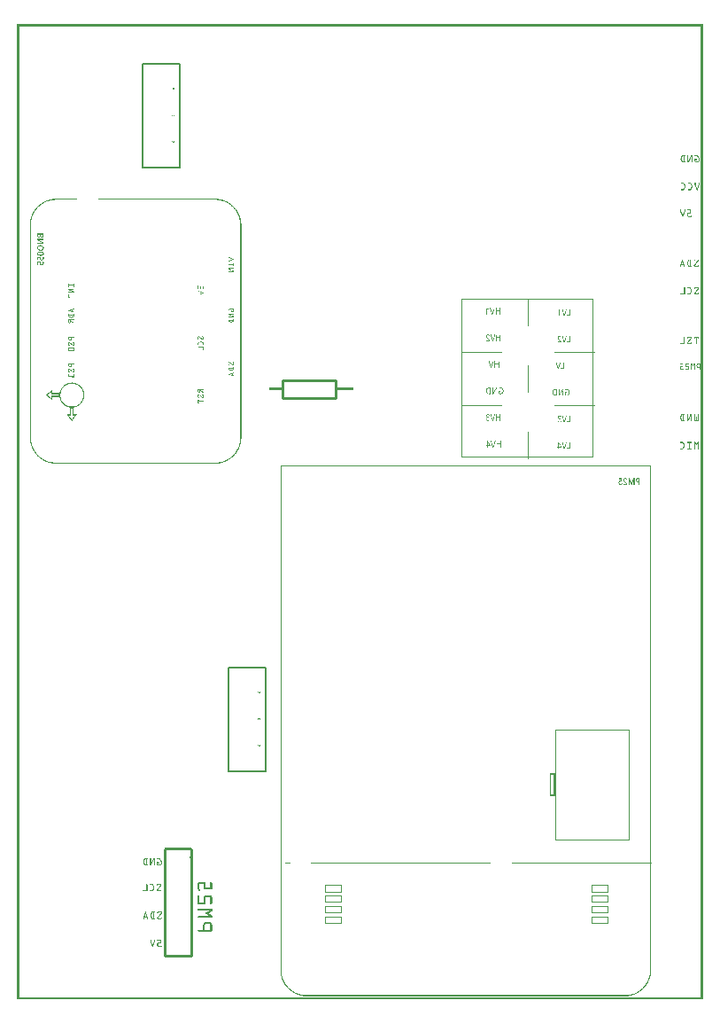
<source format=gbo>
G04 MADE WITH FRITZING*
G04 WWW.FRITZING.ORG*
G04 DOUBLE SIDED*
G04 HOLES PLATED*
G04 CONTOUR ON CENTER OF CONTOUR VECTOR*
%ASAXBY*%
%FSLAX23Y23*%
%MOIN*%
%OFA0B0*%
%SFA1.0B1.0*%
%ADD10R,0.144999X0.395000X0.134999X0.385000*%
%ADD11C,0.005000*%
%ADD12R,0.064961X0.027559X0.057087X0.019685*%
%ADD13C,0.003937*%
%ADD14C,0.010000*%
%ADD15R,0.001000X0.001000*%
%LNSILK0*%
G90*
G70*
G54D11*
X795Y1250D02*
X935Y1250D01*
X935Y860D01*
X795Y860D01*
X795Y1250D01*
D02*
X473Y3520D02*
X613Y3520D01*
X613Y3130D01*
X473Y3130D01*
X473Y3520D01*
D02*
G54D13*
X1158Y353D02*
X1219Y353D01*
X1219Y329D01*
X1158Y329D01*
X1158Y353D01*
D02*
X1158Y313D02*
X1219Y313D01*
X1219Y290D01*
X1158Y290D01*
X1158Y313D01*
D02*
X1158Y392D02*
X1219Y392D01*
X1219Y369D01*
X1158Y369D01*
X1158Y392D01*
D02*
X1158Y432D02*
X1219Y432D01*
X1219Y408D01*
X1158Y408D01*
X1158Y432D01*
D02*
X2160Y432D02*
X2221Y432D01*
X2221Y408D01*
X2160Y408D01*
X2160Y432D01*
D02*
X2160Y392D02*
X2221Y392D01*
X2221Y369D01*
X2160Y369D01*
X2160Y392D01*
D02*
X2160Y353D02*
X2221Y353D01*
X2221Y329D01*
X2160Y329D01*
X2160Y353D01*
D02*
X2160Y313D02*
X2221Y313D01*
X2221Y290D01*
X2160Y290D01*
X2160Y313D01*
D02*
G54D14*
X1197Y2330D02*
X997Y2330D01*
D02*
X997Y2330D02*
X997Y2264D01*
D02*
X997Y2264D02*
X1197Y2264D01*
D02*
X1197Y2264D02*
X1197Y2330D01*
G54D13*
D02*
X1671Y2237D02*
X1821Y2237D01*
D02*
X2171Y2237D02*
X2021Y2237D01*
D02*
X2171Y2437D02*
X2021Y2437D01*
D02*
X1671Y2437D02*
X1821Y2437D01*
D02*
X1921Y2037D02*
X1921Y2137D01*
D02*
X1921Y2287D02*
X1921Y2387D01*
D02*
X1921Y2537D02*
X1921Y2637D01*
D02*
X2301Y602D02*
X2301Y1017D01*
D02*
X2301Y1017D02*
X2025Y1017D01*
D02*
X2025Y1017D02*
X2025Y849D01*
D02*
X2025Y849D02*
X2025Y771D01*
D02*
X2025Y771D02*
X2025Y602D01*
D02*
X2025Y602D02*
X2301Y602D01*
D02*
X2025Y771D02*
X2005Y771D01*
D02*
X2005Y771D02*
X2005Y849D01*
D02*
X2005Y849D02*
X2025Y849D01*
G54D14*
D02*
X655Y566D02*
X655Y166D01*
D02*
X655Y166D02*
X555Y166D01*
D02*
X555Y166D02*
X555Y566D01*
G54D15*
X0Y3668D02*
X2580Y3668D01*
X0Y3667D02*
X2580Y3667D01*
X0Y3666D02*
X2580Y3666D01*
X0Y3665D02*
X2580Y3665D01*
X0Y3664D02*
X2580Y3664D01*
X0Y3663D02*
X2580Y3663D01*
X0Y3662D02*
X2580Y3662D01*
X0Y3661D02*
X2580Y3661D01*
X0Y3660D02*
X7Y3660D01*
X2573Y3660D02*
X2580Y3660D01*
X0Y3659D02*
X7Y3659D01*
X2573Y3659D02*
X2580Y3659D01*
X0Y3658D02*
X7Y3658D01*
X2573Y3658D02*
X2580Y3658D01*
X0Y3657D02*
X7Y3657D01*
X2573Y3657D02*
X2580Y3657D01*
X0Y3656D02*
X7Y3656D01*
X2573Y3656D02*
X2580Y3656D01*
X0Y3655D02*
X7Y3655D01*
X2573Y3655D02*
X2580Y3655D01*
X0Y3654D02*
X7Y3654D01*
X2573Y3654D02*
X2580Y3654D01*
X0Y3653D02*
X7Y3653D01*
X2573Y3653D02*
X2580Y3653D01*
X0Y3652D02*
X7Y3652D01*
X2573Y3652D02*
X2580Y3652D01*
X0Y3651D02*
X7Y3651D01*
X2573Y3651D02*
X2580Y3651D01*
X0Y3650D02*
X7Y3650D01*
X2573Y3650D02*
X2580Y3650D01*
X0Y3649D02*
X7Y3649D01*
X2573Y3649D02*
X2580Y3649D01*
X0Y3648D02*
X7Y3648D01*
X2573Y3648D02*
X2580Y3648D01*
X0Y3647D02*
X7Y3647D01*
X2573Y3647D02*
X2580Y3647D01*
X0Y3646D02*
X7Y3646D01*
X2573Y3646D02*
X2580Y3646D01*
X0Y3645D02*
X7Y3645D01*
X2573Y3645D02*
X2580Y3645D01*
X0Y3644D02*
X7Y3644D01*
X2573Y3644D02*
X2580Y3644D01*
X0Y3643D02*
X7Y3643D01*
X2573Y3643D02*
X2580Y3643D01*
X0Y3642D02*
X7Y3642D01*
X2573Y3642D02*
X2580Y3642D01*
X0Y3641D02*
X7Y3641D01*
X2573Y3641D02*
X2580Y3641D01*
X0Y3640D02*
X7Y3640D01*
X2573Y3640D02*
X2580Y3640D01*
X0Y3639D02*
X7Y3639D01*
X2573Y3639D02*
X2580Y3639D01*
X0Y3638D02*
X7Y3638D01*
X2573Y3638D02*
X2580Y3638D01*
X0Y3637D02*
X7Y3637D01*
X2573Y3637D02*
X2580Y3637D01*
X0Y3636D02*
X7Y3636D01*
X2573Y3636D02*
X2580Y3636D01*
X0Y3635D02*
X7Y3635D01*
X2573Y3635D02*
X2580Y3635D01*
X0Y3634D02*
X7Y3634D01*
X2573Y3634D02*
X2580Y3634D01*
X0Y3633D02*
X7Y3633D01*
X2573Y3633D02*
X2580Y3633D01*
X0Y3632D02*
X7Y3632D01*
X2573Y3632D02*
X2580Y3632D01*
X0Y3631D02*
X7Y3631D01*
X2573Y3631D02*
X2580Y3631D01*
X0Y3630D02*
X7Y3630D01*
X2573Y3630D02*
X2580Y3630D01*
X0Y3629D02*
X7Y3629D01*
X2573Y3629D02*
X2580Y3629D01*
X0Y3628D02*
X7Y3628D01*
X2573Y3628D02*
X2580Y3628D01*
X0Y3627D02*
X7Y3627D01*
X2573Y3627D02*
X2580Y3627D01*
X0Y3626D02*
X7Y3626D01*
X2573Y3626D02*
X2580Y3626D01*
X0Y3625D02*
X7Y3625D01*
X2573Y3625D02*
X2580Y3625D01*
X0Y3624D02*
X7Y3624D01*
X2573Y3624D02*
X2580Y3624D01*
X0Y3623D02*
X7Y3623D01*
X2573Y3623D02*
X2580Y3623D01*
X0Y3622D02*
X7Y3622D01*
X2573Y3622D02*
X2580Y3622D01*
X0Y3621D02*
X7Y3621D01*
X2573Y3621D02*
X2580Y3621D01*
X0Y3620D02*
X7Y3620D01*
X2573Y3620D02*
X2580Y3620D01*
X0Y3619D02*
X7Y3619D01*
X2573Y3619D02*
X2580Y3619D01*
X0Y3618D02*
X7Y3618D01*
X2573Y3618D02*
X2580Y3618D01*
X0Y3617D02*
X7Y3617D01*
X2573Y3617D02*
X2580Y3617D01*
X0Y3616D02*
X7Y3616D01*
X2573Y3616D02*
X2580Y3616D01*
X0Y3615D02*
X7Y3615D01*
X2573Y3615D02*
X2580Y3615D01*
X0Y3614D02*
X7Y3614D01*
X2573Y3614D02*
X2580Y3614D01*
X0Y3613D02*
X7Y3613D01*
X2573Y3613D02*
X2580Y3613D01*
X0Y3612D02*
X7Y3612D01*
X2573Y3612D02*
X2580Y3612D01*
X0Y3611D02*
X7Y3611D01*
X2573Y3611D02*
X2580Y3611D01*
X0Y3610D02*
X7Y3610D01*
X2573Y3610D02*
X2580Y3610D01*
X0Y3609D02*
X7Y3609D01*
X2573Y3609D02*
X2580Y3609D01*
X0Y3608D02*
X7Y3608D01*
X2573Y3608D02*
X2580Y3608D01*
X0Y3607D02*
X7Y3607D01*
X2573Y3607D02*
X2580Y3607D01*
X0Y3606D02*
X7Y3606D01*
X2573Y3606D02*
X2580Y3606D01*
X0Y3605D02*
X7Y3605D01*
X2573Y3605D02*
X2580Y3605D01*
X0Y3604D02*
X7Y3604D01*
X2573Y3604D02*
X2580Y3604D01*
X0Y3603D02*
X7Y3603D01*
X2573Y3603D02*
X2580Y3603D01*
X0Y3602D02*
X7Y3602D01*
X2573Y3602D02*
X2580Y3602D01*
X0Y3601D02*
X7Y3601D01*
X2573Y3601D02*
X2580Y3601D01*
X0Y3600D02*
X7Y3600D01*
X2573Y3600D02*
X2580Y3600D01*
X0Y3599D02*
X7Y3599D01*
X2573Y3599D02*
X2580Y3599D01*
X0Y3598D02*
X7Y3598D01*
X2573Y3598D02*
X2580Y3598D01*
X0Y3597D02*
X7Y3597D01*
X2573Y3597D02*
X2580Y3597D01*
X0Y3596D02*
X7Y3596D01*
X2573Y3596D02*
X2580Y3596D01*
X0Y3595D02*
X7Y3595D01*
X2573Y3595D02*
X2580Y3595D01*
X0Y3594D02*
X7Y3594D01*
X2573Y3594D02*
X2580Y3594D01*
X0Y3593D02*
X7Y3593D01*
X2573Y3593D02*
X2580Y3593D01*
X0Y3592D02*
X7Y3592D01*
X2573Y3592D02*
X2580Y3592D01*
X0Y3591D02*
X7Y3591D01*
X2573Y3591D02*
X2580Y3591D01*
X0Y3590D02*
X7Y3590D01*
X2573Y3590D02*
X2580Y3590D01*
X0Y3589D02*
X7Y3589D01*
X2573Y3589D02*
X2580Y3589D01*
X0Y3588D02*
X7Y3588D01*
X2573Y3588D02*
X2580Y3588D01*
X0Y3587D02*
X7Y3587D01*
X2573Y3587D02*
X2580Y3587D01*
X0Y3586D02*
X7Y3586D01*
X2573Y3586D02*
X2580Y3586D01*
X0Y3585D02*
X7Y3585D01*
X2573Y3585D02*
X2580Y3585D01*
X0Y3584D02*
X7Y3584D01*
X2573Y3584D02*
X2580Y3584D01*
X0Y3583D02*
X7Y3583D01*
X2573Y3583D02*
X2580Y3583D01*
X0Y3582D02*
X7Y3582D01*
X2573Y3582D02*
X2580Y3582D01*
X0Y3581D02*
X7Y3581D01*
X2573Y3581D02*
X2580Y3581D01*
X0Y3580D02*
X7Y3580D01*
X2573Y3580D02*
X2580Y3580D01*
X0Y3579D02*
X7Y3579D01*
X2573Y3579D02*
X2580Y3579D01*
X0Y3578D02*
X7Y3578D01*
X2573Y3578D02*
X2580Y3578D01*
X0Y3577D02*
X7Y3577D01*
X2573Y3577D02*
X2580Y3577D01*
X0Y3576D02*
X7Y3576D01*
X2573Y3576D02*
X2580Y3576D01*
X0Y3575D02*
X7Y3575D01*
X2573Y3575D02*
X2580Y3575D01*
X0Y3574D02*
X7Y3574D01*
X2573Y3574D02*
X2580Y3574D01*
X0Y3573D02*
X7Y3573D01*
X2573Y3573D02*
X2580Y3573D01*
X0Y3572D02*
X7Y3572D01*
X2573Y3572D02*
X2580Y3572D01*
X0Y3571D02*
X7Y3571D01*
X2573Y3571D02*
X2580Y3571D01*
X0Y3570D02*
X7Y3570D01*
X2573Y3570D02*
X2580Y3570D01*
X0Y3569D02*
X7Y3569D01*
X2573Y3569D02*
X2580Y3569D01*
X0Y3568D02*
X7Y3568D01*
X2573Y3568D02*
X2580Y3568D01*
X0Y3567D02*
X7Y3567D01*
X2573Y3567D02*
X2580Y3567D01*
X0Y3566D02*
X7Y3566D01*
X2573Y3566D02*
X2580Y3566D01*
X0Y3565D02*
X7Y3565D01*
X2573Y3565D02*
X2580Y3565D01*
X0Y3564D02*
X7Y3564D01*
X2573Y3564D02*
X2580Y3564D01*
X0Y3563D02*
X7Y3563D01*
X2573Y3563D02*
X2580Y3563D01*
X0Y3562D02*
X7Y3562D01*
X2573Y3562D02*
X2580Y3562D01*
X0Y3561D02*
X7Y3561D01*
X2573Y3561D02*
X2580Y3561D01*
X0Y3560D02*
X7Y3560D01*
X2573Y3560D02*
X2580Y3560D01*
X0Y3559D02*
X7Y3559D01*
X2573Y3559D02*
X2580Y3559D01*
X0Y3558D02*
X7Y3558D01*
X2573Y3558D02*
X2580Y3558D01*
X0Y3557D02*
X7Y3557D01*
X2573Y3557D02*
X2580Y3557D01*
X0Y3556D02*
X7Y3556D01*
X2573Y3556D02*
X2580Y3556D01*
X0Y3555D02*
X7Y3555D01*
X2573Y3555D02*
X2580Y3555D01*
X0Y3554D02*
X7Y3554D01*
X2573Y3554D02*
X2580Y3554D01*
X0Y3553D02*
X7Y3553D01*
X2573Y3553D02*
X2580Y3553D01*
X0Y3552D02*
X7Y3552D01*
X2573Y3552D02*
X2580Y3552D01*
X0Y3551D02*
X7Y3551D01*
X2573Y3551D02*
X2580Y3551D01*
X0Y3550D02*
X7Y3550D01*
X2573Y3550D02*
X2580Y3550D01*
X0Y3549D02*
X7Y3549D01*
X2573Y3549D02*
X2580Y3549D01*
X0Y3548D02*
X7Y3548D01*
X2573Y3548D02*
X2580Y3548D01*
X0Y3547D02*
X7Y3547D01*
X2573Y3547D02*
X2580Y3547D01*
X0Y3546D02*
X7Y3546D01*
X2573Y3546D02*
X2580Y3546D01*
X0Y3545D02*
X7Y3545D01*
X2573Y3545D02*
X2580Y3545D01*
X0Y3544D02*
X7Y3544D01*
X2573Y3544D02*
X2580Y3544D01*
X0Y3543D02*
X7Y3543D01*
X2573Y3543D02*
X2580Y3543D01*
X0Y3542D02*
X7Y3542D01*
X2573Y3542D02*
X2580Y3542D01*
X0Y3541D02*
X7Y3541D01*
X2573Y3541D02*
X2580Y3541D01*
X0Y3540D02*
X7Y3540D01*
X2573Y3540D02*
X2580Y3540D01*
X0Y3539D02*
X7Y3539D01*
X2573Y3539D02*
X2580Y3539D01*
X0Y3538D02*
X7Y3538D01*
X2573Y3538D02*
X2580Y3538D01*
X0Y3537D02*
X7Y3537D01*
X2573Y3537D02*
X2580Y3537D01*
X0Y3536D02*
X7Y3536D01*
X2573Y3536D02*
X2580Y3536D01*
X0Y3535D02*
X7Y3535D01*
X2573Y3535D02*
X2580Y3535D01*
X0Y3534D02*
X7Y3534D01*
X2573Y3534D02*
X2580Y3534D01*
X0Y3533D02*
X7Y3533D01*
X2573Y3533D02*
X2580Y3533D01*
X0Y3532D02*
X7Y3532D01*
X2573Y3532D02*
X2580Y3532D01*
X0Y3531D02*
X7Y3531D01*
X2573Y3531D02*
X2580Y3531D01*
X0Y3530D02*
X7Y3530D01*
X2573Y3530D02*
X2580Y3530D01*
X0Y3529D02*
X7Y3529D01*
X2573Y3529D02*
X2580Y3529D01*
X0Y3528D02*
X7Y3528D01*
X2573Y3528D02*
X2580Y3528D01*
X0Y3527D02*
X7Y3527D01*
X2573Y3527D02*
X2580Y3527D01*
X0Y3526D02*
X7Y3526D01*
X2573Y3526D02*
X2580Y3526D01*
X0Y3525D02*
X7Y3525D01*
X2573Y3525D02*
X2580Y3525D01*
X0Y3524D02*
X7Y3524D01*
X2573Y3524D02*
X2580Y3524D01*
X0Y3523D02*
X7Y3523D01*
X2573Y3523D02*
X2580Y3523D01*
X0Y3522D02*
X7Y3522D01*
X2573Y3522D02*
X2580Y3522D01*
X0Y3521D02*
X7Y3521D01*
X2573Y3521D02*
X2580Y3521D01*
X0Y3520D02*
X7Y3520D01*
X2573Y3520D02*
X2580Y3520D01*
X0Y3519D02*
X7Y3519D01*
X2573Y3519D02*
X2580Y3519D01*
X0Y3518D02*
X7Y3518D01*
X2573Y3518D02*
X2580Y3518D01*
X0Y3517D02*
X7Y3517D01*
X2573Y3517D02*
X2580Y3517D01*
X0Y3516D02*
X7Y3516D01*
X2573Y3516D02*
X2580Y3516D01*
X0Y3515D02*
X7Y3515D01*
X2573Y3515D02*
X2580Y3515D01*
X0Y3514D02*
X7Y3514D01*
X2573Y3514D02*
X2580Y3514D01*
X0Y3513D02*
X7Y3513D01*
X2573Y3513D02*
X2580Y3513D01*
X0Y3512D02*
X7Y3512D01*
X2573Y3512D02*
X2580Y3512D01*
X0Y3511D02*
X7Y3511D01*
X2573Y3511D02*
X2580Y3511D01*
X0Y3510D02*
X7Y3510D01*
X2573Y3510D02*
X2580Y3510D01*
X0Y3509D02*
X7Y3509D01*
X2573Y3509D02*
X2580Y3509D01*
X0Y3508D02*
X7Y3508D01*
X2573Y3508D02*
X2580Y3508D01*
X0Y3507D02*
X7Y3507D01*
X2573Y3507D02*
X2580Y3507D01*
X0Y3506D02*
X7Y3506D01*
X2573Y3506D02*
X2580Y3506D01*
X0Y3505D02*
X7Y3505D01*
X2573Y3505D02*
X2580Y3505D01*
X0Y3504D02*
X7Y3504D01*
X2573Y3504D02*
X2580Y3504D01*
X0Y3503D02*
X7Y3503D01*
X2573Y3503D02*
X2580Y3503D01*
X0Y3502D02*
X7Y3502D01*
X2573Y3502D02*
X2580Y3502D01*
X0Y3501D02*
X7Y3501D01*
X2573Y3501D02*
X2580Y3501D01*
X0Y3500D02*
X7Y3500D01*
X2573Y3500D02*
X2580Y3500D01*
X0Y3499D02*
X7Y3499D01*
X2573Y3499D02*
X2580Y3499D01*
X0Y3498D02*
X7Y3498D01*
X2573Y3498D02*
X2580Y3498D01*
X0Y3497D02*
X7Y3497D01*
X2573Y3497D02*
X2580Y3497D01*
X0Y3496D02*
X7Y3496D01*
X2573Y3496D02*
X2580Y3496D01*
X0Y3495D02*
X7Y3495D01*
X2573Y3495D02*
X2580Y3495D01*
X0Y3494D02*
X7Y3494D01*
X2573Y3494D02*
X2580Y3494D01*
X0Y3493D02*
X7Y3493D01*
X2573Y3493D02*
X2580Y3493D01*
X0Y3492D02*
X7Y3492D01*
X2573Y3492D02*
X2580Y3492D01*
X0Y3491D02*
X7Y3491D01*
X2573Y3491D02*
X2580Y3491D01*
X0Y3490D02*
X7Y3490D01*
X2573Y3490D02*
X2580Y3490D01*
X0Y3489D02*
X7Y3489D01*
X2573Y3489D02*
X2580Y3489D01*
X0Y3488D02*
X7Y3488D01*
X2573Y3488D02*
X2580Y3488D01*
X0Y3487D02*
X7Y3487D01*
X2573Y3487D02*
X2580Y3487D01*
X0Y3486D02*
X7Y3486D01*
X2573Y3486D02*
X2580Y3486D01*
X0Y3485D02*
X7Y3485D01*
X2573Y3485D02*
X2580Y3485D01*
X0Y3484D02*
X7Y3484D01*
X2573Y3484D02*
X2580Y3484D01*
X0Y3483D02*
X7Y3483D01*
X2573Y3483D02*
X2580Y3483D01*
X0Y3482D02*
X7Y3482D01*
X2573Y3482D02*
X2580Y3482D01*
X0Y3481D02*
X7Y3481D01*
X2573Y3481D02*
X2580Y3481D01*
X0Y3480D02*
X7Y3480D01*
X2573Y3480D02*
X2580Y3480D01*
X0Y3479D02*
X7Y3479D01*
X2573Y3479D02*
X2580Y3479D01*
X0Y3478D02*
X7Y3478D01*
X2573Y3478D02*
X2580Y3478D01*
X0Y3477D02*
X7Y3477D01*
X2573Y3477D02*
X2580Y3477D01*
X0Y3476D02*
X7Y3476D01*
X2573Y3476D02*
X2580Y3476D01*
X0Y3475D02*
X7Y3475D01*
X2573Y3475D02*
X2580Y3475D01*
X0Y3474D02*
X7Y3474D01*
X2573Y3474D02*
X2580Y3474D01*
X0Y3473D02*
X7Y3473D01*
X2573Y3473D02*
X2580Y3473D01*
X0Y3472D02*
X7Y3472D01*
X2573Y3472D02*
X2580Y3472D01*
X0Y3471D02*
X7Y3471D01*
X2573Y3471D02*
X2580Y3471D01*
X0Y3470D02*
X7Y3470D01*
X2573Y3470D02*
X2580Y3470D01*
X0Y3469D02*
X7Y3469D01*
X2573Y3469D02*
X2580Y3469D01*
X0Y3468D02*
X7Y3468D01*
X2573Y3468D02*
X2580Y3468D01*
X0Y3467D02*
X7Y3467D01*
X2573Y3467D02*
X2580Y3467D01*
X0Y3466D02*
X7Y3466D01*
X2573Y3466D02*
X2580Y3466D01*
X0Y3465D02*
X7Y3465D01*
X2573Y3465D02*
X2580Y3465D01*
X0Y3464D02*
X7Y3464D01*
X2573Y3464D02*
X2580Y3464D01*
X0Y3463D02*
X7Y3463D01*
X2573Y3463D02*
X2580Y3463D01*
X0Y3462D02*
X7Y3462D01*
X2573Y3462D02*
X2580Y3462D01*
X0Y3461D02*
X7Y3461D01*
X2573Y3461D02*
X2580Y3461D01*
X0Y3460D02*
X7Y3460D01*
X2573Y3460D02*
X2580Y3460D01*
X0Y3459D02*
X7Y3459D01*
X2573Y3459D02*
X2580Y3459D01*
X0Y3458D02*
X7Y3458D01*
X2573Y3458D02*
X2580Y3458D01*
X0Y3457D02*
X7Y3457D01*
X2573Y3457D02*
X2580Y3457D01*
X0Y3456D02*
X7Y3456D01*
X2573Y3456D02*
X2580Y3456D01*
X0Y3455D02*
X7Y3455D01*
X2573Y3455D02*
X2580Y3455D01*
X0Y3454D02*
X7Y3454D01*
X2573Y3454D02*
X2580Y3454D01*
X0Y3453D02*
X7Y3453D01*
X2573Y3453D02*
X2580Y3453D01*
X0Y3452D02*
X7Y3452D01*
X2573Y3452D02*
X2580Y3452D01*
X0Y3451D02*
X7Y3451D01*
X2573Y3451D02*
X2580Y3451D01*
X0Y3450D02*
X7Y3450D01*
X2573Y3450D02*
X2580Y3450D01*
X0Y3449D02*
X7Y3449D01*
X2573Y3449D02*
X2580Y3449D01*
X0Y3448D02*
X7Y3448D01*
X2573Y3448D02*
X2580Y3448D01*
X0Y3447D02*
X7Y3447D01*
X2573Y3447D02*
X2580Y3447D01*
X0Y3446D02*
X7Y3446D01*
X2573Y3446D02*
X2580Y3446D01*
X0Y3445D02*
X7Y3445D01*
X2573Y3445D02*
X2580Y3445D01*
X0Y3444D02*
X7Y3444D01*
X2573Y3444D02*
X2580Y3444D01*
X0Y3443D02*
X7Y3443D01*
X2573Y3443D02*
X2580Y3443D01*
X0Y3442D02*
X7Y3442D01*
X2573Y3442D02*
X2580Y3442D01*
X0Y3441D02*
X7Y3441D01*
X2573Y3441D02*
X2580Y3441D01*
X0Y3440D02*
X7Y3440D01*
X2573Y3440D02*
X2580Y3440D01*
X0Y3439D02*
X7Y3439D01*
X2573Y3439D02*
X2580Y3439D01*
X0Y3438D02*
X7Y3438D01*
X2573Y3438D02*
X2580Y3438D01*
X0Y3437D02*
X7Y3437D01*
X2573Y3437D02*
X2580Y3437D01*
X0Y3436D02*
X7Y3436D01*
X2573Y3436D02*
X2580Y3436D01*
X0Y3435D02*
X7Y3435D01*
X2573Y3435D02*
X2580Y3435D01*
X0Y3434D02*
X7Y3434D01*
X2573Y3434D02*
X2580Y3434D01*
X0Y3433D02*
X7Y3433D01*
X2573Y3433D02*
X2580Y3433D01*
X0Y3432D02*
X7Y3432D01*
X2573Y3432D02*
X2580Y3432D01*
X0Y3431D02*
X7Y3431D01*
X2573Y3431D02*
X2580Y3431D01*
X0Y3430D02*
X7Y3430D01*
X2573Y3430D02*
X2580Y3430D01*
X0Y3429D02*
X7Y3429D01*
X2573Y3429D02*
X2580Y3429D01*
X0Y3428D02*
X7Y3428D01*
X584Y3428D02*
X590Y3428D01*
X2573Y3428D02*
X2580Y3428D01*
X0Y3427D02*
X7Y3427D01*
X583Y3427D02*
X584Y3427D01*
X590Y3427D02*
X590Y3427D01*
X2573Y3427D02*
X2580Y3427D01*
X0Y3426D02*
X7Y3426D01*
X582Y3426D02*
X582Y3426D01*
X590Y3426D02*
X590Y3426D01*
X2573Y3426D02*
X2580Y3426D01*
X0Y3425D02*
X7Y3425D01*
X581Y3425D02*
X582Y3425D01*
X587Y3425D02*
X587Y3425D01*
X590Y3425D02*
X590Y3425D01*
X2573Y3425D02*
X2580Y3425D01*
X0Y3424D02*
X7Y3424D01*
X581Y3424D02*
X581Y3424D01*
X587Y3424D02*
X587Y3424D01*
X590Y3424D02*
X590Y3424D01*
X2573Y3424D02*
X2580Y3424D01*
X0Y3423D02*
X7Y3423D01*
X581Y3423D02*
X581Y3423D01*
X587Y3423D02*
X590Y3423D01*
X2573Y3423D02*
X2580Y3423D01*
X0Y3422D02*
X7Y3422D01*
X2573Y3422D02*
X2580Y3422D01*
X0Y3421D02*
X7Y3421D01*
X2573Y3421D02*
X2580Y3421D01*
X0Y3420D02*
X7Y3420D01*
X2573Y3420D02*
X2580Y3420D01*
X0Y3419D02*
X7Y3419D01*
X2573Y3419D02*
X2580Y3419D01*
X0Y3418D02*
X7Y3418D01*
X2573Y3418D02*
X2580Y3418D01*
X0Y3417D02*
X7Y3417D01*
X2573Y3417D02*
X2580Y3417D01*
X0Y3416D02*
X7Y3416D01*
X2573Y3416D02*
X2580Y3416D01*
X0Y3415D02*
X7Y3415D01*
X2573Y3415D02*
X2580Y3415D01*
X0Y3414D02*
X7Y3414D01*
X2573Y3414D02*
X2580Y3414D01*
X0Y3413D02*
X7Y3413D01*
X2573Y3413D02*
X2580Y3413D01*
X0Y3412D02*
X7Y3412D01*
X2573Y3412D02*
X2580Y3412D01*
X0Y3411D02*
X7Y3411D01*
X2573Y3411D02*
X2580Y3411D01*
X0Y3410D02*
X7Y3410D01*
X2573Y3410D02*
X2580Y3410D01*
X0Y3409D02*
X7Y3409D01*
X2573Y3409D02*
X2580Y3409D01*
X0Y3408D02*
X7Y3408D01*
X2573Y3408D02*
X2580Y3408D01*
X0Y3407D02*
X7Y3407D01*
X2573Y3407D02*
X2580Y3407D01*
X0Y3406D02*
X7Y3406D01*
X2573Y3406D02*
X2580Y3406D01*
X0Y3405D02*
X7Y3405D01*
X2573Y3405D02*
X2580Y3405D01*
X0Y3404D02*
X7Y3404D01*
X2573Y3404D02*
X2580Y3404D01*
X0Y3403D02*
X7Y3403D01*
X2573Y3403D02*
X2580Y3403D01*
X0Y3402D02*
X7Y3402D01*
X2573Y3402D02*
X2580Y3402D01*
X0Y3401D02*
X7Y3401D01*
X2573Y3401D02*
X2580Y3401D01*
X0Y3400D02*
X7Y3400D01*
X2573Y3400D02*
X2580Y3400D01*
X0Y3399D02*
X7Y3399D01*
X2573Y3399D02*
X2580Y3399D01*
X0Y3398D02*
X7Y3398D01*
X2573Y3398D02*
X2580Y3398D01*
X0Y3397D02*
X7Y3397D01*
X2573Y3397D02*
X2580Y3397D01*
X0Y3396D02*
X7Y3396D01*
X2573Y3396D02*
X2580Y3396D01*
X0Y3395D02*
X7Y3395D01*
X2573Y3395D02*
X2580Y3395D01*
X0Y3394D02*
X7Y3394D01*
X2573Y3394D02*
X2580Y3394D01*
X0Y3393D02*
X7Y3393D01*
X2573Y3393D02*
X2580Y3393D01*
X0Y3392D02*
X7Y3392D01*
X2573Y3392D02*
X2580Y3392D01*
X0Y3391D02*
X7Y3391D01*
X2573Y3391D02*
X2580Y3391D01*
X0Y3390D02*
X7Y3390D01*
X2573Y3390D02*
X2580Y3390D01*
X0Y3389D02*
X7Y3389D01*
X2573Y3389D02*
X2580Y3389D01*
X0Y3388D02*
X7Y3388D01*
X2573Y3388D02*
X2580Y3388D01*
X0Y3387D02*
X7Y3387D01*
X2573Y3387D02*
X2580Y3387D01*
X0Y3386D02*
X7Y3386D01*
X2573Y3386D02*
X2580Y3386D01*
X0Y3385D02*
X7Y3385D01*
X2573Y3385D02*
X2580Y3385D01*
X0Y3384D02*
X7Y3384D01*
X2573Y3384D02*
X2580Y3384D01*
X0Y3383D02*
X7Y3383D01*
X2573Y3383D02*
X2580Y3383D01*
X0Y3382D02*
X7Y3382D01*
X2573Y3382D02*
X2580Y3382D01*
X0Y3381D02*
X7Y3381D01*
X2573Y3381D02*
X2580Y3381D01*
X0Y3380D02*
X7Y3380D01*
X2573Y3380D02*
X2580Y3380D01*
X0Y3379D02*
X7Y3379D01*
X2573Y3379D02*
X2580Y3379D01*
X0Y3378D02*
X7Y3378D01*
X2573Y3378D02*
X2580Y3378D01*
X0Y3377D02*
X7Y3377D01*
X2573Y3377D02*
X2580Y3377D01*
X0Y3376D02*
X7Y3376D01*
X2573Y3376D02*
X2580Y3376D01*
X0Y3375D02*
X7Y3375D01*
X2573Y3375D02*
X2580Y3375D01*
X0Y3374D02*
X7Y3374D01*
X2573Y3374D02*
X2580Y3374D01*
X0Y3373D02*
X7Y3373D01*
X2573Y3373D02*
X2580Y3373D01*
X0Y3372D02*
X7Y3372D01*
X2573Y3372D02*
X2580Y3372D01*
X0Y3371D02*
X7Y3371D01*
X2573Y3371D02*
X2580Y3371D01*
X0Y3370D02*
X7Y3370D01*
X2573Y3370D02*
X2580Y3370D01*
X0Y3369D02*
X7Y3369D01*
X2573Y3369D02*
X2580Y3369D01*
X0Y3368D02*
X7Y3368D01*
X2573Y3368D02*
X2580Y3368D01*
X0Y3367D02*
X7Y3367D01*
X2573Y3367D02*
X2580Y3367D01*
X0Y3366D02*
X7Y3366D01*
X2573Y3366D02*
X2580Y3366D01*
X0Y3365D02*
X7Y3365D01*
X2573Y3365D02*
X2580Y3365D01*
X0Y3364D02*
X7Y3364D01*
X2573Y3364D02*
X2580Y3364D01*
X0Y3363D02*
X7Y3363D01*
X2573Y3363D02*
X2580Y3363D01*
X0Y3362D02*
X7Y3362D01*
X2573Y3362D02*
X2580Y3362D01*
X0Y3361D02*
X7Y3361D01*
X2573Y3361D02*
X2580Y3361D01*
X0Y3360D02*
X7Y3360D01*
X2573Y3360D02*
X2580Y3360D01*
X0Y3359D02*
X7Y3359D01*
X2573Y3359D02*
X2580Y3359D01*
X0Y3358D02*
X7Y3358D01*
X2573Y3358D02*
X2580Y3358D01*
X0Y3357D02*
X7Y3357D01*
X2573Y3357D02*
X2580Y3357D01*
X0Y3356D02*
X7Y3356D01*
X2573Y3356D02*
X2580Y3356D01*
X0Y3355D02*
X7Y3355D01*
X2573Y3355D02*
X2580Y3355D01*
X0Y3354D02*
X7Y3354D01*
X2573Y3354D02*
X2580Y3354D01*
X0Y3353D02*
X7Y3353D01*
X2573Y3353D02*
X2580Y3353D01*
X0Y3352D02*
X7Y3352D01*
X2573Y3352D02*
X2580Y3352D01*
X0Y3351D02*
X7Y3351D01*
X2573Y3351D02*
X2580Y3351D01*
X0Y3350D02*
X7Y3350D01*
X2573Y3350D02*
X2580Y3350D01*
X0Y3349D02*
X7Y3349D01*
X2573Y3349D02*
X2580Y3349D01*
X0Y3348D02*
X7Y3348D01*
X2573Y3348D02*
X2580Y3348D01*
X0Y3347D02*
X7Y3347D01*
X2573Y3347D02*
X2580Y3347D01*
X0Y3346D02*
X7Y3346D01*
X2573Y3346D02*
X2580Y3346D01*
X0Y3345D02*
X7Y3345D01*
X2573Y3345D02*
X2580Y3345D01*
X0Y3344D02*
X7Y3344D01*
X2573Y3344D02*
X2580Y3344D01*
X0Y3343D02*
X7Y3343D01*
X2573Y3343D02*
X2580Y3343D01*
X0Y3342D02*
X7Y3342D01*
X2573Y3342D02*
X2580Y3342D01*
X0Y3341D02*
X7Y3341D01*
X2573Y3341D02*
X2580Y3341D01*
X0Y3340D02*
X7Y3340D01*
X2573Y3340D02*
X2580Y3340D01*
X0Y3339D02*
X7Y3339D01*
X2573Y3339D02*
X2580Y3339D01*
X0Y3338D02*
X7Y3338D01*
X2573Y3338D02*
X2580Y3338D01*
X0Y3337D02*
X7Y3337D01*
X2573Y3337D02*
X2580Y3337D01*
X0Y3336D02*
X7Y3336D01*
X2573Y3336D02*
X2580Y3336D01*
X0Y3335D02*
X7Y3335D01*
X2573Y3335D02*
X2580Y3335D01*
X0Y3334D02*
X7Y3334D01*
X2573Y3334D02*
X2580Y3334D01*
X0Y3333D02*
X7Y3333D01*
X2573Y3333D02*
X2580Y3333D01*
X0Y3332D02*
X7Y3332D01*
X2573Y3332D02*
X2580Y3332D01*
X0Y3331D02*
X7Y3331D01*
X2573Y3331D02*
X2580Y3331D01*
X0Y3330D02*
X7Y3330D01*
X2573Y3330D02*
X2580Y3330D01*
X0Y3329D02*
X7Y3329D01*
X2573Y3329D02*
X2580Y3329D01*
X0Y3328D02*
X7Y3328D01*
X582Y3328D02*
X582Y3328D01*
X591Y3328D02*
X591Y3328D01*
X2573Y3328D02*
X2580Y3328D01*
X0Y3327D02*
X7Y3327D01*
X582Y3327D02*
X591Y3327D01*
X2573Y3327D02*
X2580Y3327D01*
X0Y3326D02*
X7Y3326D01*
X582Y3326D02*
X582Y3326D01*
X590Y3326D02*
X591Y3326D01*
X2573Y3326D02*
X2580Y3326D01*
X0Y3325D02*
X7Y3325D01*
X582Y3325D02*
X583Y3325D01*
X590Y3325D02*
X591Y3325D01*
X2573Y3325D02*
X2580Y3325D01*
X0Y3324D02*
X7Y3324D01*
X583Y3324D02*
X585Y3324D01*
X588Y3324D02*
X590Y3324D01*
X2573Y3324D02*
X2580Y3324D01*
X0Y3323D02*
X7Y3323D01*
X585Y3323D02*
X588Y3323D01*
X2573Y3323D02*
X2580Y3323D01*
X0Y3322D02*
X7Y3322D01*
X2573Y3322D02*
X2580Y3322D01*
X0Y3321D02*
X7Y3321D01*
X2573Y3321D02*
X2580Y3321D01*
X0Y3320D02*
X7Y3320D01*
X2573Y3320D02*
X2580Y3320D01*
X0Y3319D02*
X7Y3319D01*
X2573Y3319D02*
X2580Y3319D01*
X0Y3318D02*
X7Y3318D01*
X2573Y3318D02*
X2580Y3318D01*
X0Y3317D02*
X7Y3317D01*
X2573Y3317D02*
X2580Y3317D01*
X0Y3316D02*
X7Y3316D01*
X2573Y3316D02*
X2580Y3316D01*
X0Y3315D02*
X7Y3315D01*
X2573Y3315D02*
X2580Y3315D01*
X0Y3314D02*
X7Y3314D01*
X2573Y3314D02*
X2580Y3314D01*
X0Y3313D02*
X7Y3313D01*
X2573Y3313D02*
X2580Y3313D01*
X0Y3312D02*
X7Y3312D01*
X2573Y3312D02*
X2580Y3312D01*
X0Y3311D02*
X7Y3311D01*
X2573Y3311D02*
X2580Y3311D01*
X0Y3310D02*
X7Y3310D01*
X2573Y3310D02*
X2580Y3310D01*
X0Y3309D02*
X7Y3309D01*
X2573Y3309D02*
X2580Y3309D01*
X0Y3308D02*
X7Y3308D01*
X2573Y3308D02*
X2580Y3308D01*
X0Y3307D02*
X7Y3307D01*
X2573Y3307D02*
X2580Y3307D01*
X0Y3306D02*
X7Y3306D01*
X2573Y3306D02*
X2580Y3306D01*
X0Y3305D02*
X7Y3305D01*
X2573Y3305D02*
X2580Y3305D01*
X0Y3304D02*
X7Y3304D01*
X2573Y3304D02*
X2580Y3304D01*
X0Y3303D02*
X7Y3303D01*
X2573Y3303D02*
X2580Y3303D01*
X0Y3302D02*
X7Y3302D01*
X2573Y3302D02*
X2580Y3302D01*
X0Y3301D02*
X7Y3301D01*
X2573Y3301D02*
X2580Y3301D01*
X0Y3300D02*
X7Y3300D01*
X2573Y3300D02*
X2580Y3300D01*
X0Y3299D02*
X7Y3299D01*
X2573Y3299D02*
X2580Y3299D01*
X0Y3298D02*
X7Y3298D01*
X2573Y3298D02*
X2580Y3298D01*
X0Y3297D02*
X7Y3297D01*
X2573Y3297D02*
X2580Y3297D01*
X0Y3296D02*
X7Y3296D01*
X2573Y3296D02*
X2580Y3296D01*
X0Y3295D02*
X7Y3295D01*
X2573Y3295D02*
X2580Y3295D01*
X0Y3294D02*
X7Y3294D01*
X2573Y3294D02*
X2580Y3294D01*
X0Y3293D02*
X7Y3293D01*
X2573Y3293D02*
X2580Y3293D01*
X0Y3292D02*
X7Y3292D01*
X2573Y3292D02*
X2580Y3292D01*
X0Y3291D02*
X7Y3291D01*
X2573Y3291D02*
X2580Y3291D01*
X0Y3290D02*
X7Y3290D01*
X2573Y3290D02*
X2580Y3290D01*
X0Y3289D02*
X7Y3289D01*
X2573Y3289D02*
X2580Y3289D01*
X0Y3288D02*
X7Y3288D01*
X2573Y3288D02*
X2580Y3288D01*
X0Y3287D02*
X7Y3287D01*
X2573Y3287D02*
X2580Y3287D01*
X0Y3286D02*
X7Y3286D01*
X2573Y3286D02*
X2580Y3286D01*
X0Y3285D02*
X7Y3285D01*
X2573Y3285D02*
X2580Y3285D01*
X0Y3284D02*
X7Y3284D01*
X2573Y3284D02*
X2580Y3284D01*
X0Y3283D02*
X7Y3283D01*
X2573Y3283D02*
X2580Y3283D01*
X0Y3282D02*
X7Y3282D01*
X2573Y3282D02*
X2580Y3282D01*
X0Y3281D02*
X7Y3281D01*
X2573Y3281D02*
X2580Y3281D01*
X0Y3280D02*
X7Y3280D01*
X2573Y3280D02*
X2580Y3280D01*
X0Y3279D02*
X7Y3279D01*
X2573Y3279D02*
X2580Y3279D01*
X0Y3278D02*
X7Y3278D01*
X2573Y3278D02*
X2580Y3278D01*
X0Y3277D02*
X7Y3277D01*
X2573Y3277D02*
X2580Y3277D01*
X0Y3276D02*
X7Y3276D01*
X2573Y3276D02*
X2580Y3276D01*
X0Y3275D02*
X7Y3275D01*
X2573Y3275D02*
X2580Y3275D01*
X0Y3274D02*
X7Y3274D01*
X2573Y3274D02*
X2580Y3274D01*
X0Y3273D02*
X7Y3273D01*
X2573Y3273D02*
X2580Y3273D01*
X0Y3272D02*
X7Y3272D01*
X2573Y3272D02*
X2580Y3272D01*
X0Y3271D02*
X7Y3271D01*
X2573Y3271D02*
X2580Y3271D01*
X0Y3270D02*
X7Y3270D01*
X2573Y3270D02*
X2580Y3270D01*
X0Y3269D02*
X7Y3269D01*
X2573Y3269D02*
X2580Y3269D01*
X0Y3268D02*
X7Y3268D01*
X2573Y3268D02*
X2580Y3268D01*
X0Y3267D02*
X7Y3267D01*
X2573Y3267D02*
X2580Y3267D01*
X0Y3266D02*
X7Y3266D01*
X2573Y3266D02*
X2580Y3266D01*
X0Y3265D02*
X7Y3265D01*
X2573Y3265D02*
X2580Y3265D01*
X0Y3264D02*
X7Y3264D01*
X2573Y3264D02*
X2580Y3264D01*
X0Y3263D02*
X7Y3263D01*
X2573Y3263D02*
X2580Y3263D01*
X0Y3262D02*
X7Y3262D01*
X2573Y3262D02*
X2580Y3262D01*
X0Y3261D02*
X7Y3261D01*
X2573Y3261D02*
X2580Y3261D01*
X0Y3260D02*
X7Y3260D01*
X2573Y3260D02*
X2580Y3260D01*
X0Y3259D02*
X7Y3259D01*
X2573Y3259D02*
X2580Y3259D01*
X0Y3258D02*
X7Y3258D01*
X2573Y3258D02*
X2580Y3258D01*
X0Y3257D02*
X7Y3257D01*
X2573Y3257D02*
X2580Y3257D01*
X0Y3256D02*
X7Y3256D01*
X2573Y3256D02*
X2580Y3256D01*
X0Y3255D02*
X7Y3255D01*
X2573Y3255D02*
X2580Y3255D01*
X0Y3254D02*
X7Y3254D01*
X2573Y3254D02*
X2580Y3254D01*
X0Y3253D02*
X7Y3253D01*
X2573Y3253D02*
X2580Y3253D01*
X0Y3252D02*
X7Y3252D01*
X2573Y3252D02*
X2580Y3252D01*
X0Y3251D02*
X7Y3251D01*
X2573Y3251D02*
X2580Y3251D01*
X0Y3250D02*
X7Y3250D01*
X2573Y3250D02*
X2580Y3250D01*
X0Y3249D02*
X7Y3249D01*
X2573Y3249D02*
X2580Y3249D01*
X0Y3248D02*
X7Y3248D01*
X2573Y3248D02*
X2580Y3248D01*
X0Y3247D02*
X7Y3247D01*
X2573Y3247D02*
X2580Y3247D01*
X0Y3246D02*
X7Y3246D01*
X2573Y3246D02*
X2580Y3246D01*
X0Y3245D02*
X7Y3245D01*
X2573Y3245D02*
X2580Y3245D01*
X0Y3244D02*
X7Y3244D01*
X2573Y3244D02*
X2580Y3244D01*
X0Y3243D02*
X7Y3243D01*
X2573Y3243D02*
X2580Y3243D01*
X0Y3242D02*
X7Y3242D01*
X2573Y3242D02*
X2580Y3242D01*
X0Y3241D02*
X7Y3241D01*
X2573Y3241D02*
X2580Y3241D01*
X0Y3240D02*
X7Y3240D01*
X2573Y3240D02*
X2580Y3240D01*
X0Y3239D02*
X7Y3239D01*
X2573Y3239D02*
X2580Y3239D01*
X0Y3238D02*
X7Y3238D01*
X2573Y3238D02*
X2580Y3238D01*
X0Y3237D02*
X7Y3237D01*
X2573Y3237D02*
X2580Y3237D01*
X0Y3236D02*
X7Y3236D01*
X2573Y3236D02*
X2580Y3236D01*
X0Y3235D02*
X7Y3235D01*
X2573Y3235D02*
X2580Y3235D01*
X0Y3234D02*
X7Y3234D01*
X2573Y3234D02*
X2580Y3234D01*
X0Y3233D02*
X7Y3233D01*
X2573Y3233D02*
X2580Y3233D01*
X0Y3232D02*
X7Y3232D01*
X2573Y3232D02*
X2580Y3232D01*
X0Y3231D02*
X7Y3231D01*
X2573Y3231D02*
X2580Y3231D01*
X0Y3230D02*
X7Y3230D01*
X2573Y3230D02*
X2580Y3230D01*
X0Y3229D02*
X7Y3229D01*
X2573Y3229D02*
X2580Y3229D01*
X0Y3228D02*
X7Y3228D01*
X581Y3228D02*
X583Y3228D01*
X589Y3228D02*
X590Y3228D01*
X2573Y3228D02*
X2580Y3228D01*
X0Y3227D02*
X7Y3227D01*
X581Y3227D02*
X581Y3227D01*
X583Y3227D02*
X584Y3227D01*
X590Y3227D02*
X590Y3227D01*
X2573Y3227D02*
X2580Y3227D01*
X0Y3226D02*
X7Y3226D01*
X581Y3226D02*
X581Y3226D01*
X585Y3226D02*
X586Y3226D01*
X590Y3226D02*
X590Y3226D01*
X2573Y3226D02*
X2580Y3226D01*
X0Y3225D02*
X7Y3225D01*
X581Y3225D02*
X581Y3225D01*
X586Y3225D02*
X587Y3225D01*
X590Y3225D02*
X590Y3225D01*
X2573Y3225D02*
X2580Y3225D01*
X0Y3224D02*
X7Y3224D01*
X581Y3224D02*
X582Y3224D01*
X587Y3224D02*
X588Y3224D01*
X590Y3224D02*
X590Y3224D01*
X2573Y3224D02*
X2580Y3224D01*
X0Y3223D02*
X7Y3223D01*
X582Y3223D02*
X582Y3223D01*
X588Y3223D02*
X590Y3223D01*
X2573Y3223D02*
X2580Y3223D01*
X0Y3222D02*
X7Y3222D01*
X2573Y3222D02*
X2580Y3222D01*
X0Y3221D02*
X7Y3221D01*
X2573Y3221D02*
X2580Y3221D01*
X0Y3220D02*
X7Y3220D01*
X2573Y3220D02*
X2580Y3220D01*
X0Y3219D02*
X7Y3219D01*
X2573Y3219D02*
X2580Y3219D01*
X0Y3218D02*
X7Y3218D01*
X2573Y3218D02*
X2580Y3218D01*
X0Y3217D02*
X7Y3217D01*
X2573Y3217D02*
X2580Y3217D01*
X0Y3216D02*
X7Y3216D01*
X2573Y3216D02*
X2580Y3216D01*
X0Y3215D02*
X7Y3215D01*
X2573Y3215D02*
X2580Y3215D01*
X0Y3214D02*
X7Y3214D01*
X2573Y3214D02*
X2580Y3214D01*
X0Y3213D02*
X7Y3213D01*
X2573Y3213D02*
X2580Y3213D01*
X0Y3212D02*
X7Y3212D01*
X2573Y3212D02*
X2580Y3212D01*
X0Y3211D02*
X7Y3211D01*
X2573Y3211D02*
X2580Y3211D01*
X0Y3210D02*
X7Y3210D01*
X2573Y3210D02*
X2580Y3210D01*
X0Y3209D02*
X7Y3209D01*
X2573Y3209D02*
X2580Y3209D01*
X0Y3208D02*
X7Y3208D01*
X2573Y3208D02*
X2580Y3208D01*
X0Y3207D02*
X7Y3207D01*
X2573Y3207D02*
X2580Y3207D01*
X0Y3206D02*
X7Y3206D01*
X2573Y3206D02*
X2580Y3206D01*
X0Y3205D02*
X7Y3205D01*
X2573Y3205D02*
X2580Y3205D01*
X0Y3204D02*
X7Y3204D01*
X2573Y3204D02*
X2580Y3204D01*
X0Y3203D02*
X7Y3203D01*
X2573Y3203D02*
X2580Y3203D01*
X0Y3202D02*
X7Y3202D01*
X2573Y3202D02*
X2580Y3202D01*
X0Y3201D02*
X7Y3201D01*
X2573Y3201D02*
X2580Y3201D01*
X0Y3200D02*
X7Y3200D01*
X2573Y3200D02*
X2580Y3200D01*
X0Y3199D02*
X7Y3199D01*
X2573Y3199D02*
X2580Y3199D01*
X0Y3198D02*
X7Y3198D01*
X2573Y3198D02*
X2580Y3198D01*
X0Y3197D02*
X7Y3197D01*
X2573Y3197D02*
X2580Y3197D01*
X0Y3196D02*
X7Y3196D01*
X2573Y3196D02*
X2580Y3196D01*
X0Y3195D02*
X7Y3195D01*
X2573Y3195D02*
X2580Y3195D01*
X0Y3194D02*
X7Y3194D01*
X2573Y3194D02*
X2580Y3194D01*
X0Y3193D02*
X7Y3193D01*
X2573Y3193D02*
X2580Y3193D01*
X0Y3192D02*
X7Y3192D01*
X2573Y3192D02*
X2580Y3192D01*
X0Y3191D02*
X7Y3191D01*
X2573Y3191D02*
X2580Y3191D01*
X0Y3190D02*
X7Y3190D01*
X2573Y3190D02*
X2580Y3190D01*
X0Y3189D02*
X7Y3189D01*
X2573Y3189D02*
X2580Y3189D01*
X0Y3188D02*
X7Y3188D01*
X2573Y3188D02*
X2580Y3188D01*
X0Y3187D02*
X7Y3187D01*
X2573Y3187D02*
X2580Y3187D01*
X0Y3186D02*
X7Y3186D01*
X2573Y3186D02*
X2580Y3186D01*
X0Y3185D02*
X7Y3185D01*
X2573Y3185D02*
X2580Y3185D01*
X0Y3184D02*
X7Y3184D01*
X2573Y3184D02*
X2580Y3184D01*
X0Y3183D02*
X7Y3183D01*
X2573Y3183D02*
X2580Y3183D01*
X0Y3182D02*
X7Y3182D01*
X2573Y3182D02*
X2580Y3182D01*
X0Y3181D02*
X7Y3181D01*
X2573Y3181D02*
X2580Y3181D01*
X0Y3180D02*
X7Y3180D01*
X2573Y3180D02*
X2580Y3180D01*
X0Y3179D02*
X7Y3179D01*
X2573Y3179D02*
X2580Y3179D01*
X0Y3178D02*
X7Y3178D01*
X2573Y3178D02*
X2580Y3178D01*
X0Y3177D02*
X7Y3177D01*
X2573Y3177D02*
X2580Y3177D01*
X0Y3176D02*
X7Y3176D01*
X2504Y3176D02*
X2514Y3176D01*
X2524Y3176D02*
X2526Y3176D01*
X2536Y3176D02*
X2540Y3176D01*
X2550Y3176D02*
X2559Y3176D01*
X2573Y3176D02*
X2580Y3176D01*
X0Y3175D02*
X7Y3175D01*
X2503Y3175D02*
X2514Y3175D01*
X2523Y3175D02*
X2526Y3175D01*
X2536Y3175D02*
X2540Y3175D01*
X2550Y3175D02*
X2560Y3175D01*
X2573Y3175D02*
X2580Y3175D01*
X0Y3174D02*
X7Y3174D01*
X2502Y3174D02*
X2514Y3174D01*
X2523Y3174D02*
X2526Y3174D01*
X2535Y3174D02*
X2540Y3174D01*
X2550Y3174D02*
X2561Y3174D01*
X2573Y3174D02*
X2580Y3174D01*
X0Y3173D02*
X7Y3173D01*
X2501Y3173D02*
X2505Y3173D01*
X2508Y3173D02*
X2511Y3173D01*
X2523Y3173D02*
X2526Y3173D01*
X2535Y3173D02*
X2540Y3173D01*
X2558Y3173D02*
X2562Y3173D01*
X2573Y3173D02*
X2580Y3173D01*
X0Y3172D02*
X7Y3172D01*
X2501Y3172D02*
X2504Y3172D01*
X2508Y3172D02*
X2511Y3172D01*
X2523Y3172D02*
X2526Y3172D01*
X2534Y3172D02*
X2540Y3172D01*
X2559Y3172D02*
X2562Y3172D01*
X2573Y3172D02*
X2580Y3172D01*
X0Y3171D02*
X7Y3171D01*
X2500Y3171D02*
X2503Y3171D01*
X2508Y3171D02*
X2511Y3171D01*
X2523Y3171D02*
X2526Y3171D01*
X2534Y3171D02*
X2540Y3171D01*
X2560Y3171D02*
X2563Y3171D01*
X2573Y3171D02*
X2580Y3171D01*
X0Y3170D02*
X7Y3170D01*
X2500Y3170D02*
X2503Y3170D01*
X2508Y3170D02*
X2511Y3170D01*
X2523Y3170D02*
X2526Y3170D01*
X2534Y3170D02*
X2540Y3170D01*
X2560Y3170D02*
X2564Y3170D01*
X2573Y3170D02*
X2580Y3170D01*
X0Y3169D02*
X7Y3169D01*
X2499Y3169D02*
X2502Y3169D01*
X2508Y3169D02*
X2511Y3169D01*
X2523Y3169D02*
X2526Y3169D01*
X2533Y3169D02*
X2536Y3169D01*
X2538Y3169D02*
X2540Y3169D01*
X2561Y3169D02*
X2565Y3169D01*
X2573Y3169D02*
X2580Y3169D01*
X0Y3168D02*
X7Y3168D01*
X2499Y3168D02*
X2502Y3168D01*
X2508Y3168D02*
X2511Y3168D01*
X2523Y3168D02*
X2526Y3168D01*
X2533Y3168D02*
X2536Y3168D01*
X2538Y3168D02*
X2540Y3168D01*
X2562Y3168D02*
X2565Y3168D01*
X2573Y3168D02*
X2580Y3168D01*
X0Y3167D02*
X7Y3167D01*
X2498Y3167D02*
X2501Y3167D01*
X2508Y3167D02*
X2511Y3167D01*
X2523Y3167D02*
X2526Y3167D01*
X2532Y3167D02*
X2535Y3167D01*
X2538Y3167D02*
X2540Y3167D01*
X2563Y3167D02*
X2566Y3167D01*
X2573Y3167D02*
X2580Y3167D01*
X0Y3166D02*
X7Y3166D01*
X2498Y3166D02*
X2501Y3166D01*
X2508Y3166D02*
X2511Y3166D01*
X2523Y3166D02*
X2526Y3166D01*
X2532Y3166D02*
X2535Y3166D01*
X2538Y3166D02*
X2540Y3166D01*
X2563Y3166D02*
X2566Y3166D01*
X2573Y3166D02*
X2580Y3166D01*
X0Y3165D02*
X7Y3165D01*
X2498Y3165D02*
X2500Y3165D01*
X2508Y3165D02*
X2511Y3165D01*
X2523Y3165D02*
X2526Y3165D01*
X2531Y3165D02*
X2534Y3165D01*
X2538Y3165D02*
X2540Y3165D01*
X2564Y3165D02*
X2567Y3165D01*
X2573Y3165D02*
X2580Y3165D01*
X0Y3164D02*
X7Y3164D01*
X2497Y3164D02*
X2500Y3164D01*
X2508Y3164D02*
X2511Y3164D01*
X2523Y3164D02*
X2526Y3164D01*
X2531Y3164D02*
X2534Y3164D01*
X2538Y3164D02*
X2540Y3164D01*
X2564Y3164D02*
X2567Y3164D01*
X2573Y3164D02*
X2580Y3164D01*
X0Y3163D02*
X7Y3163D01*
X2497Y3163D02*
X2500Y3163D01*
X2508Y3163D02*
X2511Y3163D01*
X2523Y3163D02*
X2526Y3163D01*
X2531Y3163D02*
X2534Y3163D01*
X2538Y3163D02*
X2540Y3163D01*
X2564Y3163D02*
X2567Y3163D01*
X2573Y3163D02*
X2580Y3163D01*
X0Y3162D02*
X7Y3162D01*
X2497Y3162D02*
X2500Y3162D01*
X2508Y3162D02*
X2511Y3162D01*
X2523Y3162D02*
X2526Y3162D01*
X2530Y3162D02*
X2533Y3162D01*
X2538Y3162D02*
X2540Y3162D01*
X2564Y3162D02*
X2567Y3162D01*
X2573Y3162D02*
X2580Y3162D01*
X0Y3161D02*
X7Y3161D01*
X2497Y3161D02*
X2500Y3161D01*
X2508Y3161D02*
X2511Y3161D01*
X2523Y3161D02*
X2526Y3161D01*
X2530Y3161D02*
X2533Y3161D01*
X2538Y3161D02*
X2540Y3161D01*
X2550Y3161D02*
X2557Y3161D01*
X2564Y3161D02*
X2567Y3161D01*
X2573Y3161D02*
X2580Y3161D01*
X0Y3160D02*
X7Y3160D01*
X2498Y3160D02*
X2501Y3160D01*
X2508Y3160D02*
X2511Y3160D01*
X2523Y3160D02*
X2526Y3160D01*
X2529Y3160D02*
X2532Y3160D01*
X2538Y3160D02*
X2540Y3160D01*
X2550Y3160D02*
X2558Y3160D01*
X2564Y3160D02*
X2567Y3160D01*
X2573Y3160D02*
X2580Y3160D01*
X0Y3159D02*
X7Y3159D01*
X2498Y3159D02*
X2501Y3159D01*
X2508Y3159D02*
X2511Y3159D01*
X2523Y3159D02*
X2526Y3159D01*
X2529Y3159D02*
X2532Y3159D01*
X2538Y3159D02*
X2540Y3159D01*
X2550Y3159D02*
X2558Y3159D01*
X2564Y3159D02*
X2567Y3159D01*
X2573Y3159D02*
X2580Y3159D01*
X0Y3158D02*
X7Y3158D01*
X2498Y3158D02*
X2502Y3158D01*
X2508Y3158D02*
X2511Y3158D01*
X2523Y3158D02*
X2526Y3158D01*
X2528Y3158D02*
X2531Y3158D01*
X2538Y3158D02*
X2540Y3158D01*
X2550Y3158D02*
X2557Y3158D01*
X2564Y3158D02*
X2567Y3158D01*
X2573Y3158D02*
X2580Y3158D01*
X0Y3157D02*
X7Y3157D01*
X2499Y3157D02*
X2502Y3157D01*
X2508Y3157D02*
X2511Y3157D01*
X2523Y3157D02*
X2526Y3157D01*
X2528Y3157D02*
X2531Y3157D01*
X2538Y3157D02*
X2540Y3157D01*
X2550Y3157D02*
X2552Y3157D01*
X2564Y3157D02*
X2567Y3157D01*
X2573Y3157D02*
X2580Y3157D01*
X0Y3156D02*
X7Y3156D01*
X2499Y3156D02*
X2503Y3156D01*
X2508Y3156D02*
X2511Y3156D01*
X2523Y3156D02*
X2531Y3156D01*
X2538Y3156D02*
X2540Y3156D01*
X2550Y3156D02*
X2552Y3156D01*
X2564Y3156D02*
X2567Y3156D01*
X2573Y3156D02*
X2580Y3156D01*
X0Y3155D02*
X7Y3155D01*
X2500Y3155D02*
X2503Y3155D01*
X2508Y3155D02*
X2511Y3155D01*
X2523Y3155D02*
X2530Y3155D01*
X2538Y3155D02*
X2540Y3155D01*
X2550Y3155D02*
X2552Y3155D01*
X2564Y3155D02*
X2567Y3155D01*
X2573Y3155D02*
X2580Y3155D01*
X0Y3154D02*
X7Y3154D01*
X2500Y3154D02*
X2504Y3154D01*
X2508Y3154D02*
X2511Y3154D01*
X2523Y3154D02*
X2530Y3154D01*
X2538Y3154D02*
X2540Y3154D01*
X2550Y3154D02*
X2552Y3154D01*
X2564Y3154D02*
X2567Y3154D01*
X2573Y3154D02*
X2580Y3154D01*
X0Y3153D02*
X7Y3153D01*
X2501Y3153D02*
X2504Y3153D01*
X2508Y3153D02*
X2511Y3153D01*
X2523Y3153D02*
X2529Y3153D01*
X2538Y3153D02*
X2540Y3153D01*
X2550Y3153D02*
X2553Y3153D01*
X2564Y3153D02*
X2567Y3153D01*
X2573Y3153D02*
X2580Y3153D01*
X0Y3152D02*
X7Y3152D01*
X2501Y3152D02*
X2513Y3152D01*
X2523Y3152D02*
X2529Y3152D01*
X2538Y3152D02*
X2540Y3152D01*
X2550Y3152D02*
X2566Y3152D01*
X2573Y3152D02*
X2580Y3152D01*
X0Y3151D02*
X7Y3151D01*
X2502Y3151D02*
X2514Y3151D01*
X2523Y3151D02*
X2528Y3151D01*
X2538Y3151D02*
X2540Y3151D01*
X2551Y3151D02*
X2566Y3151D01*
X2573Y3151D02*
X2580Y3151D01*
X0Y3150D02*
X7Y3150D01*
X2503Y3150D02*
X2514Y3150D01*
X2523Y3150D02*
X2528Y3150D01*
X2538Y3150D02*
X2540Y3150D01*
X2552Y3150D02*
X2565Y3150D01*
X2573Y3150D02*
X2580Y3150D01*
X0Y3149D02*
X7Y3149D01*
X2505Y3149D02*
X2514Y3149D01*
X2523Y3149D02*
X2527Y3149D01*
X2539Y3149D02*
X2540Y3149D01*
X2553Y3149D02*
X2563Y3149D01*
X2573Y3149D02*
X2580Y3149D01*
X0Y3148D02*
X7Y3148D01*
X2573Y3148D02*
X2580Y3148D01*
X0Y3147D02*
X7Y3147D01*
X2573Y3147D02*
X2580Y3147D01*
X0Y3146D02*
X7Y3146D01*
X2573Y3146D02*
X2580Y3146D01*
X0Y3145D02*
X7Y3145D01*
X2573Y3145D02*
X2580Y3145D01*
X0Y3144D02*
X7Y3144D01*
X2573Y3144D02*
X2580Y3144D01*
X0Y3143D02*
X7Y3143D01*
X2573Y3143D02*
X2580Y3143D01*
X0Y3142D02*
X7Y3142D01*
X2573Y3142D02*
X2580Y3142D01*
X0Y3141D02*
X7Y3141D01*
X2573Y3141D02*
X2580Y3141D01*
X0Y3140D02*
X7Y3140D01*
X2573Y3140D02*
X2580Y3140D01*
X0Y3139D02*
X7Y3139D01*
X2573Y3139D02*
X2580Y3139D01*
X0Y3138D02*
X7Y3138D01*
X2573Y3138D02*
X2580Y3138D01*
X0Y3137D02*
X7Y3137D01*
X2573Y3137D02*
X2580Y3137D01*
X0Y3136D02*
X7Y3136D01*
X2573Y3136D02*
X2580Y3136D01*
X0Y3135D02*
X7Y3135D01*
X2573Y3135D02*
X2580Y3135D01*
X0Y3134D02*
X7Y3134D01*
X2573Y3134D02*
X2580Y3134D01*
X0Y3133D02*
X7Y3133D01*
X2573Y3133D02*
X2580Y3133D01*
X0Y3132D02*
X7Y3132D01*
X2573Y3132D02*
X2580Y3132D01*
X0Y3131D02*
X7Y3131D01*
X2573Y3131D02*
X2580Y3131D01*
X0Y3130D02*
X7Y3130D01*
X2573Y3130D02*
X2580Y3130D01*
X0Y3129D02*
X7Y3129D01*
X2573Y3129D02*
X2580Y3129D01*
X0Y3128D02*
X7Y3128D01*
X2573Y3128D02*
X2580Y3128D01*
X0Y3127D02*
X7Y3127D01*
X2573Y3127D02*
X2580Y3127D01*
X0Y3126D02*
X7Y3126D01*
X2573Y3126D02*
X2580Y3126D01*
X0Y3125D02*
X7Y3125D01*
X2573Y3125D02*
X2580Y3125D01*
X0Y3124D02*
X7Y3124D01*
X2573Y3124D02*
X2580Y3124D01*
X0Y3123D02*
X7Y3123D01*
X2573Y3123D02*
X2580Y3123D01*
X0Y3122D02*
X7Y3122D01*
X2573Y3122D02*
X2580Y3122D01*
X0Y3121D02*
X7Y3121D01*
X2573Y3121D02*
X2580Y3121D01*
X0Y3120D02*
X7Y3120D01*
X2573Y3120D02*
X2580Y3120D01*
X0Y3119D02*
X7Y3119D01*
X2573Y3119D02*
X2580Y3119D01*
X0Y3118D02*
X7Y3118D01*
X2573Y3118D02*
X2580Y3118D01*
X0Y3117D02*
X7Y3117D01*
X2573Y3117D02*
X2580Y3117D01*
X0Y3116D02*
X7Y3116D01*
X2573Y3116D02*
X2580Y3116D01*
X0Y3115D02*
X7Y3115D01*
X2573Y3115D02*
X2580Y3115D01*
X0Y3114D02*
X7Y3114D01*
X2573Y3114D02*
X2580Y3114D01*
X0Y3113D02*
X7Y3113D01*
X2573Y3113D02*
X2580Y3113D01*
X0Y3112D02*
X7Y3112D01*
X2573Y3112D02*
X2580Y3112D01*
X0Y3111D02*
X7Y3111D01*
X2573Y3111D02*
X2580Y3111D01*
X0Y3110D02*
X7Y3110D01*
X2573Y3110D02*
X2580Y3110D01*
X0Y3109D02*
X7Y3109D01*
X2573Y3109D02*
X2580Y3109D01*
X0Y3108D02*
X7Y3108D01*
X2573Y3108D02*
X2580Y3108D01*
X0Y3107D02*
X7Y3107D01*
X2573Y3107D02*
X2580Y3107D01*
X0Y3106D02*
X7Y3106D01*
X2573Y3106D02*
X2580Y3106D01*
X0Y3105D02*
X7Y3105D01*
X2573Y3105D02*
X2580Y3105D01*
X0Y3104D02*
X7Y3104D01*
X2573Y3104D02*
X2580Y3104D01*
X0Y3103D02*
X7Y3103D01*
X2573Y3103D02*
X2580Y3103D01*
X0Y3102D02*
X7Y3102D01*
X2573Y3102D02*
X2580Y3102D01*
X0Y3101D02*
X7Y3101D01*
X2573Y3101D02*
X2580Y3101D01*
X0Y3100D02*
X7Y3100D01*
X2573Y3100D02*
X2580Y3100D01*
X0Y3099D02*
X7Y3099D01*
X2573Y3099D02*
X2580Y3099D01*
X0Y3098D02*
X7Y3098D01*
X2573Y3098D02*
X2580Y3098D01*
X0Y3097D02*
X7Y3097D01*
X2573Y3097D02*
X2580Y3097D01*
X0Y3096D02*
X7Y3096D01*
X2573Y3096D02*
X2580Y3096D01*
X0Y3095D02*
X7Y3095D01*
X2573Y3095D02*
X2580Y3095D01*
X0Y3094D02*
X7Y3094D01*
X2573Y3094D02*
X2580Y3094D01*
X0Y3093D02*
X7Y3093D01*
X2573Y3093D02*
X2580Y3093D01*
X0Y3092D02*
X7Y3092D01*
X2573Y3092D02*
X2580Y3092D01*
X0Y3091D02*
X7Y3091D01*
X2573Y3091D02*
X2580Y3091D01*
X0Y3090D02*
X7Y3090D01*
X2573Y3090D02*
X2580Y3090D01*
X0Y3089D02*
X7Y3089D01*
X2573Y3089D02*
X2580Y3089D01*
X0Y3088D02*
X7Y3088D01*
X2573Y3088D02*
X2580Y3088D01*
X0Y3087D02*
X7Y3087D01*
X2573Y3087D02*
X2580Y3087D01*
X0Y3086D02*
X7Y3086D01*
X2573Y3086D02*
X2580Y3086D01*
X0Y3085D02*
X7Y3085D01*
X2573Y3085D02*
X2580Y3085D01*
X0Y3084D02*
X7Y3084D01*
X2573Y3084D02*
X2580Y3084D01*
X0Y3083D02*
X7Y3083D01*
X2573Y3083D02*
X2580Y3083D01*
X0Y3082D02*
X7Y3082D01*
X2573Y3082D02*
X2580Y3082D01*
X0Y3081D02*
X7Y3081D01*
X2573Y3081D02*
X2580Y3081D01*
X0Y3080D02*
X7Y3080D01*
X2573Y3080D02*
X2580Y3080D01*
X0Y3079D02*
X7Y3079D01*
X2573Y3079D02*
X2580Y3079D01*
X0Y3078D02*
X7Y3078D01*
X2573Y3078D02*
X2580Y3078D01*
X0Y3077D02*
X7Y3077D01*
X2573Y3077D02*
X2580Y3077D01*
X0Y3076D02*
X7Y3076D01*
X2573Y3076D02*
X2580Y3076D01*
X0Y3075D02*
X7Y3075D01*
X2573Y3075D02*
X2580Y3075D01*
X0Y3074D02*
X7Y3074D01*
X2573Y3074D02*
X2580Y3074D01*
X0Y3073D02*
X7Y3073D01*
X2573Y3073D02*
X2580Y3073D01*
X0Y3072D02*
X7Y3072D01*
X2498Y3072D02*
X2508Y3072D01*
X2524Y3072D02*
X2535Y3072D01*
X2551Y3072D02*
X2553Y3072D01*
X2565Y3072D02*
X2567Y3072D01*
X2573Y3072D02*
X2580Y3072D01*
X0Y3071D02*
X7Y3071D01*
X2498Y3071D02*
X2509Y3071D01*
X2524Y3071D02*
X2536Y3071D01*
X2550Y3071D02*
X2553Y3071D01*
X2565Y3071D02*
X2567Y3071D01*
X2573Y3071D02*
X2580Y3071D01*
X0Y3070D02*
X7Y3070D01*
X2498Y3070D02*
X2510Y3070D01*
X2524Y3070D02*
X2536Y3070D01*
X2550Y3070D02*
X2553Y3070D01*
X2565Y3070D02*
X2567Y3070D01*
X2573Y3070D02*
X2580Y3070D01*
X0Y3069D02*
X7Y3069D01*
X2507Y3069D02*
X2511Y3069D01*
X2533Y3069D02*
X2537Y3069D01*
X2550Y3069D02*
X2553Y3069D01*
X2565Y3069D02*
X2567Y3069D01*
X2573Y3069D02*
X2580Y3069D01*
X0Y3068D02*
X7Y3068D01*
X2508Y3068D02*
X2511Y3068D01*
X2534Y3068D02*
X2537Y3068D01*
X2550Y3068D02*
X2553Y3068D01*
X2565Y3068D02*
X2567Y3068D01*
X2573Y3068D02*
X2580Y3068D01*
X0Y3067D02*
X7Y3067D01*
X2509Y3067D02*
X2512Y3067D01*
X2535Y3067D02*
X2538Y3067D01*
X2550Y3067D02*
X2553Y3067D01*
X2565Y3067D02*
X2567Y3067D01*
X2573Y3067D02*
X2580Y3067D01*
X0Y3066D02*
X7Y3066D01*
X2509Y3066D02*
X2512Y3066D01*
X2535Y3066D02*
X2538Y3066D01*
X2550Y3066D02*
X2553Y3066D01*
X2565Y3066D02*
X2567Y3066D01*
X2573Y3066D02*
X2580Y3066D01*
X0Y3065D02*
X7Y3065D01*
X2510Y3065D02*
X2513Y3065D01*
X2536Y3065D02*
X2539Y3065D01*
X2550Y3065D02*
X2553Y3065D01*
X2565Y3065D02*
X2567Y3065D01*
X2573Y3065D02*
X2580Y3065D01*
X0Y3064D02*
X7Y3064D01*
X2510Y3064D02*
X2513Y3064D01*
X2536Y3064D02*
X2539Y3064D01*
X2550Y3064D02*
X2553Y3064D01*
X2564Y3064D02*
X2567Y3064D01*
X2573Y3064D02*
X2580Y3064D01*
X0Y3063D02*
X7Y3063D01*
X2511Y3063D02*
X2514Y3063D01*
X2537Y3063D02*
X2540Y3063D01*
X2551Y3063D02*
X2554Y3063D01*
X2564Y3063D02*
X2567Y3063D01*
X2573Y3063D02*
X2580Y3063D01*
X0Y3062D02*
X7Y3062D01*
X2511Y3062D02*
X2514Y3062D01*
X2537Y3062D02*
X2540Y3062D01*
X2551Y3062D02*
X2554Y3062D01*
X2564Y3062D02*
X2566Y3062D01*
X2573Y3062D02*
X2580Y3062D01*
X0Y3061D02*
X7Y3061D01*
X2512Y3061D02*
X2514Y3061D01*
X2538Y3061D02*
X2541Y3061D01*
X2552Y3061D02*
X2555Y3061D01*
X2563Y3061D02*
X2566Y3061D01*
X2573Y3061D02*
X2580Y3061D01*
X0Y3060D02*
X7Y3060D01*
X2512Y3060D02*
X2515Y3060D01*
X2538Y3060D02*
X2541Y3060D01*
X2552Y3060D02*
X2555Y3060D01*
X2563Y3060D02*
X2566Y3060D01*
X2573Y3060D02*
X2580Y3060D01*
X0Y3059D02*
X7Y3059D01*
X2512Y3059D02*
X2515Y3059D01*
X2538Y3059D02*
X2541Y3059D01*
X2552Y3059D02*
X2555Y3059D01*
X2562Y3059D02*
X2565Y3059D01*
X2573Y3059D02*
X2580Y3059D01*
X0Y3058D02*
X7Y3058D01*
X2512Y3058D02*
X2515Y3058D01*
X2538Y3058D02*
X2541Y3058D01*
X2553Y3058D02*
X2556Y3058D01*
X2562Y3058D02*
X2565Y3058D01*
X2573Y3058D02*
X2580Y3058D01*
X0Y3057D02*
X7Y3057D01*
X2512Y3057D02*
X2515Y3057D01*
X2538Y3057D02*
X2541Y3057D01*
X2553Y3057D02*
X2556Y3057D01*
X2562Y3057D02*
X2565Y3057D01*
X2573Y3057D02*
X2580Y3057D01*
X0Y3056D02*
X7Y3056D01*
X2511Y3056D02*
X2514Y3056D01*
X2538Y3056D02*
X2541Y3056D01*
X2554Y3056D02*
X2557Y3056D01*
X2561Y3056D02*
X2564Y3056D01*
X2573Y3056D02*
X2580Y3056D01*
X0Y3055D02*
X7Y3055D01*
X2511Y3055D02*
X2514Y3055D01*
X2537Y3055D02*
X2540Y3055D01*
X2554Y3055D02*
X2557Y3055D01*
X2561Y3055D02*
X2564Y3055D01*
X2573Y3055D02*
X2580Y3055D01*
X0Y3054D02*
X7Y3054D01*
X2510Y3054D02*
X2514Y3054D01*
X2537Y3054D02*
X2540Y3054D01*
X2554Y3054D02*
X2557Y3054D01*
X2560Y3054D02*
X2563Y3054D01*
X2573Y3054D02*
X2580Y3054D01*
X0Y3053D02*
X7Y3053D01*
X2510Y3053D02*
X2513Y3053D01*
X2536Y3053D02*
X2539Y3053D01*
X2555Y3053D02*
X2558Y3053D01*
X2560Y3053D02*
X2563Y3053D01*
X2573Y3053D02*
X2580Y3053D01*
X0Y3052D02*
X7Y3052D01*
X2509Y3052D02*
X2513Y3052D01*
X2536Y3052D02*
X2539Y3052D01*
X2555Y3052D02*
X2563Y3052D01*
X2573Y3052D02*
X2580Y3052D01*
X0Y3051D02*
X7Y3051D01*
X2509Y3051D02*
X2512Y3051D01*
X2535Y3051D02*
X2538Y3051D01*
X2556Y3051D02*
X2562Y3051D01*
X2573Y3051D02*
X2580Y3051D01*
X0Y3050D02*
X7Y3050D01*
X2508Y3050D02*
X2512Y3050D01*
X2535Y3050D02*
X2538Y3050D01*
X2556Y3050D02*
X2562Y3050D01*
X2573Y3050D02*
X2580Y3050D01*
X0Y3049D02*
X7Y3049D01*
X2508Y3049D02*
X2511Y3049D01*
X2534Y3049D02*
X2537Y3049D01*
X2556Y3049D02*
X2561Y3049D01*
X2573Y3049D02*
X2580Y3049D01*
X0Y3048D02*
X7Y3048D01*
X2499Y3048D02*
X2511Y3048D01*
X2525Y3048D02*
X2537Y3048D01*
X2557Y3048D02*
X2561Y3048D01*
X2573Y3048D02*
X2580Y3048D01*
X0Y3047D02*
X7Y3047D01*
X2498Y3047D02*
X2510Y3047D01*
X2524Y3047D02*
X2536Y3047D01*
X2557Y3047D02*
X2561Y3047D01*
X2573Y3047D02*
X2580Y3047D01*
X0Y3046D02*
X7Y3046D01*
X2498Y3046D02*
X2509Y3046D01*
X2524Y3046D02*
X2535Y3046D01*
X2558Y3046D02*
X2560Y3046D01*
X2573Y3046D02*
X2580Y3046D01*
X0Y3045D02*
X7Y3045D01*
X2498Y3045D02*
X2508Y3045D01*
X2525Y3045D02*
X2534Y3045D01*
X2558Y3045D02*
X2560Y3045D01*
X2573Y3045D02*
X2580Y3045D01*
X0Y3044D02*
X7Y3044D01*
X2573Y3044D02*
X2580Y3044D01*
X0Y3043D02*
X7Y3043D01*
X2573Y3043D02*
X2580Y3043D01*
X0Y3042D02*
X7Y3042D01*
X2573Y3042D02*
X2580Y3042D01*
X0Y3041D02*
X7Y3041D01*
X2573Y3041D02*
X2580Y3041D01*
X0Y3040D02*
X7Y3040D01*
X2573Y3040D02*
X2580Y3040D01*
X0Y3039D02*
X7Y3039D01*
X2573Y3039D02*
X2580Y3039D01*
X0Y3038D02*
X7Y3038D01*
X2573Y3038D02*
X2580Y3038D01*
X0Y3037D02*
X7Y3037D01*
X2573Y3037D02*
X2580Y3037D01*
X0Y3036D02*
X7Y3036D01*
X2573Y3036D02*
X2580Y3036D01*
X0Y3035D02*
X7Y3035D01*
X2573Y3035D02*
X2580Y3035D01*
X0Y3034D02*
X7Y3034D01*
X2573Y3034D02*
X2580Y3034D01*
X0Y3033D02*
X7Y3033D01*
X2573Y3033D02*
X2580Y3033D01*
X0Y3032D02*
X7Y3032D01*
X2573Y3032D02*
X2580Y3032D01*
X0Y3031D02*
X7Y3031D01*
X2573Y3031D02*
X2580Y3031D01*
X0Y3030D02*
X7Y3030D01*
X2573Y3030D02*
X2580Y3030D01*
X0Y3029D02*
X7Y3029D01*
X2573Y3029D02*
X2580Y3029D01*
X0Y3028D02*
X7Y3028D01*
X2573Y3028D02*
X2580Y3028D01*
X0Y3027D02*
X7Y3027D01*
X2573Y3027D02*
X2580Y3027D01*
X0Y3026D02*
X7Y3026D01*
X2573Y3026D02*
X2580Y3026D01*
X0Y3025D02*
X7Y3025D01*
X2573Y3025D02*
X2580Y3025D01*
X0Y3024D02*
X7Y3024D01*
X2573Y3024D02*
X2580Y3024D01*
X0Y3023D02*
X7Y3023D01*
X2573Y3023D02*
X2580Y3023D01*
X0Y3022D02*
X7Y3022D01*
X2573Y3022D02*
X2580Y3022D01*
X0Y3021D02*
X7Y3021D01*
X2573Y3021D02*
X2580Y3021D01*
X0Y3020D02*
X7Y3020D01*
X2573Y3020D02*
X2580Y3020D01*
X0Y3019D02*
X7Y3019D01*
X2573Y3019D02*
X2580Y3019D01*
X0Y3018D02*
X7Y3018D01*
X2573Y3018D02*
X2580Y3018D01*
X0Y3017D02*
X7Y3017D01*
X2573Y3017D02*
X2580Y3017D01*
X0Y3016D02*
X7Y3016D01*
X2573Y3016D02*
X2580Y3016D01*
X0Y3015D02*
X7Y3015D01*
X2573Y3015D02*
X2580Y3015D01*
X0Y3014D02*
X7Y3014D01*
X2573Y3014D02*
X2580Y3014D01*
X0Y3013D02*
X7Y3013D01*
X2573Y3013D02*
X2580Y3013D01*
X0Y3012D02*
X7Y3012D01*
X142Y3012D02*
X227Y3012D01*
X305Y3012D02*
X749Y3012D01*
X2573Y3012D02*
X2580Y3012D01*
X0Y3011D02*
X7Y3011D01*
X131Y3011D02*
X226Y3011D01*
X305Y3011D02*
X759Y3011D01*
X2573Y3011D02*
X2580Y3011D01*
X0Y3010D02*
X7Y3010D01*
X126Y3010D02*
X226Y3010D01*
X306Y3010D02*
X765Y3010D01*
X2573Y3010D02*
X2580Y3010D01*
X0Y3009D02*
X7Y3009D01*
X122Y3009D02*
X226Y3009D01*
X306Y3009D02*
X769Y3009D01*
X2573Y3009D02*
X2580Y3009D01*
X0Y3008D02*
X7Y3008D01*
X118Y3008D02*
X140Y3008D01*
X751Y3008D02*
X773Y3008D01*
X2573Y3008D02*
X2580Y3008D01*
X0Y3007D02*
X7Y3007D01*
X115Y3007D02*
X130Y3007D01*
X761Y3007D02*
X776Y3007D01*
X2573Y3007D02*
X2580Y3007D01*
X0Y3006D02*
X7Y3006D01*
X112Y3006D02*
X125Y3006D01*
X766Y3006D02*
X779Y3006D01*
X2573Y3006D02*
X2580Y3006D01*
X0Y3005D02*
X7Y3005D01*
X109Y3005D02*
X121Y3005D01*
X770Y3005D02*
X781Y3005D01*
X2573Y3005D02*
X2580Y3005D01*
X0Y3004D02*
X7Y3004D01*
X107Y3004D02*
X117Y3004D01*
X774Y3004D02*
X784Y3004D01*
X2573Y3004D02*
X2580Y3004D01*
X0Y3003D02*
X7Y3003D01*
X105Y3003D02*
X114Y3003D01*
X777Y3003D02*
X786Y3003D01*
X2573Y3003D02*
X2580Y3003D01*
X0Y3002D02*
X7Y3002D01*
X103Y3002D02*
X111Y3002D01*
X779Y3002D02*
X788Y3002D01*
X2573Y3002D02*
X2580Y3002D01*
X0Y3001D02*
X7Y3001D01*
X101Y3001D02*
X109Y3001D01*
X782Y3001D02*
X790Y3001D01*
X2573Y3001D02*
X2580Y3001D01*
X0Y3000D02*
X7Y3000D01*
X99Y3000D02*
X107Y3000D01*
X784Y3000D02*
X792Y3000D01*
X2573Y3000D02*
X2580Y3000D01*
X0Y2999D02*
X7Y2999D01*
X97Y2999D02*
X105Y2999D01*
X786Y2999D02*
X793Y2999D01*
X2573Y2999D02*
X2580Y2999D01*
X0Y2998D02*
X7Y2998D01*
X96Y2998D02*
X102Y2998D01*
X788Y2998D02*
X795Y2998D01*
X2573Y2998D02*
X2580Y2998D01*
X0Y2997D02*
X7Y2997D01*
X94Y2997D02*
X100Y2997D01*
X790Y2997D02*
X797Y2997D01*
X2573Y2997D02*
X2580Y2997D01*
X0Y2996D02*
X7Y2996D01*
X92Y2996D02*
X99Y2996D01*
X792Y2996D02*
X799Y2996D01*
X2573Y2996D02*
X2580Y2996D01*
X0Y2995D02*
X7Y2995D01*
X91Y2995D02*
X97Y2995D01*
X794Y2995D02*
X800Y2995D01*
X2573Y2995D02*
X2580Y2995D01*
X0Y2994D02*
X7Y2994D01*
X89Y2994D02*
X95Y2994D01*
X795Y2994D02*
X801Y2994D01*
X2573Y2994D02*
X2580Y2994D01*
X0Y2993D02*
X7Y2993D01*
X88Y2993D02*
X94Y2993D01*
X797Y2993D02*
X803Y2993D01*
X2573Y2993D02*
X2580Y2993D01*
X0Y2992D02*
X7Y2992D01*
X87Y2992D02*
X92Y2992D01*
X798Y2992D02*
X804Y2992D01*
X2573Y2992D02*
X2580Y2992D01*
X0Y2991D02*
X7Y2991D01*
X85Y2991D02*
X91Y2991D01*
X800Y2991D02*
X805Y2991D01*
X2573Y2991D02*
X2580Y2991D01*
X0Y2990D02*
X7Y2990D01*
X84Y2990D02*
X90Y2990D01*
X801Y2990D02*
X807Y2990D01*
X2573Y2990D02*
X2580Y2990D01*
X0Y2989D02*
X7Y2989D01*
X83Y2989D02*
X88Y2989D01*
X803Y2989D02*
X808Y2989D01*
X2573Y2989D02*
X2580Y2989D01*
X0Y2988D02*
X7Y2988D01*
X82Y2988D02*
X87Y2988D01*
X804Y2988D02*
X809Y2988D01*
X2573Y2988D02*
X2580Y2988D01*
X0Y2987D02*
X7Y2987D01*
X81Y2987D02*
X85Y2987D01*
X805Y2987D02*
X810Y2987D01*
X2573Y2987D02*
X2580Y2987D01*
X0Y2986D02*
X7Y2986D01*
X80Y2986D02*
X84Y2986D01*
X806Y2986D02*
X811Y2986D01*
X2573Y2986D02*
X2580Y2986D01*
X0Y2985D02*
X7Y2985D01*
X78Y2985D02*
X83Y2985D01*
X807Y2985D02*
X812Y2985D01*
X2573Y2985D02*
X2580Y2985D01*
X0Y2984D02*
X7Y2984D01*
X77Y2984D02*
X82Y2984D01*
X809Y2984D02*
X813Y2984D01*
X2573Y2984D02*
X2580Y2984D01*
X0Y2983D02*
X7Y2983D01*
X76Y2983D02*
X81Y2983D01*
X810Y2983D02*
X814Y2983D01*
X2573Y2983D02*
X2580Y2983D01*
X0Y2982D02*
X7Y2982D01*
X75Y2982D02*
X80Y2982D01*
X811Y2982D02*
X815Y2982D01*
X2573Y2982D02*
X2580Y2982D01*
X0Y2981D02*
X7Y2981D01*
X74Y2981D02*
X79Y2981D01*
X812Y2981D02*
X816Y2981D01*
X2573Y2981D02*
X2580Y2981D01*
X0Y2980D02*
X7Y2980D01*
X74Y2980D02*
X78Y2980D01*
X813Y2980D02*
X817Y2980D01*
X2573Y2980D02*
X2580Y2980D01*
X0Y2979D02*
X7Y2979D01*
X73Y2979D02*
X77Y2979D01*
X814Y2979D02*
X818Y2979D01*
X2573Y2979D02*
X2580Y2979D01*
X0Y2978D02*
X7Y2978D01*
X72Y2978D02*
X76Y2978D01*
X815Y2978D02*
X819Y2978D01*
X2573Y2978D02*
X2580Y2978D01*
X0Y2977D02*
X7Y2977D01*
X71Y2977D02*
X75Y2977D01*
X816Y2977D02*
X820Y2977D01*
X2573Y2977D02*
X2580Y2977D01*
X0Y2976D02*
X7Y2976D01*
X70Y2976D02*
X74Y2976D01*
X816Y2976D02*
X821Y2976D01*
X2573Y2976D02*
X2580Y2976D01*
X0Y2975D02*
X7Y2975D01*
X69Y2975D02*
X73Y2975D01*
X817Y2975D02*
X821Y2975D01*
X2573Y2975D02*
X2580Y2975D01*
X0Y2974D02*
X7Y2974D01*
X68Y2974D02*
X72Y2974D01*
X818Y2974D02*
X822Y2974D01*
X2573Y2974D02*
X2580Y2974D01*
X0Y2973D02*
X7Y2973D01*
X68Y2973D02*
X72Y2973D01*
X819Y2973D02*
X823Y2973D01*
X2573Y2973D02*
X2580Y2973D01*
X0Y2972D02*
X7Y2972D01*
X67Y2972D02*
X71Y2972D01*
X820Y2972D02*
X824Y2972D01*
X2524Y2972D02*
X2536Y2972D01*
X2573Y2972D02*
X2580Y2972D01*
X0Y2971D02*
X7Y2971D01*
X66Y2971D02*
X70Y2971D01*
X821Y2971D02*
X824Y2971D01*
X2497Y2971D02*
X2499Y2971D01*
X2511Y2971D02*
X2513Y2971D01*
X2523Y2971D02*
X2536Y2971D01*
X2573Y2971D02*
X2580Y2971D01*
X0Y2970D02*
X7Y2970D01*
X66Y2970D02*
X69Y2970D01*
X821Y2970D02*
X825Y2970D01*
X2496Y2970D02*
X2499Y2970D01*
X2511Y2970D02*
X2513Y2970D01*
X2523Y2970D02*
X2536Y2970D01*
X2573Y2970D02*
X2580Y2970D01*
X0Y2969D02*
X7Y2969D01*
X65Y2969D02*
X69Y2969D01*
X822Y2969D02*
X826Y2969D01*
X2496Y2969D02*
X2499Y2969D01*
X2511Y2969D02*
X2513Y2969D01*
X2523Y2969D02*
X2536Y2969D01*
X2573Y2969D02*
X2580Y2969D01*
X0Y2968D02*
X7Y2968D01*
X64Y2968D02*
X68Y2968D01*
X823Y2968D02*
X827Y2968D01*
X2496Y2968D02*
X2499Y2968D01*
X2511Y2968D02*
X2513Y2968D01*
X2533Y2968D02*
X2536Y2968D01*
X2573Y2968D02*
X2580Y2968D01*
X0Y2967D02*
X7Y2967D01*
X64Y2967D02*
X67Y2967D01*
X823Y2967D02*
X827Y2967D01*
X2496Y2967D02*
X2499Y2967D01*
X2511Y2967D02*
X2513Y2967D01*
X2533Y2967D02*
X2536Y2967D01*
X2573Y2967D02*
X2580Y2967D01*
X0Y2966D02*
X7Y2966D01*
X63Y2966D02*
X66Y2966D01*
X824Y2966D02*
X828Y2966D01*
X2496Y2966D02*
X2499Y2966D01*
X2511Y2966D02*
X2513Y2966D01*
X2533Y2966D02*
X2536Y2966D01*
X2573Y2966D02*
X2580Y2966D01*
X0Y2965D02*
X7Y2965D01*
X62Y2965D02*
X66Y2965D01*
X825Y2965D02*
X828Y2965D01*
X2496Y2965D02*
X2499Y2965D01*
X2511Y2965D02*
X2513Y2965D01*
X2533Y2965D02*
X2536Y2965D01*
X2573Y2965D02*
X2580Y2965D01*
X0Y2964D02*
X7Y2964D01*
X62Y2964D02*
X65Y2964D01*
X825Y2964D02*
X829Y2964D01*
X2496Y2964D02*
X2499Y2964D01*
X2511Y2964D02*
X2513Y2964D01*
X2533Y2964D02*
X2536Y2964D01*
X2573Y2964D02*
X2580Y2964D01*
X0Y2963D02*
X7Y2963D01*
X61Y2963D02*
X65Y2963D01*
X826Y2963D02*
X829Y2963D01*
X2497Y2963D02*
X2500Y2963D01*
X2510Y2963D02*
X2513Y2963D01*
X2533Y2963D02*
X2536Y2963D01*
X2573Y2963D02*
X2580Y2963D01*
X0Y2962D02*
X7Y2962D01*
X61Y2962D02*
X64Y2962D01*
X827Y2962D02*
X830Y2962D01*
X2497Y2962D02*
X2500Y2962D01*
X2510Y2962D02*
X2513Y2962D01*
X2533Y2962D02*
X2536Y2962D01*
X2573Y2962D02*
X2580Y2962D01*
X0Y2961D02*
X7Y2961D01*
X60Y2961D02*
X63Y2961D01*
X827Y2961D02*
X831Y2961D01*
X2497Y2961D02*
X2500Y2961D01*
X2509Y2961D02*
X2512Y2961D01*
X2533Y2961D02*
X2536Y2961D01*
X2573Y2961D02*
X2580Y2961D01*
X0Y2960D02*
X7Y2960D01*
X59Y2960D02*
X63Y2960D01*
X828Y2960D02*
X831Y2960D01*
X2498Y2960D02*
X2501Y2960D01*
X2509Y2960D02*
X2512Y2960D01*
X2533Y2960D02*
X2536Y2960D01*
X2573Y2960D02*
X2580Y2960D01*
X0Y2959D02*
X7Y2959D01*
X59Y2959D02*
X62Y2959D01*
X828Y2959D02*
X832Y2959D01*
X2498Y2959D02*
X2501Y2959D01*
X2509Y2959D02*
X2512Y2959D01*
X2524Y2959D02*
X2536Y2959D01*
X2573Y2959D02*
X2580Y2959D01*
X0Y2958D02*
X7Y2958D01*
X58Y2958D02*
X62Y2958D01*
X829Y2958D02*
X832Y2958D01*
X2499Y2958D02*
X2502Y2958D01*
X2508Y2958D02*
X2511Y2958D01*
X2523Y2958D02*
X2536Y2958D01*
X2573Y2958D02*
X2580Y2958D01*
X0Y2957D02*
X7Y2957D01*
X58Y2957D02*
X61Y2957D01*
X829Y2957D02*
X833Y2957D01*
X2499Y2957D02*
X2502Y2957D01*
X2508Y2957D02*
X2511Y2957D01*
X2523Y2957D02*
X2536Y2957D01*
X2573Y2957D02*
X2580Y2957D01*
X0Y2956D02*
X7Y2956D01*
X57Y2956D02*
X61Y2956D01*
X830Y2956D02*
X833Y2956D01*
X2499Y2956D02*
X2502Y2956D01*
X2507Y2956D02*
X2510Y2956D01*
X2523Y2956D02*
X2526Y2956D01*
X2573Y2956D02*
X2580Y2956D01*
X0Y2955D02*
X7Y2955D01*
X57Y2955D02*
X60Y2955D01*
X830Y2955D02*
X834Y2955D01*
X2500Y2955D02*
X2503Y2955D01*
X2507Y2955D02*
X2510Y2955D01*
X2523Y2955D02*
X2525Y2955D01*
X2573Y2955D02*
X2580Y2955D01*
X0Y2954D02*
X7Y2954D01*
X56Y2954D02*
X60Y2954D01*
X831Y2954D02*
X834Y2954D01*
X2500Y2954D02*
X2503Y2954D01*
X2507Y2954D02*
X2510Y2954D01*
X2523Y2954D02*
X2525Y2954D01*
X2573Y2954D02*
X2580Y2954D01*
X0Y2953D02*
X7Y2953D01*
X56Y2953D02*
X59Y2953D01*
X831Y2953D02*
X835Y2953D01*
X2500Y2953D02*
X2503Y2953D01*
X2506Y2953D02*
X2509Y2953D01*
X2523Y2953D02*
X2525Y2953D01*
X2573Y2953D02*
X2580Y2953D01*
X0Y2952D02*
X7Y2952D01*
X56Y2952D02*
X59Y2952D01*
X832Y2952D02*
X835Y2952D01*
X2501Y2952D02*
X2504Y2952D01*
X2506Y2952D02*
X2509Y2952D01*
X2523Y2952D02*
X2525Y2952D01*
X2573Y2952D02*
X2580Y2952D01*
X0Y2951D02*
X7Y2951D01*
X55Y2951D02*
X58Y2951D01*
X832Y2951D02*
X835Y2951D01*
X2501Y2951D02*
X2509Y2951D01*
X2523Y2951D02*
X2525Y2951D01*
X2573Y2951D02*
X2580Y2951D01*
X0Y2950D02*
X7Y2950D01*
X55Y2950D02*
X58Y2950D01*
X833Y2950D02*
X836Y2950D01*
X2502Y2950D02*
X2508Y2950D01*
X2523Y2950D02*
X2525Y2950D01*
X2573Y2950D02*
X2580Y2950D01*
X0Y2949D02*
X7Y2949D01*
X54Y2949D02*
X58Y2949D01*
X833Y2949D02*
X836Y2949D01*
X2502Y2949D02*
X2508Y2949D01*
X2523Y2949D02*
X2525Y2949D01*
X2573Y2949D02*
X2580Y2949D01*
X0Y2948D02*
X7Y2948D01*
X54Y2948D02*
X57Y2948D01*
X833Y2948D02*
X837Y2948D01*
X2502Y2948D02*
X2507Y2948D01*
X2523Y2948D02*
X2525Y2948D01*
X2536Y2948D02*
X2539Y2948D01*
X2573Y2948D02*
X2580Y2948D01*
X0Y2947D02*
X7Y2947D01*
X54Y2947D02*
X57Y2947D01*
X834Y2947D02*
X837Y2947D01*
X2503Y2947D02*
X2507Y2947D01*
X2523Y2947D02*
X2540Y2947D01*
X2573Y2947D02*
X2580Y2947D01*
X0Y2946D02*
X7Y2946D01*
X53Y2946D02*
X56Y2946D01*
X834Y2946D02*
X837Y2946D01*
X2503Y2946D02*
X2507Y2946D01*
X2523Y2946D02*
X2539Y2946D01*
X2573Y2946D02*
X2580Y2946D01*
X0Y2945D02*
X7Y2945D01*
X53Y2945D02*
X56Y2945D01*
X835Y2945D02*
X838Y2945D01*
X2504Y2945D02*
X2506Y2945D01*
X2524Y2945D02*
X2538Y2945D01*
X2573Y2945D02*
X2580Y2945D01*
X0Y2944D02*
X7Y2944D01*
X53Y2944D02*
X56Y2944D01*
X835Y2944D02*
X838Y2944D01*
X2505Y2944D02*
X2505Y2944D01*
X2525Y2944D02*
X2535Y2944D01*
X2573Y2944D02*
X2580Y2944D01*
X0Y2943D02*
X7Y2943D01*
X52Y2943D02*
X55Y2943D01*
X835Y2943D02*
X838Y2943D01*
X2573Y2943D02*
X2580Y2943D01*
X0Y2942D02*
X7Y2942D01*
X52Y2942D02*
X55Y2942D01*
X836Y2942D02*
X839Y2942D01*
X2573Y2942D02*
X2580Y2942D01*
X0Y2941D02*
X7Y2941D01*
X52Y2941D02*
X55Y2941D01*
X836Y2941D02*
X839Y2941D01*
X2573Y2941D02*
X2580Y2941D01*
X0Y2940D02*
X7Y2940D01*
X51Y2940D02*
X54Y2940D01*
X836Y2940D02*
X839Y2940D01*
X2573Y2940D02*
X2580Y2940D01*
X0Y2939D02*
X7Y2939D01*
X51Y2939D02*
X54Y2939D01*
X836Y2939D02*
X839Y2939D01*
X2573Y2939D02*
X2580Y2939D01*
X0Y2938D02*
X7Y2938D01*
X51Y2938D02*
X54Y2938D01*
X837Y2938D02*
X840Y2938D01*
X2573Y2938D02*
X2580Y2938D01*
X0Y2937D02*
X7Y2937D01*
X51Y2937D02*
X54Y2937D01*
X837Y2937D02*
X840Y2937D01*
X2573Y2937D02*
X2580Y2937D01*
X0Y2936D02*
X7Y2936D01*
X50Y2936D02*
X53Y2936D01*
X837Y2936D02*
X840Y2936D01*
X2573Y2936D02*
X2580Y2936D01*
X0Y2935D02*
X7Y2935D01*
X50Y2935D02*
X53Y2935D01*
X837Y2935D02*
X840Y2935D01*
X2573Y2935D02*
X2580Y2935D01*
X0Y2934D02*
X7Y2934D01*
X50Y2934D02*
X53Y2934D01*
X838Y2934D02*
X841Y2934D01*
X2573Y2934D02*
X2580Y2934D01*
X0Y2933D02*
X7Y2933D01*
X50Y2933D02*
X53Y2933D01*
X838Y2933D02*
X841Y2933D01*
X2573Y2933D02*
X2580Y2933D01*
X0Y2932D02*
X7Y2932D01*
X50Y2932D02*
X53Y2932D01*
X838Y2932D02*
X841Y2932D01*
X2573Y2932D02*
X2580Y2932D01*
X0Y2931D02*
X7Y2931D01*
X49Y2931D02*
X52Y2931D01*
X838Y2931D02*
X841Y2931D01*
X2573Y2931D02*
X2580Y2931D01*
X0Y2930D02*
X7Y2930D01*
X49Y2930D02*
X52Y2930D01*
X838Y2930D02*
X841Y2930D01*
X2573Y2930D02*
X2580Y2930D01*
X0Y2929D02*
X7Y2929D01*
X49Y2929D02*
X52Y2929D01*
X839Y2929D02*
X842Y2929D01*
X2573Y2929D02*
X2580Y2929D01*
X0Y2928D02*
X7Y2928D01*
X49Y2928D02*
X52Y2928D01*
X839Y2928D02*
X842Y2928D01*
X2573Y2928D02*
X2580Y2928D01*
X0Y2927D02*
X7Y2927D01*
X49Y2927D02*
X52Y2927D01*
X839Y2927D02*
X842Y2927D01*
X2573Y2927D02*
X2580Y2927D01*
X0Y2926D02*
X7Y2926D01*
X49Y2926D02*
X52Y2926D01*
X839Y2926D02*
X842Y2926D01*
X2573Y2926D02*
X2580Y2926D01*
X0Y2925D02*
X7Y2925D01*
X49Y2925D02*
X52Y2925D01*
X839Y2925D02*
X842Y2925D01*
X2573Y2925D02*
X2580Y2925D01*
X0Y2924D02*
X7Y2924D01*
X48Y2924D02*
X51Y2924D01*
X839Y2924D02*
X842Y2924D01*
X2573Y2924D02*
X2580Y2924D01*
X0Y2923D02*
X7Y2923D01*
X48Y2923D02*
X51Y2923D01*
X839Y2923D02*
X842Y2923D01*
X2573Y2923D02*
X2580Y2923D01*
X0Y2922D02*
X7Y2922D01*
X48Y2922D02*
X51Y2922D01*
X839Y2922D02*
X842Y2922D01*
X2573Y2922D02*
X2580Y2922D01*
X0Y2921D02*
X7Y2921D01*
X48Y2921D02*
X51Y2921D01*
X840Y2921D02*
X842Y2921D01*
X2573Y2921D02*
X2580Y2921D01*
X0Y2920D02*
X7Y2920D01*
X48Y2920D02*
X51Y2920D01*
X840Y2920D02*
X843Y2920D01*
X2573Y2920D02*
X2580Y2920D01*
X0Y2919D02*
X7Y2919D01*
X48Y2919D02*
X51Y2919D01*
X840Y2919D02*
X843Y2919D01*
X2573Y2919D02*
X2580Y2919D01*
X0Y2918D02*
X7Y2918D01*
X48Y2918D02*
X51Y2918D01*
X840Y2918D02*
X843Y2918D01*
X2573Y2918D02*
X2580Y2918D01*
X0Y2917D02*
X7Y2917D01*
X48Y2917D02*
X51Y2917D01*
X840Y2917D02*
X843Y2917D01*
X2573Y2917D02*
X2580Y2917D01*
X0Y2916D02*
X7Y2916D01*
X48Y2916D02*
X51Y2916D01*
X840Y2916D02*
X843Y2916D01*
X2573Y2916D02*
X2580Y2916D01*
X0Y2915D02*
X7Y2915D01*
X48Y2915D02*
X51Y2915D01*
X840Y2915D02*
X843Y2915D01*
X2573Y2915D02*
X2580Y2915D01*
X0Y2914D02*
X7Y2914D01*
X48Y2914D02*
X51Y2914D01*
X840Y2914D02*
X843Y2914D01*
X2573Y2914D02*
X2580Y2914D01*
X0Y2913D02*
X7Y2913D01*
X48Y2913D02*
X51Y2913D01*
X840Y2913D02*
X843Y2913D01*
X2573Y2913D02*
X2580Y2913D01*
X0Y2912D02*
X7Y2912D01*
X48Y2912D02*
X51Y2912D01*
X840Y2912D02*
X843Y2912D01*
X2573Y2912D02*
X2580Y2912D01*
X0Y2911D02*
X7Y2911D01*
X48Y2911D02*
X51Y2911D01*
X840Y2911D02*
X843Y2911D01*
X2573Y2911D02*
X2580Y2911D01*
X0Y2910D02*
X7Y2910D01*
X48Y2910D02*
X51Y2910D01*
X840Y2910D02*
X843Y2910D01*
X2573Y2910D02*
X2580Y2910D01*
X0Y2909D02*
X7Y2909D01*
X48Y2909D02*
X51Y2909D01*
X840Y2909D02*
X843Y2909D01*
X2573Y2909D02*
X2580Y2909D01*
X0Y2908D02*
X7Y2908D01*
X48Y2908D02*
X51Y2908D01*
X840Y2908D02*
X843Y2908D01*
X2573Y2908D02*
X2580Y2908D01*
X0Y2907D02*
X7Y2907D01*
X48Y2907D02*
X51Y2907D01*
X840Y2907D02*
X843Y2907D01*
X2573Y2907D02*
X2580Y2907D01*
X0Y2906D02*
X7Y2906D01*
X48Y2906D02*
X51Y2906D01*
X840Y2906D02*
X843Y2906D01*
X2573Y2906D02*
X2580Y2906D01*
X0Y2905D02*
X7Y2905D01*
X48Y2905D02*
X51Y2905D01*
X840Y2905D02*
X843Y2905D01*
X2573Y2905D02*
X2580Y2905D01*
X0Y2904D02*
X7Y2904D01*
X48Y2904D02*
X51Y2904D01*
X840Y2904D02*
X843Y2904D01*
X2573Y2904D02*
X2580Y2904D01*
X0Y2903D02*
X7Y2903D01*
X48Y2903D02*
X51Y2903D01*
X840Y2903D02*
X843Y2903D01*
X2573Y2903D02*
X2580Y2903D01*
X0Y2902D02*
X7Y2902D01*
X48Y2902D02*
X51Y2902D01*
X840Y2902D02*
X843Y2902D01*
X2573Y2902D02*
X2580Y2902D01*
X0Y2901D02*
X7Y2901D01*
X48Y2901D02*
X51Y2901D01*
X840Y2901D02*
X843Y2901D01*
X2573Y2901D02*
X2580Y2901D01*
X0Y2900D02*
X7Y2900D01*
X48Y2900D02*
X51Y2900D01*
X840Y2900D02*
X843Y2900D01*
X2573Y2900D02*
X2580Y2900D01*
X0Y2899D02*
X7Y2899D01*
X48Y2899D02*
X51Y2899D01*
X840Y2899D02*
X843Y2899D01*
X2573Y2899D02*
X2580Y2899D01*
X0Y2898D02*
X7Y2898D01*
X48Y2898D02*
X51Y2898D01*
X840Y2898D02*
X843Y2898D01*
X2573Y2898D02*
X2580Y2898D01*
X0Y2897D02*
X7Y2897D01*
X48Y2897D02*
X51Y2897D01*
X840Y2897D02*
X843Y2897D01*
X2573Y2897D02*
X2580Y2897D01*
X0Y2896D02*
X7Y2896D01*
X48Y2896D02*
X51Y2896D01*
X840Y2896D02*
X843Y2896D01*
X2573Y2896D02*
X2580Y2896D01*
X0Y2895D02*
X7Y2895D01*
X48Y2895D02*
X51Y2895D01*
X840Y2895D02*
X843Y2895D01*
X2573Y2895D02*
X2580Y2895D01*
X0Y2894D02*
X7Y2894D01*
X48Y2894D02*
X51Y2894D01*
X840Y2894D02*
X843Y2894D01*
X2573Y2894D02*
X2580Y2894D01*
X0Y2893D02*
X7Y2893D01*
X48Y2893D02*
X51Y2893D01*
X840Y2893D02*
X843Y2893D01*
X2573Y2893D02*
X2580Y2893D01*
X0Y2892D02*
X7Y2892D01*
X48Y2892D02*
X51Y2892D01*
X840Y2892D02*
X843Y2892D01*
X2573Y2892D02*
X2580Y2892D01*
X0Y2891D02*
X7Y2891D01*
X48Y2891D02*
X51Y2891D01*
X840Y2891D02*
X843Y2891D01*
X2573Y2891D02*
X2580Y2891D01*
X0Y2890D02*
X7Y2890D01*
X48Y2890D02*
X51Y2890D01*
X840Y2890D02*
X843Y2890D01*
X2573Y2890D02*
X2580Y2890D01*
X0Y2889D02*
X7Y2889D01*
X48Y2889D02*
X51Y2889D01*
X840Y2889D02*
X843Y2889D01*
X2573Y2889D02*
X2580Y2889D01*
X0Y2888D02*
X7Y2888D01*
X48Y2888D02*
X51Y2888D01*
X840Y2888D02*
X843Y2888D01*
X2573Y2888D02*
X2580Y2888D01*
X0Y2887D02*
X7Y2887D01*
X48Y2887D02*
X51Y2887D01*
X840Y2887D02*
X843Y2887D01*
X2573Y2887D02*
X2580Y2887D01*
X0Y2886D02*
X7Y2886D01*
X48Y2886D02*
X51Y2886D01*
X840Y2886D02*
X843Y2886D01*
X2573Y2886D02*
X2580Y2886D01*
X0Y2885D02*
X7Y2885D01*
X48Y2885D02*
X51Y2885D01*
X840Y2885D02*
X843Y2885D01*
X2573Y2885D02*
X2580Y2885D01*
X0Y2884D02*
X7Y2884D01*
X48Y2884D02*
X51Y2884D01*
X840Y2884D02*
X843Y2884D01*
X2573Y2884D02*
X2580Y2884D01*
X0Y2883D02*
X7Y2883D01*
X48Y2883D02*
X51Y2883D01*
X840Y2883D02*
X843Y2883D01*
X2573Y2883D02*
X2580Y2883D01*
X0Y2882D02*
X7Y2882D01*
X48Y2882D02*
X51Y2882D01*
X840Y2882D02*
X843Y2882D01*
X2573Y2882D02*
X2580Y2882D01*
X0Y2881D02*
X7Y2881D01*
X48Y2881D02*
X51Y2881D01*
X76Y2881D02*
X99Y2881D01*
X840Y2881D02*
X843Y2881D01*
X2573Y2881D02*
X2580Y2881D01*
X0Y2880D02*
X7Y2880D01*
X48Y2880D02*
X51Y2880D01*
X76Y2880D02*
X99Y2880D01*
X840Y2880D02*
X843Y2880D01*
X2573Y2880D02*
X2580Y2880D01*
X0Y2879D02*
X7Y2879D01*
X48Y2879D02*
X51Y2879D01*
X76Y2879D02*
X99Y2879D01*
X840Y2879D02*
X843Y2879D01*
X2573Y2879D02*
X2580Y2879D01*
X0Y2878D02*
X7Y2878D01*
X48Y2878D02*
X51Y2878D01*
X76Y2878D02*
X99Y2878D01*
X840Y2878D02*
X843Y2878D01*
X2573Y2878D02*
X2580Y2878D01*
X0Y2877D02*
X7Y2877D01*
X48Y2877D02*
X51Y2877D01*
X76Y2877D02*
X78Y2877D01*
X86Y2877D02*
X88Y2877D01*
X97Y2877D02*
X99Y2877D01*
X840Y2877D02*
X843Y2877D01*
X2573Y2877D02*
X2580Y2877D01*
X0Y2876D02*
X7Y2876D01*
X48Y2876D02*
X51Y2876D01*
X76Y2876D02*
X78Y2876D01*
X86Y2876D02*
X88Y2876D01*
X97Y2876D02*
X99Y2876D01*
X840Y2876D02*
X843Y2876D01*
X2573Y2876D02*
X2580Y2876D01*
X0Y2875D02*
X7Y2875D01*
X48Y2875D02*
X51Y2875D01*
X76Y2875D02*
X78Y2875D01*
X86Y2875D02*
X88Y2875D01*
X97Y2875D02*
X99Y2875D01*
X840Y2875D02*
X843Y2875D01*
X2573Y2875D02*
X2580Y2875D01*
X0Y2874D02*
X7Y2874D01*
X48Y2874D02*
X51Y2874D01*
X76Y2874D02*
X78Y2874D01*
X86Y2874D02*
X88Y2874D01*
X97Y2874D02*
X99Y2874D01*
X840Y2874D02*
X843Y2874D01*
X2573Y2874D02*
X2580Y2874D01*
X0Y2873D02*
X7Y2873D01*
X48Y2873D02*
X51Y2873D01*
X76Y2873D02*
X78Y2873D01*
X86Y2873D02*
X88Y2873D01*
X97Y2873D02*
X99Y2873D01*
X840Y2873D02*
X843Y2873D01*
X2573Y2873D02*
X2580Y2873D01*
X0Y2872D02*
X7Y2872D01*
X48Y2872D02*
X51Y2872D01*
X76Y2872D02*
X79Y2872D01*
X86Y2872D02*
X88Y2872D01*
X97Y2872D02*
X99Y2872D01*
X840Y2872D02*
X843Y2872D01*
X2573Y2872D02*
X2580Y2872D01*
X0Y2871D02*
X7Y2871D01*
X48Y2871D02*
X51Y2871D01*
X76Y2871D02*
X79Y2871D01*
X85Y2871D02*
X89Y2871D01*
X96Y2871D02*
X99Y2871D01*
X840Y2871D02*
X843Y2871D01*
X2573Y2871D02*
X2580Y2871D01*
X0Y2870D02*
X7Y2870D01*
X48Y2870D02*
X51Y2870D01*
X76Y2870D02*
X81Y2870D01*
X83Y2870D02*
X90Y2870D01*
X95Y2870D02*
X99Y2870D01*
X840Y2870D02*
X843Y2870D01*
X2573Y2870D02*
X2580Y2870D01*
X0Y2869D02*
X7Y2869D01*
X48Y2869D02*
X51Y2869D01*
X77Y2869D02*
X86Y2869D01*
X88Y2869D02*
X98Y2869D01*
X840Y2869D02*
X843Y2869D01*
X2573Y2869D02*
X2580Y2869D01*
X0Y2868D02*
X7Y2868D01*
X48Y2868D02*
X51Y2868D01*
X78Y2868D02*
X85Y2868D01*
X88Y2868D02*
X97Y2868D01*
X840Y2868D02*
X843Y2868D01*
X2573Y2868D02*
X2580Y2868D01*
X0Y2867D02*
X7Y2867D01*
X48Y2867D02*
X51Y2867D01*
X79Y2867D02*
X84Y2867D01*
X89Y2867D02*
X97Y2867D01*
X840Y2867D02*
X843Y2867D01*
X2573Y2867D02*
X2580Y2867D01*
X0Y2866D02*
X7Y2866D01*
X48Y2866D02*
X51Y2866D01*
X91Y2866D02*
X95Y2866D01*
X840Y2866D02*
X843Y2866D01*
X2573Y2866D02*
X2580Y2866D01*
X0Y2865D02*
X7Y2865D01*
X48Y2865D02*
X51Y2865D01*
X840Y2865D02*
X843Y2865D01*
X2573Y2865D02*
X2580Y2865D01*
X0Y2864D02*
X7Y2864D01*
X48Y2864D02*
X51Y2864D01*
X840Y2864D02*
X843Y2864D01*
X2573Y2864D02*
X2580Y2864D01*
X0Y2863D02*
X7Y2863D01*
X48Y2863D02*
X51Y2863D01*
X840Y2863D02*
X843Y2863D01*
X2573Y2863D02*
X2580Y2863D01*
X0Y2862D02*
X7Y2862D01*
X48Y2862D02*
X51Y2862D01*
X840Y2862D02*
X843Y2862D01*
X2573Y2862D02*
X2580Y2862D01*
X0Y2861D02*
X7Y2861D01*
X48Y2861D02*
X51Y2861D01*
X76Y2861D02*
X99Y2861D01*
X840Y2861D02*
X843Y2861D01*
X2573Y2861D02*
X2580Y2861D01*
X0Y2860D02*
X7Y2860D01*
X48Y2860D02*
X51Y2860D01*
X76Y2860D02*
X99Y2860D01*
X840Y2860D02*
X843Y2860D01*
X2573Y2860D02*
X2580Y2860D01*
X0Y2859D02*
X7Y2859D01*
X48Y2859D02*
X51Y2859D01*
X76Y2859D02*
X99Y2859D01*
X840Y2859D02*
X843Y2859D01*
X2573Y2859D02*
X2580Y2859D01*
X0Y2858D02*
X7Y2858D01*
X48Y2858D02*
X51Y2858D01*
X76Y2858D02*
X99Y2858D01*
X840Y2858D02*
X843Y2858D01*
X2573Y2858D02*
X2580Y2858D01*
X0Y2857D02*
X7Y2857D01*
X48Y2857D02*
X51Y2857D01*
X76Y2857D02*
X82Y2857D01*
X840Y2857D02*
X843Y2857D01*
X2573Y2857D02*
X2580Y2857D01*
X0Y2856D02*
X7Y2856D01*
X48Y2856D02*
X51Y2856D01*
X77Y2856D02*
X84Y2856D01*
X840Y2856D02*
X843Y2856D01*
X2573Y2856D02*
X2580Y2856D01*
X0Y2855D02*
X7Y2855D01*
X48Y2855D02*
X51Y2855D01*
X79Y2855D02*
X85Y2855D01*
X840Y2855D02*
X843Y2855D01*
X2573Y2855D02*
X2580Y2855D01*
X0Y2854D02*
X7Y2854D01*
X48Y2854D02*
X51Y2854D01*
X81Y2854D02*
X87Y2854D01*
X840Y2854D02*
X843Y2854D01*
X2573Y2854D02*
X2580Y2854D01*
X0Y2853D02*
X7Y2853D01*
X48Y2853D02*
X51Y2853D01*
X82Y2853D02*
X89Y2853D01*
X840Y2853D02*
X843Y2853D01*
X2573Y2853D02*
X2580Y2853D01*
X0Y2852D02*
X7Y2852D01*
X48Y2852D02*
X51Y2852D01*
X84Y2852D02*
X90Y2852D01*
X840Y2852D02*
X843Y2852D01*
X2573Y2852D02*
X2580Y2852D01*
X0Y2851D02*
X7Y2851D01*
X48Y2851D02*
X51Y2851D01*
X86Y2851D02*
X92Y2851D01*
X840Y2851D02*
X843Y2851D01*
X2573Y2851D02*
X2580Y2851D01*
X0Y2850D02*
X7Y2850D01*
X48Y2850D02*
X51Y2850D01*
X87Y2850D02*
X94Y2850D01*
X840Y2850D02*
X843Y2850D01*
X2573Y2850D02*
X2580Y2850D01*
X0Y2849D02*
X7Y2849D01*
X48Y2849D02*
X51Y2849D01*
X89Y2849D02*
X95Y2849D01*
X840Y2849D02*
X843Y2849D01*
X2573Y2849D02*
X2580Y2849D01*
X0Y2848D02*
X7Y2848D01*
X48Y2848D02*
X51Y2848D01*
X91Y2848D02*
X97Y2848D01*
X840Y2848D02*
X843Y2848D01*
X2573Y2848D02*
X2580Y2848D01*
X0Y2847D02*
X7Y2847D01*
X48Y2847D02*
X51Y2847D01*
X93Y2847D02*
X99Y2847D01*
X840Y2847D02*
X843Y2847D01*
X2573Y2847D02*
X2580Y2847D01*
X0Y2846D02*
X7Y2846D01*
X48Y2846D02*
X51Y2846D01*
X76Y2846D02*
X92Y2846D01*
X94Y2846D02*
X99Y2846D01*
X840Y2846D02*
X843Y2846D01*
X2573Y2846D02*
X2580Y2846D01*
X0Y2845D02*
X7Y2845D01*
X48Y2845D02*
X51Y2845D01*
X76Y2845D02*
X99Y2845D01*
X840Y2845D02*
X843Y2845D01*
X2573Y2845D02*
X2580Y2845D01*
X0Y2844D02*
X7Y2844D01*
X48Y2844D02*
X51Y2844D01*
X76Y2844D02*
X99Y2844D01*
X840Y2844D02*
X843Y2844D01*
X2573Y2844D02*
X2580Y2844D01*
X0Y2843D02*
X7Y2843D01*
X48Y2843D02*
X51Y2843D01*
X76Y2843D02*
X99Y2843D01*
X840Y2843D02*
X843Y2843D01*
X2573Y2843D02*
X2580Y2843D01*
X0Y2842D02*
X7Y2842D01*
X48Y2842D02*
X51Y2842D01*
X840Y2842D02*
X843Y2842D01*
X2573Y2842D02*
X2580Y2842D01*
X0Y2841D02*
X7Y2841D01*
X48Y2841D02*
X51Y2841D01*
X840Y2841D02*
X843Y2841D01*
X2573Y2841D02*
X2580Y2841D01*
X0Y2840D02*
X7Y2840D01*
X48Y2840D02*
X51Y2840D01*
X840Y2840D02*
X843Y2840D01*
X2573Y2840D02*
X2580Y2840D01*
X0Y2839D02*
X7Y2839D01*
X48Y2839D02*
X51Y2839D01*
X840Y2839D02*
X843Y2839D01*
X2573Y2839D02*
X2580Y2839D01*
X0Y2838D02*
X7Y2838D01*
X48Y2838D02*
X51Y2838D01*
X87Y2838D02*
X88Y2838D01*
X840Y2838D02*
X843Y2838D01*
X2573Y2838D02*
X2580Y2838D01*
X0Y2837D02*
X7Y2837D01*
X48Y2837D02*
X51Y2837D01*
X82Y2837D02*
X93Y2837D01*
X840Y2837D02*
X843Y2837D01*
X2573Y2837D02*
X2580Y2837D01*
X0Y2836D02*
X7Y2836D01*
X48Y2836D02*
X51Y2836D01*
X80Y2836D02*
X95Y2836D01*
X840Y2836D02*
X843Y2836D01*
X2573Y2836D02*
X2580Y2836D01*
X0Y2835D02*
X7Y2835D01*
X48Y2835D02*
X51Y2835D01*
X79Y2835D02*
X96Y2835D01*
X840Y2835D02*
X843Y2835D01*
X2573Y2835D02*
X2580Y2835D01*
X0Y2834D02*
X7Y2834D01*
X48Y2834D02*
X51Y2834D01*
X78Y2834D02*
X97Y2834D01*
X840Y2834D02*
X843Y2834D01*
X2573Y2834D02*
X2580Y2834D01*
X0Y2833D02*
X7Y2833D01*
X48Y2833D02*
X51Y2833D01*
X77Y2833D02*
X82Y2833D01*
X93Y2833D02*
X98Y2833D01*
X840Y2833D02*
X843Y2833D01*
X2573Y2833D02*
X2580Y2833D01*
X0Y2832D02*
X7Y2832D01*
X48Y2832D02*
X51Y2832D01*
X77Y2832D02*
X80Y2832D01*
X95Y2832D02*
X98Y2832D01*
X840Y2832D02*
X843Y2832D01*
X2573Y2832D02*
X2580Y2832D01*
X0Y2831D02*
X7Y2831D01*
X48Y2831D02*
X51Y2831D01*
X76Y2831D02*
X79Y2831D01*
X96Y2831D02*
X99Y2831D01*
X840Y2831D02*
X843Y2831D01*
X2573Y2831D02*
X2580Y2831D01*
X0Y2830D02*
X7Y2830D01*
X48Y2830D02*
X51Y2830D01*
X76Y2830D02*
X78Y2830D01*
X97Y2830D02*
X99Y2830D01*
X840Y2830D02*
X843Y2830D01*
X2573Y2830D02*
X2580Y2830D01*
X0Y2829D02*
X7Y2829D01*
X48Y2829D02*
X51Y2829D01*
X75Y2829D02*
X78Y2829D01*
X97Y2829D02*
X100Y2829D01*
X840Y2829D02*
X843Y2829D01*
X2573Y2829D02*
X2580Y2829D01*
X0Y2828D02*
X7Y2828D01*
X48Y2828D02*
X51Y2828D01*
X75Y2828D02*
X78Y2828D01*
X97Y2828D02*
X100Y2828D01*
X840Y2828D02*
X843Y2828D01*
X2573Y2828D02*
X2580Y2828D01*
X0Y2827D02*
X7Y2827D01*
X48Y2827D02*
X51Y2827D01*
X75Y2827D02*
X78Y2827D01*
X97Y2827D02*
X100Y2827D01*
X840Y2827D02*
X843Y2827D01*
X2573Y2827D02*
X2580Y2827D01*
X0Y2826D02*
X7Y2826D01*
X48Y2826D02*
X51Y2826D01*
X75Y2826D02*
X78Y2826D01*
X97Y2826D02*
X100Y2826D01*
X840Y2826D02*
X843Y2826D01*
X2573Y2826D02*
X2580Y2826D01*
X0Y2825D02*
X7Y2825D01*
X48Y2825D02*
X51Y2825D01*
X76Y2825D02*
X78Y2825D01*
X97Y2825D02*
X99Y2825D01*
X840Y2825D02*
X843Y2825D01*
X2573Y2825D02*
X2580Y2825D01*
X0Y2824D02*
X7Y2824D01*
X48Y2824D02*
X51Y2824D01*
X76Y2824D02*
X78Y2824D01*
X97Y2824D02*
X99Y2824D01*
X840Y2824D02*
X843Y2824D01*
X2573Y2824D02*
X2580Y2824D01*
X0Y2823D02*
X7Y2823D01*
X48Y2823D02*
X51Y2823D01*
X76Y2823D02*
X79Y2823D01*
X95Y2823D02*
X99Y2823D01*
X840Y2823D02*
X843Y2823D01*
X2573Y2823D02*
X2580Y2823D01*
X0Y2822D02*
X7Y2822D01*
X48Y2822D02*
X51Y2822D01*
X77Y2822D02*
X81Y2822D01*
X94Y2822D02*
X98Y2822D01*
X840Y2822D02*
X843Y2822D01*
X2573Y2822D02*
X2580Y2822D01*
X0Y2821D02*
X7Y2821D01*
X48Y2821D02*
X51Y2821D01*
X78Y2821D02*
X84Y2821D01*
X91Y2821D02*
X97Y2821D01*
X840Y2821D02*
X843Y2821D01*
X2573Y2821D02*
X2580Y2821D01*
X0Y2820D02*
X7Y2820D01*
X48Y2820D02*
X51Y2820D01*
X78Y2820D02*
X97Y2820D01*
X840Y2820D02*
X843Y2820D01*
X2573Y2820D02*
X2580Y2820D01*
X0Y2819D02*
X7Y2819D01*
X48Y2819D02*
X51Y2819D01*
X79Y2819D02*
X95Y2819D01*
X840Y2819D02*
X843Y2819D01*
X2573Y2819D02*
X2580Y2819D01*
X0Y2818D02*
X7Y2818D01*
X48Y2818D02*
X51Y2818D01*
X81Y2818D02*
X94Y2818D01*
X840Y2818D02*
X843Y2818D01*
X2573Y2818D02*
X2580Y2818D01*
X0Y2817D02*
X7Y2817D01*
X48Y2817D02*
X51Y2817D01*
X84Y2817D02*
X91Y2817D01*
X840Y2817D02*
X843Y2817D01*
X2573Y2817D02*
X2580Y2817D01*
X0Y2816D02*
X7Y2816D01*
X48Y2816D02*
X51Y2816D01*
X840Y2816D02*
X843Y2816D01*
X2573Y2816D02*
X2580Y2816D01*
X0Y2815D02*
X7Y2815D01*
X48Y2815D02*
X51Y2815D01*
X840Y2815D02*
X843Y2815D01*
X2573Y2815D02*
X2580Y2815D01*
X0Y2814D02*
X7Y2814D01*
X48Y2814D02*
X51Y2814D01*
X840Y2814D02*
X843Y2814D01*
X2573Y2814D02*
X2580Y2814D01*
X0Y2813D02*
X7Y2813D01*
X48Y2813D02*
X51Y2813D01*
X82Y2813D02*
X93Y2813D01*
X840Y2813D02*
X843Y2813D01*
X2573Y2813D02*
X2580Y2813D01*
X0Y2812D02*
X7Y2812D01*
X48Y2812D02*
X51Y2812D01*
X79Y2812D02*
X96Y2812D01*
X840Y2812D02*
X843Y2812D01*
X2573Y2812D02*
X2580Y2812D01*
X0Y2811D02*
X7Y2811D01*
X48Y2811D02*
X51Y2811D01*
X78Y2811D02*
X97Y2811D01*
X840Y2811D02*
X843Y2811D01*
X2573Y2811D02*
X2580Y2811D01*
X0Y2810D02*
X7Y2810D01*
X48Y2810D02*
X51Y2810D01*
X77Y2810D02*
X98Y2810D01*
X840Y2810D02*
X843Y2810D01*
X2573Y2810D02*
X2580Y2810D01*
X0Y2809D02*
X7Y2809D01*
X48Y2809D02*
X51Y2809D01*
X76Y2809D02*
X80Y2809D01*
X95Y2809D02*
X99Y2809D01*
X840Y2809D02*
X843Y2809D01*
X2573Y2809D02*
X2580Y2809D01*
X0Y2808D02*
X7Y2808D01*
X48Y2808D02*
X51Y2808D01*
X76Y2808D02*
X79Y2808D01*
X96Y2808D02*
X99Y2808D01*
X840Y2808D02*
X843Y2808D01*
X2573Y2808D02*
X2580Y2808D01*
X0Y2807D02*
X7Y2807D01*
X48Y2807D02*
X51Y2807D01*
X75Y2807D02*
X78Y2807D01*
X97Y2807D02*
X100Y2807D01*
X840Y2807D02*
X843Y2807D01*
X2573Y2807D02*
X2580Y2807D01*
X0Y2806D02*
X7Y2806D01*
X48Y2806D02*
X51Y2806D01*
X75Y2806D02*
X78Y2806D01*
X97Y2806D02*
X99Y2806D01*
X840Y2806D02*
X843Y2806D01*
X2573Y2806D02*
X2580Y2806D01*
X0Y2805D02*
X7Y2805D01*
X48Y2805D02*
X51Y2805D01*
X75Y2805D02*
X78Y2805D01*
X97Y2805D02*
X100Y2805D01*
X840Y2805D02*
X843Y2805D01*
X2573Y2805D02*
X2580Y2805D01*
X0Y2804D02*
X7Y2804D01*
X48Y2804D02*
X51Y2804D01*
X76Y2804D02*
X78Y2804D01*
X97Y2804D02*
X99Y2804D01*
X840Y2804D02*
X843Y2804D01*
X2573Y2804D02*
X2580Y2804D01*
X0Y2803D02*
X7Y2803D01*
X48Y2803D02*
X51Y2803D01*
X76Y2803D02*
X79Y2803D01*
X96Y2803D02*
X99Y2803D01*
X840Y2803D02*
X843Y2803D01*
X2573Y2803D02*
X2580Y2803D01*
X0Y2802D02*
X7Y2802D01*
X48Y2802D02*
X51Y2802D01*
X77Y2802D02*
X82Y2802D01*
X93Y2802D02*
X98Y2802D01*
X840Y2802D02*
X843Y2802D01*
X2573Y2802D02*
X2580Y2802D01*
X0Y2801D02*
X7Y2801D01*
X48Y2801D02*
X51Y2801D01*
X77Y2801D02*
X98Y2801D01*
X840Y2801D02*
X843Y2801D01*
X2573Y2801D02*
X2580Y2801D01*
X0Y2800D02*
X7Y2800D01*
X48Y2800D02*
X51Y2800D01*
X79Y2800D02*
X97Y2800D01*
X840Y2800D02*
X843Y2800D01*
X2573Y2800D02*
X2580Y2800D01*
X0Y2799D02*
X7Y2799D01*
X48Y2799D02*
X51Y2799D01*
X80Y2799D02*
X95Y2799D01*
X840Y2799D02*
X843Y2799D01*
X2573Y2799D02*
X2580Y2799D01*
X0Y2798D02*
X7Y2798D01*
X48Y2798D02*
X51Y2798D01*
X84Y2798D02*
X91Y2798D01*
X840Y2798D02*
X843Y2798D01*
X2573Y2798D02*
X2580Y2798D01*
X0Y2797D02*
X7Y2797D01*
X48Y2797D02*
X51Y2797D01*
X840Y2797D02*
X843Y2797D01*
X2573Y2797D02*
X2580Y2797D01*
X0Y2796D02*
X7Y2796D01*
X48Y2796D02*
X51Y2796D01*
X840Y2796D02*
X843Y2796D01*
X2573Y2796D02*
X2580Y2796D01*
X0Y2795D02*
X7Y2795D01*
X48Y2795D02*
X51Y2795D01*
X840Y2795D02*
X843Y2795D01*
X2573Y2795D02*
X2580Y2795D01*
X0Y2794D02*
X7Y2794D01*
X48Y2794D02*
X51Y2794D01*
X82Y2794D02*
X86Y2794D01*
X96Y2794D02*
X99Y2794D01*
X840Y2794D02*
X843Y2794D01*
X2573Y2794D02*
X2580Y2794D01*
X0Y2793D02*
X7Y2793D01*
X48Y2793D02*
X51Y2793D01*
X76Y2793D02*
X87Y2793D01*
X97Y2793D02*
X99Y2793D01*
X840Y2793D02*
X843Y2793D01*
X2573Y2793D02*
X2580Y2793D01*
X0Y2792D02*
X7Y2792D01*
X48Y2792D02*
X51Y2792D01*
X76Y2792D02*
X88Y2792D01*
X97Y2792D02*
X99Y2792D01*
X840Y2792D02*
X843Y2792D01*
X2573Y2792D02*
X2580Y2792D01*
X0Y2791D02*
X7Y2791D01*
X48Y2791D02*
X51Y2791D01*
X76Y2791D02*
X87Y2791D01*
X97Y2791D02*
X100Y2791D01*
X795Y2791D02*
X801Y2791D01*
X840Y2791D02*
X843Y2791D01*
X2573Y2791D02*
X2580Y2791D01*
X0Y2790D02*
X7Y2790D01*
X48Y2790D02*
X51Y2790D01*
X76Y2790D02*
X78Y2790D01*
X85Y2790D02*
X87Y2790D01*
X97Y2790D02*
X100Y2790D01*
X794Y2790D02*
X804Y2790D01*
X840Y2790D02*
X843Y2790D01*
X2573Y2790D02*
X2580Y2790D01*
X0Y2789D02*
X7Y2789D01*
X48Y2789D02*
X51Y2789D01*
X76Y2789D02*
X78Y2789D01*
X85Y2789D02*
X87Y2789D01*
X97Y2789D02*
X100Y2789D01*
X795Y2789D02*
X806Y2789D01*
X840Y2789D02*
X843Y2789D01*
X2573Y2789D02*
X2580Y2789D01*
X0Y2788D02*
X7Y2788D01*
X48Y2788D02*
X51Y2788D01*
X76Y2788D02*
X78Y2788D01*
X85Y2788D02*
X87Y2788D01*
X97Y2788D02*
X100Y2788D01*
X802Y2788D02*
X809Y2788D01*
X840Y2788D02*
X843Y2788D01*
X2573Y2788D02*
X2580Y2788D01*
X0Y2787D02*
X7Y2787D01*
X48Y2787D02*
X51Y2787D01*
X76Y2787D02*
X78Y2787D01*
X85Y2787D02*
X88Y2787D01*
X97Y2787D02*
X99Y2787D01*
X804Y2787D02*
X811Y2787D01*
X840Y2787D02*
X843Y2787D01*
X2573Y2787D02*
X2580Y2787D01*
X0Y2786D02*
X7Y2786D01*
X48Y2786D02*
X51Y2786D01*
X76Y2786D02*
X78Y2786D01*
X85Y2786D02*
X88Y2786D01*
X97Y2786D02*
X99Y2786D01*
X807Y2786D02*
X814Y2786D01*
X840Y2786D02*
X843Y2786D01*
X2573Y2786D02*
X2580Y2786D01*
X0Y2785D02*
X7Y2785D01*
X48Y2785D02*
X51Y2785D01*
X76Y2785D02*
X78Y2785D01*
X85Y2785D02*
X88Y2785D01*
X96Y2785D02*
X99Y2785D01*
X810Y2785D02*
X815Y2785D01*
X840Y2785D02*
X843Y2785D01*
X2573Y2785D02*
X2580Y2785D01*
X0Y2784D02*
X7Y2784D01*
X48Y2784D02*
X51Y2784D01*
X76Y2784D02*
X78Y2784D01*
X86Y2784D02*
X89Y2784D01*
X95Y2784D02*
X99Y2784D01*
X809Y2784D02*
X815Y2784D01*
X840Y2784D02*
X843Y2784D01*
X2503Y2784D02*
X2504Y2784D01*
X2528Y2784D02*
X2538Y2784D01*
X2550Y2784D02*
X2563Y2784D01*
X2573Y2784D02*
X2580Y2784D01*
X0Y2783D02*
X7Y2783D01*
X48Y2783D02*
X51Y2783D01*
X76Y2783D02*
X78Y2783D01*
X86Y2783D02*
X98Y2783D01*
X807Y2783D02*
X813Y2783D01*
X840Y2783D02*
X843Y2783D01*
X2502Y2783D02*
X2505Y2783D01*
X2527Y2783D02*
X2538Y2783D01*
X2549Y2783D02*
X2564Y2783D01*
X2573Y2783D02*
X2580Y2783D01*
X0Y2782D02*
X7Y2782D01*
X48Y2782D02*
X51Y2782D01*
X76Y2782D02*
X78Y2782D01*
X87Y2782D02*
X97Y2782D01*
X804Y2782D02*
X811Y2782D01*
X840Y2782D02*
X843Y2782D01*
X2502Y2782D02*
X2505Y2782D01*
X2526Y2782D02*
X2538Y2782D01*
X2548Y2782D02*
X2564Y2782D01*
X2573Y2782D02*
X2580Y2782D01*
X0Y2781D02*
X7Y2781D01*
X48Y2781D02*
X51Y2781D01*
X88Y2781D02*
X96Y2781D01*
X801Y2781D02*
X808Y2781D01*
X840Y2781D02*
X843Y2781D01*
X2501Y2781D02*
X2505Y2781D01*
X2525Y2781D02*
X2529Y2781D01*
X2532Y2781D02*
X2535Y2781D01*
X2548Y2781D02*
X2551Y2781D01*
X2562Y2781D02*
X2564Y2781D01*
X2573Y2781D02*
X2580Y2781D01*
X0Y2780D02*
X7Y2780D01*
X48Y2780D02*
X51Y2780D01*
X90Y2780D02*
X94Y2780D01*
X795Y2780D02*
X806Y2780D01*
X840Y2780D02*
X843Y2780D01*
X2501Y2780D02*
X2506Y2780D01*
X2525Y2780D02*
X2528Y2780D01*
X2532Y2780D02*
X2535Y2780D01*
X2547Y2780D02*
X2550Y2780D01*
X2561Y2780D02*
X2564Y2780D01*
X2573Y2780D02*
X2580Y2780D01*
X0Y2779D02*
X7Y2779D01*
X48Y2779D02*
X51Y2779D01*
X794Y2779D02*
X803Y2779D01*
X840Y2779D02*
X843Y2779D01*
X2501Y2779D02*
X2506Y2779D01*
X2524Y2779D02*
X2527Y2779D01*
X2532Y2779D02*
X2535Y2779D01*
X2548Y2779D02*
X2550Y2779D01*
X2561Y2779D02*
X2564Y2779D01*
X2573Y2779D02*
X2580Y2779D01*
X0Y2778D02*
X7Y2778D01*
X48Y2778D02*
X51Y2778D01*
X795Y2778D02*
X800Y2778D01*
X840Y2778D02*
X843Y2778D01*
X2501Y2778D02*
X2506Y2778D01*
X2524Y2778D02*
X2527Y2778D01*
X2532Y2778D02*
X2535Y2778D01*
X2560Y2778D02*
X2564Y2778D01*
X2573Y2778D02*
X2580Y2778D01*
X0Y2777D02*
X7Y2777D01*
X48Y2777D02*
X51Y2777D01*
X840Y2777D02*
X843Y2777D01*
X2500Y2777D02*
X2507Y2777D01*
X2523Y2777D02*
X2526Y2777D01*
X2532Y2777D02*
X2535Y2777D01*
X2559Y2777D02*
X2563Y2777D01*
X2573Y2777D02*
X2580Y2777D01*
X0Y2776D02*
X7Y2776D01*
X48Y2776D02*
X51Y2776D01*
X86Y2776D02*
X86Y2776D01*
X96Y2776D02*
X98Y2776D01*
X840Y2776D02*
X843Y2776D01*
X2500Y2776D02*
X2507Y2776D01*
X2523Y2776D02*
X2526Y2776D01*
X2532Y2776D02*
X2535Y2776D01*
X2558Y2776D02*
X2562Y2776D01*
X2573Y2776D02*
X2580Y2776D01*
X0Y2775D02*
X7Y2775D01*
X48Y2775D02*
X51Y2775D01*
X76Y2775D02*
X87Y2775D01*
X96Y2775D02*
X99Y2775D01*
X840Y2775D02*
X843Y2775D01*
X2500Y2775D02*
X2507Y2775D01*
X2522Y2775D02*
X2525Y2775D01*
X2532Y2775D02*
X2535Y2775D01*
X2557Y2775D02*
X2561Y2775D01*
X2573Y2775D02*
X2580Y2775D01*
X0Y2774D02*
X7Y2774D01*
X48Y2774D02*
X51Y2774D01*
X76Y2774D02*
X87Y2774D01*
X97Y2774D02*
X99Y2774D01*
X840Y2774D02*
X843Y2774D01*
X2499Y2774D02*
X2502Y2774D01*
X2505Y2774D02*
X2508Y2774D01*
X2522Y2774D02*
X2525Y2774D01*
X2532Y2774D02*
X2535Y2774D01*
X2557Y2774D02*
X2560Y2774D01*
X2573Y2774D02*
X2580Y2774D01*
X0Y2773D02*
X7Y2773D01*
X48Y2773D02*
X51Y2773D01*
X76Y2773D02*
X87Y2773D01*
X97Y2773D02*
X99Y2773D01*
X840Y2773D02*
X843Y2773D01*
X2499Y2773D02*
X2502Y2773D01*
X2505Y2773D02*
X2508Y2773D01*
X2522Y2773D02*
X2524Y2773D01*
X2532Y2773D02*
X2535Y2773D01*
X2556Y2773D02*
X2560Y2773D01*
X2573Y2773D02*
X2580Y2773D01*
X0Y2772D02*
X7Y2772D01*
X48Y2772D02*
X51Y2772D01*
X76Y2772D02*
X82Y2772D01*
X85Y2772D02*
X87Y2772D01*
X97Y2772D02*
X99Y2772D01*
X840Y2772D02*
X843Y2772D01*
X2499Y2772D02*
X2502Y2772D01*
X2505Y2772D02*
X2508Y2772D01*
X2521Y2772D02*
X2524Y2772D01*
X2532Y2772D02*
X2535Y2772D01*
X2555Y2772D02*
X2559Y2772D01*
X2573Y2772D02*
X2580Y2772D01*
X0Y2771D02*
X7Y2771D01*
X48Y2771D02*
X51Y2771D01*
X76Y2771D02*
X78Y2771D01*
X85Y2771D02*
X87Y2771D01*
X97Y2771D02*
X100Y2771D01*
X795Y2771D02*
X795Y2771D01*
X814Y2771D02*
X814Y2771D01*
X840Y2771D02*
X843Y2771D01*
X2499Y2771D02*
X2501Y2771D01*
X2506Y2771D02*
X2508Y2771D01*
X2521Y2771D02*
X2524Y2771D01*
X2532Y2771D02*
X2535Y2771D01*
X2554Y2771D02*
X2558Y2771D01*
X2573Y2771D02*
X2580Y2771D01*
X0Y2770D02*
X7Y2770D01*
X48Y2770D02*
X51Y2770D01*
X76Y2770D02*
X78Y2770D01*
X85Y2770D02*
X87Y2770D01*
X97Y2770D02*
X100Y2770D01*
X794Y2770D02*
X796Y2770D01*
X813Y2770D02*
X815Y2770D01*
X840Y2770D02*
X843Y2770D01*
X2498Y2770D02*
X2501Y2770D01*
X2506Y2770D02*
X2509Y2770D01*
X2521Y2770D02*
X2524Y2770D01*
X2532Y2770D02*
X2535Y2770D01*
X2554Y2770D02*
X2557Y2770D01*
X2573Y2770D02*
X2580Y2770D01*
X0Y2769D02*
X7Y2769D01*
X48Y2769D02*
X51Y2769D01*
X76Y2769D02*
X78Y2769D01*
X85Y2769D02*
X87Y2769D01*
X97Y2769D02*
X100Y2769D01*
X794Y2769D02*
X796Y2769D01*
X813Y2769D02*
X815Y2769D01*
X840Y2769D02*
X843Y2769D01*
X2498Y2769D02*
X2501Y2769D01*
X2506Y2769D02*
X2509Y2769D01*
X2521Y2769D02*
X2524Y2769D01*
X2532Y2769D02*
X2535Y2769D01*
X2553Y2769D02*
X2557Y2769D01*
X2573Y2769D02*
X2580Y2769D01*
X0Y2768D02*
X7Y2768D01*
X48Y2768D02*
X51Y2768D01*
X76Y2768D02*
X78Y2768D01*
X85Y2768D02*
X87Y2768D01*
X97Y2768D02*
X99Y2768D01*
X794Y2768D02*
X796Y2768D01*
X813Y2768D02*
X815Y2768D01*
X840Y2768D02*
X843Y2768D01*
X2498Y2768D02*
X2500Y2768D01*
X2506Y2768D02*
X2509Y2768D01*
X2522Y2768D02*
X2525Y2768D01*
X2532Y2768D02*
X2535Y2768D01*
X2552Y2768D02*
X2556Y2768D01*
X2573Y2768D02*
X2580Y2768D01*
X0Y2767D02*
X7Y2767D01*
X48Y2767D02*
X51Y2767D01*
X76Y2767D02*
X78Y2767D01*
X85Y2767D02*
X88Y2767D01*
X96Y2767D02*
X99Y2767D01*
X794Y2767D02*
X796Y2767D01*
X813Y2767D02*
X815Y2767D01*
X840Y2767D02*
X843Y2767D01*
X2497Y2767D02*
X2500Y2767D01*
X2507Y2767D02*
X2510Y2767D01*
X2522Y2767D02*
X2525Y2767D01*
X2532Y2767D02*
X2535Y2767D01*
X2551Y2767D02*
X2555Y2767D01*
X2573Y2767D02*
X2580Y2767D01*
X0Y2766D02*
X7Y2766D01*
X48Y2766D02*
X51Y2766D01*
X76Y2766D02*
X78Y2766D01*
X86Y2766D02*
X89Y2766D01*
X95Y2766D02*
X99Y2766D01*
X794Y2766D02*
X796Y2766D01*
X813Y2766D02*
X815Y2766D01*
X840Y2766D02*
X843Y2766D01*
X2497Y2766D02*
X2510Y2766D01*
X2523Y2766D02*
X2526Y2766D01*
X2532Y2766D02*
X2535Y2766D01*
X2550Y2766D02*
X2554Y2766D01*
X2573Y2766D02*
X2580Y2766D01*
X0Y2765D02*
X7Y2765D01*
X48Y2765D02*
X51Y2765D01*
X76Y2765D02*
X78Y2765D01*
X86Y2765D02*
X91Y2765D01*
X93Y2765D02*
X98Y2765D01*
X794Y2765D02*
X815Y2765D01*
X840Y2765D02*
X843Y2765D01*
X2497Y2765D02*
X2510Y2765D01*
X2523Y2765D02*
X2526Y2765D01*
X2532Y2765D02*
X2535Y2765D01*
X2550Y2765D02*
X2553Y2765D01*
X2573Y2765D02*
X2580Y2765D01*
X0Y2764D02*
X7Y2764D01*
X48Y2764D02*
X51Y2764D01*
X76Y2764D02*
X78Y2764D01*
X87Y2764D02*
X97Y2764D01*
X794Y2764D02*
X815Y2764D01*
X840Y2764D02*
X843Y2764D01*
X2496Y2764D02*
X2510Y2764D01*
X2524Y2764D02*
X2527Y2764D01*
X2532Y2764D02*
X2535Y2764D01*
X2549Y2764D02*
X2553Y2764D01*
X2573Y2764D02*
X2580Y2764D01*
X0Y2763D02*
X7Y2763D01*
X48Y2763D02*
X51Y2763D01*
X77Y2763D02*
X77Y2763D01*
X88Y2763D02*
X96Y2763D01*
X794Y2763D02*
X796Y2763D01*
X813Y2763D02*
X815Y2763D01*
X840Y2763D02*
X843Y2763D01*
X2496Y2763D02*
X2511Y2763D01*
X2524Y2763D02*
X2527Y2763D01*
X2532Y2763D02*
X2535Y2763D01*
X2548Y2763D02*
X2552Y2763D01*
X2563Y2763D02*
X2564Y2763D01*
X2573Y2763D02*
X2580Y2763D01*
X0Y2762D02*
X7Y2762D01*
X48Y2762D02*
X51Y2762D01*
X89Y2762D02*
X94Y2762D01*
X794Y2762D02*
X796Y2762D01*
X813Y2762D02*
X815Y2762D01*
X840Y2762D02*
X843Y2762D01*
X2496Y2762D02*
X2499Y2762D01*
X2508Y2762D02*
X2511Y2762D01*
X2525Y2762D02*
X2528Y2762D01*
X2532Y2762D02*
X2535Y2762D01*
X2548Y2762D02*
X2551Y2762D01*
X2562Y2762D02*
X2564Y2762D01*
X2573Y2762D02*
X2580Y2762D01*
X0Y2761D02*
X7Y2761D01*
X48Y2761D02*
X51Y2761D01*
X794Y2761D02*
X796Y2761D01*
X813Y2761D02*
X815Y2761D01*
X840Y2761D02*
X843Y2761D01*
X2496Y2761D02*
X2498Y2761D01*
X2509Y2761D02*
X2511Y2761D01*
X2525Y2761D02*
X2528Y2761D01*
X2532Y2761D02*
X2535Y2761D01*
X2547Y2761D02*
X2550Y2761D01*
X2562Y2761D02*
X2564Y2761D01*
X2573Y2761D02*
X2580Y2761D01*
X0Y2760D02*
X7Y2760D01*
X48Y2760D02*
X51Y2760D01*
X794Y2760D02*
X796Y2760D01*
X813Y2760D02*
X815Y2760D01*
X840Y2760D02*
X843Y2760D01*
X2495Y2760D02*
X2498Y2760D01*
X2509Y2760D02*
X2512Y2760D01*
X2526Y2760D02*
X2537Y2760D01*
X2548Y2760D02*
X2564Y2760D01*
X2573Y2760D02*
X2580Y2760D01*
X0Y2759D02*
X7Y2759D01*
X48Y2759D02*
X51Y2759D01*
X794Y2759D02*
X796Y2759D01*
X813Y2759D02*
X815Y2759D01*
X840Y2759D02*
X843Y2759D01*
X2495Y2759D02*
X2498Y2759D01*
X2509Y2759D02*
X2512Y2759D01*
X2526Y2759D02*
X2538Y2759D01*
X2548Y2759D02*
X2564Y2759D01*
X2573Y2759D02*
X2580Y2759D01*
X0Y2758D02*
X7Y2758D01*
X48Y2758D02*
X51Y2758D01*
X795Y2758D02*
X795Y2758D01*
X814Y2758D02*
X814Y2758D01*
X840Y2758D02*
X843Y2758D01*
X2495Y2758D02*
X2498Y2758D01*
X2509Y2758D02*
X2512Y2758D01*
X2527Y2758D02*
X2538Y2758D01*
X2549Y2758D02*
X2563Y2758D01*
X2573Y2758D02*
X2580Y2758D01*
X0Y2757D02*
X7Y2757D01*
X48Y2757D02*
X51Y2757D01*
X840Y2757D02*
X843Y2757D01*
X2496Y2757D02*
X2497Y2757D01*
X2510Y2757D02*
X2511Y2757D01*
X2529Y2757D02*
X2538Y2757D01*
X2550Y2757D02*
X2562Y2757D01*
X2573Y2757D02*
X2580Y2757D01*
X0Y2756D02*
X7Y2756D01*
X48Y2756D02*
X51Y2756D01*
X840Y2756D02*
X843Y2756D01*
X2573Y2756D02*
X2580Y2756D01*
X0Y2755D02*
X7Y2755D01*
X48Y2755D02*
X51Y2755D01*
X840Y2755D02*
X843Y2755D01*
X2573Y2755D02*
X2580Y2755D01*
X0Y2754D02*
X7Y2754D01*
X48Y2754D02*
X51Y2754D01*
X840Y2754D02*
X843Y2754D01*
X2573Y2754D02*
X2580Y2754D01*
X0Y2753D02*
X7Y2753D01*
X48Y2753D02*
X51Y2753D01*
X840Y2753D02*
X843Y2753D01*
X2573Y2753D02*
X2580Y2753D01*
X0Y2752D02*
X7Y2752D01*
X48Y2752D02*
X51Y2752D01*
X840Y2752D02*
X843Y2752D01*
X2573Y2752D02*
X2580Y2752D01*
X0Y2751D02*
X7Y2751D01*
X48Y2751D02*
X51Y2751D01*
X794Y2751D02*
X814Y2751D01*
X840Y2751D02*
X843Y2751D01*
X2573Y2751D02*
X2580Y2751D01*
X0Y2750D02*
X7Y2750D01*
X48Y2750D02*
X51Y2750D01*
X794Y2750D02*
X815Y2750D01*
X840Y2750D02*
X843Y2750D01*
X2573Y2750D02*
X2580Y2750D01*
X0Y2749D02*
X7Y2749D01*
X48Y2749D02*
X51Y2749D01*
X794Y2749D02*
X814Y2749D01*
X840Y2749D02*
X843Y2749D01*
X2573Y2749D02*
X2580Y2749D01*
X0Y2748D02*
X7Y2748D01*
X48Y2748D02*
X51Y2748D01*
X794Y2748D02*
X800Y2748D01*
X840Y2748D02*
X843Y2748D01*
X2573Y2748D02*
X2580Y2748D01*
X0Y2747D02*
X7Y2747D01*
X48Y2747D02*
X51Y2747D01*
X796Y2747D02*
X802Y2747D01*
X840Y2747D02*
X843Y2747D01*
X2573Y2747D02*
X2580Y2747D01*
X0Y2746D02*
X7Y2746D01*
X48Y2746D02*
X51Y2746D01*
X798Y2746D02*
X804Y2746D01*
X840Y2746D02*
X843Y2746D01*
X2573Y2746D02*
X2580Y2746D01*
X0Y2745D02*
X7Y2745D01*
X48Y2745D02*
X51Y2745D01*
X800Y2745D02*
X806Y2745D01*
X840Y2745D02*
X843Y2745D01*
X2573Y2745D02*
X2580Y2745D01*
X0Y2744D02*
X7Y2744D01*
X48Y2744D02*
X51Y2744D01*
X803Y2744D02*
X809Y2744D01*
X840Y2744D02*
X843Y2744D01*
X2573Y2744D02*
X2580Y2744D01*
X0Y2743D02*
X7Y2743D01*
X48Y2743D02*
X51Y2743D01*
X805Y2743D02*
X811Y2743D01*
X840Y2743D02*
X843Y2743D01*
X2573Y2743D02*
X2580Y2743D01*
X0Y2742D02*
X7Y2742D01*
X48Y2742D02*
X51Y2742D01*
X807Y2742D02*
X813Y2742D01*
X840Y2742D02*
X843Y2742D01*
X2573Y2742D02*
X2580Y2742D01*
X0Y2741D02*
X7Y2741D01*
X48Y2741D02*
X51Y2741D01*
X809Y2741D02*
X815Y2741D01*
X840Y2741D02*
X843Y2741D01*
X2573Y2741D02*
X2580Y2741D01*
X0Y2740D02*
X7Y2740D01*
X48Y2740D02*
X51Y2740D01*
X795Y2740D02*
X815Y2740D01*
X840Y2740D02*
X843Y2740D01*
X2573Y2740D02*
X2580Y2740D01*
X0Y2739D02*
X7Y2739D01*
X48Y2739D02*
X51Y2739D01*
X794Y2739D02*
X815Y2739D01*
X840Y2739D02*
X843Y2739D01*
X2573Y2739D02*
X2580Y2739D01*
X0Y2738D02*
X7Y2738D01*
X48Y2738D02*
X51Y2738D01*
X795Y2738D02*
X815Y2738D01*
X840Y2738D02*
X843Y2738D01*
X2573Y2738D02*
X2580Y2738D01*
X0Y2737D02*
X7Y2737D01*
X48Y2737D02*
X51Y2737D01*
X840Y2737D02*
X843Y2737D01*
X2573Y2737D02*
X2580Y2737D01*
X0Y2736D02*
X7Y2736D01*
X48Y2736D02*
X51Y2736D01*
X840Y2736D02*
X843Y2736D01*
X2573Y2736D02*
X2580Y2736D01*
X0Y2735D02*
X7Y2735D01*
X48Y2735D02*
X51Y2735D01*
X840Y2735D02*
X843Y2735D01*
X2573Y2735D02*
X2580Y2735D01*
X0Y2734D02*
X7Y2734D01*
X48Y2734D02*
X51Y2734D01*
X840Y2734D02*
X843Y2734D01*
X2573Y2734D02*
X2580Y2734D01*
X0Y2733D02*
X7Y2733D01*
X48Y2733D02*
X51Y2733D01*
X840Y2733D02*
X843Y2733D01*
X2573Y2733D02*
X2580Y2733D01*
X0Y2732D02*
X7Y2732D01*
X48Y2732D02*
X51Y2732D01*
X840Y2732D02*
X843Y2732D01*
X2573Y2732D02*
X2580Y2732D01*
X0Y2731D02*
X7Y2731D01*
X48Y2731D02*
X51Y2731D01*
X840Y2731D02*
X843Y2731D01*
X2573Y2731D02*
X2580Y2731D01*
X0Y2730D02*
X7Y2730D01*
X48Y2730D02*
X51Y2730D01*
X840Y2730D02*
X843Y2730D01*
X2573Y2730D02*
X2580Y2730D01*
X0Y2729D02*
X7Y2729D01*
X48Y2729D02*
X51Y2729D01*
X840Y2729D02*
X843Y2729D01*
X2573Y2729D02*
X2580Y2729D01*
X0Y2728D02*
X7Y2728D01*
X48Y2728D02*
X51Y2728D01*
X840Y2728D02*
X843Y2728D01*
X2573Y2728D02*
X2580Y2728D01*
X0Y2727D02*
X7Y2727D01*
X48Y2727D02*
X51Y2727D01*
X840Y2727D02*
X843Y2727D01*
X2573Y2727D02*
X2580Y2727D01*
X0Y2726D02*
X7Y2726D01*
X48Y2726D02*
X51Y2726D01*
X840Y2726D02*
X843Y2726D01*
X2573Y2726D02*
X2580Y2726D01*
X0Y2725D02*
X7Y2725D01*
X48Y2725D02*
X51Y2725D01*
X840Y2725D02*
X843Y2725D01*
X2573Y2725D02*
X2580Y2725D01*
X0Y2724D02*
X7Y2724D01*
X48Y2724D02*
X51Y2724D01*
X840Y2724D02*
X843Y2724D01*
X2573Y2724D02*
X2580Y2724D01*
X0Y2723D02*
X7Y2723D01*
X48Y2723D02*
X51Y2723D01*
X840Y2723D02*
X843Y2723D01*
X2573Y2723D02*
X2580Y2723D01*
X0Y2722D02*
X7Y2722D01*
X48Y2722D02*
X51Y2722D01*
X840Y2722D02*
X843Y2722D01*
X2573Y2722D02*
X2580Y2722D01*
X0Y2721D02*
X7Y2721D01*
X48Y2721D02*
X51Y2721D01*
X840Y2721D02*
X843Y2721D01*
X2573Y2721D02*
X2580Y2721D01*
X0Y2720D02*
X7Y2720D01*
X48Y2720D02*
X51Y2720D01*
X840Y2720D02*
X843Y2720D01*
X2573Y2720D02*
X2580Y2720D01*
X0Y2719D02*
X7Y2719D01*
X48Y2719D02*
X51Y2719D01*
X840Y2719D02*
X843Y2719D01*
X2573Y2719D02*
X2580Y2719D01*
X0Y2718D02*
X7Y2718D01*
X48Y2718D02*
X51Y2718D01*
X840Y2718D02*
X843Y2718D01*
X2573Y2718D02*
X2580Y2718D01*
X0Y2717D02*
X7Y2717D01*
X48Y2717D02*
X51Y2717D01*
X840Y2717D02*
X843Y2717D01*
X2573Y2717D02*
X2580Y2717D01*
X0Y2716D02*
X7Y2716D01*
X48Y2716D02*
X51Y2716D01*
X840Y2716D02*
X843Y2716D01*
X2573Y2716D02*
X2580Y2716D01*
X0Y2715D02*
X7Y2715D01*
X48Y2715D02*
X51Y2715D01*
X840Y2715D02*
X843Y2715D01*
X2573Y2715D02*
X2580Y2715D01*
X0Y2714D02*
X7Y2714D01*
X48Y2714D02*
X51Y2714D01*
X840Y2714D02*
X843Y2714D01*
X2573Y2714D02*
X2580Y2714D01*
X0Y2713D02*
X7Y2713D01*
X48Y2713D02*
X51Y2713D01*
X840Y2713D02*
X843Y2713D01*
X2573Y2713D02*
X2580Y2713D01*
X0Y2712D02*
X7Y2712D01*
X48Y2712D02*
X51Y2712D01*
X840Y2712D02*
X843Y2712D01*
X2573Y2712D02*
X2580Y2712D01*
X0Y2711D02*
X7Y2711D01*
X48Y2711D02*
X51Y2711D01*
X840Y2711D02*
X843Y2711D01*
X2573Y2711D02*
X2580Y2711D01*
X0Y2710D02*
X7Y2710D01*
X48Y2710D02*
X51Y2710D01*
X840Y2710D02*
X843Y2710D01*
X2573Y2710D02*
X2580Y2710D01*
X0Y2709D02*
X7Y2709D01*
X48Y2709D02*
X51Y2709D01*
X840Y2709D02*
X843Y2709D01*
X2573Y2709D02*
X2580Y2709D01*
X0Y2708D02*
X7Y2708D01*
X48Y2708D02*
X51Y2708D01*
X840Y2708D02*
X843Y2708D01*
X2573Y2708D02*
X2580Y2708D01*
X0Y2707D02*
X7Y2707D01*
X48Y2707D02*
X51Y2707D01*
X840Y2707D02*
X843Y2707D01*
X2573Y2707D02*
X2580Y2707D01*
X0Y2706D02*
X7Y2706D01*
X48Y2706D02*
X51Y2706D01*
X840Y2706D02*
X843Y2706D01*
X2573Y2706D02*
X2580Y2706D01*
X0Y2705D02*
X7Y2705D01*
X48Y2705D02*
X51Y2705D01*
X840Y2705D02*
X843Y2705D01*
X2573Y2705D02*
X2580Y2705D01*
X0Y2704D02*
X7Y2704D01*
X48Y2704D02*
X51Y2704D01*
X840Y2704D02*
X843Y2704D01*
X2573Y2704D02*
X2580Y2704D01*
X0Y2703D02*
X7Y2703D01*
X48Y2703D02*
X51Y2703D01*
X840Y2703D02*
X843Y2703D01*
X2573Y2703D02*
X2580Y2703D01*
X0Y2702D02*
X7Y2702D01*
X48Y2702D02*
X51Y2702D01*
X840Y2702D02*
X843Y2702D01*
X2573Y2702D02*
X2580Y2702D01*
X0Y2701D02*
X7Y2701D01*
X48Y2701D02*
X51Y2701D01*
X840Y2701D02*
X843Y2701D01*
X2573Y2701D02*
X2580Y2701D01*
X0Y2700D02*
X7Y2700D01*
X48Y2700D02*
X51Y2700D01*
X840Y2700D02*
X843Y2700D01*
X2573Y2700D02*
X2580Y2700D01*
X0Y2699D02*
X7Y2699D01*
X48Y2699D02*
X51Y2699D01*
X840Y2699D02*
X843Y2699D01*
X2573Y2699D02*
X2580Y2699D01*
X0Y2698D02*
X7Y2698D01*
X48Y2698D02*
X51Y2698D01*
X840Y2698D02*
X843Y2698D01*
X2573Y2698D02*
X2580Y2698D01*
X0Y2697D02*
X7Y2697D01*
X48Y2697D02*
X51Y2697D01*
X840Y2697D02*
X843Y2697D01*
X2573Y2697D02*
X2580Y2697D01*
X0Y2696D02*
X7Y2696D01*
X48Y2696D02*
X51Y2696D01*
X840Y2696D02*
X843Y2696D01*
X2573Y2696D02*
X2580Y2696D01*
X0Y2695D02*
X7Y2695D01*
X48Y2695D02*
X51Y2695D01*
X840Y2695D02*
X843Y2695D01*
X2573Y2695D02*
X2580Y2695D01*
X0Y2694D02*
X7Y2694D01*
X48Y2694D02*
X51Y2694D01*
X840Y2694D02*
X843Y2694D01*
X2573Y2694D02*
X2580Y2694D01*
X0Y2693D02*
X7Y2693D01*
X48Y2693D02*
X51Y2693D01*
X193Y2693D02*
X194Y2693D01*
X212Y2693D02*
X213Y2693D01*
X840Y2693D02*
X843Y2693D01*
X2573Y2693D02*
X2580Y2693D01*
X0Y2692D02*
X7Y2692D01*
X48Y2692D02*
X51Y2692D01*
X193Y2692D02*
X194Y2692D01*
X211Y2692D02*
X213Y2692D01*
X840Y2692D02*
X843Y2692D01*
X2573Y2692D02*
X2580Y2692D01*
X0Y2691D02*
X7Y2691D01*
X48Y2691D02*
X51Y2691D01*
X193Y2691D02*
X194Y2691D01*
X211Y2691D02*
X213Y2691D01*
X840Y2691D02*
X843Y2691D01*
X2573Y2691D02*
X2580Y2691D01*
X0Y2690D02*
X7Y2690D01*
X48Y2690D02*
X51Y2690D01*
X193Y2690D02*
X194Y2690D01*
X211Y2690D02*
X213Y2690D01*
X840Y2690D02*
X843Y2690D01*
X2573Y2690D02*
X2580Y2690D01*
X0Y2689D02*
X7Y2689D01*
X48Y2689D02*
X51Y2689D01*
X193Y2689D02*
X194Y2689D01*
X211Y2689D02*
X213Y2689D01*
X840Y2689D02*
X843Y2689D01*
X2573Y2689D02*
X2580Y2689D01*
X0Y2688D02*
X7Y2688D01*
X48Y2688D02*
X51Y2688D01*
X193Y2688D02*
X213Y2688D01*
X840Y2688D02*
X843Y2688D01*
X2573Y2688D02*
X2580Y2688D01*
X0Y2687D02*
X7Y2687D01*
X48Y2687D02*
X51Y2687D01*
X193Y2687D02*
X213Y2687D01*
X840Y2687D02*
X843Y2687D01*
X2573Y2687D02*
X2580Y2687D01*
X0Y2686D02*
X7Y2686D01*
X48Y2686D02*
X51Y2686D01*
X193Y2686D02*
X213Y2686D01*
X840Y2686D02*
X843Y2686D01*
X2573Y2686D02*
X2580Y2686D01*
X0Y2685D02*
X7Y2685D01*
X48Y2685D02*
X51Y2685D01*
X193Y2685D02*
X194Y2685D01*
X211Y2685D02*
X213Y2685D01*
X680Y2685D02*
X680Y2685D01*
X699Y2685D02*
X699Y2685D01*
X840Y2685D02*
X843Y2685D01*
X2573Y2685D02*
X2580Y2685D01*
X0Y2684D02*
X7Y2684D01*
X48Y2684D02*
X51Y2684D01*
X193Y2684D02*
X194Y2684D01*
X211Y2684D02*
X213Y2684D01*
X679Y2684D02*
X681Y2684D01*
X698Y2684D02*
X700Y2684D01*
X840Y2684D02*
X843Y2684D01*
X2573Y2684D02*
X2580Y2684D01*
X0Y2683D02*
X7Y2683D01*
X48Y2683D02*
X51Y2683D01*
X193Y2683D02*
X194Y2683D01*
X211Y2683D02*
X213Y2683D01*
X679Y2683D02*
X681Y2683D01*
X698Y2683D02*
X700Y2683D01*
X840Y2683D02*
X843Y2683D01*
X2573Y2683D02*
X2580Y2683D01*
X0Y2682D02*
X7Y2682D01*
X48Y2682D02*
X51Y2682D01*
X193Y2682D02*
X194Y2682D01*
X211Y2682D02*
X213Y2682D01*
X679Y2682D02*
X681Y2682D01*
X689Y2682D02*
X690Y2682D01*
X698Y2682D02*
X700Y2682D01*
X840Y2682D02*
X843Y2682D01*
X2573Y2682D02*
X2580Y2682D01*
X0Y2681D02*
X7Y2681D01*
X48Y2681D02*
X51Y2681D01*
X193Y2681D02*
X194Y2681D01*
X211Y2681D02*
X213Y2681D01*
X679Y2681D02*
X681Y2681D01*
X689Y2681D02*
X690Y2681D01*
X698Y2681D02*
X700Y2681D01*
X840Y2681D02*
X843Y2681D01*
X2573Y2681D02*
X2580Y2681D01*
X0Y2680D02*
X7Y2680D01*
X48Y2680D02*
X51Y2680D01*
X193Y2680D02*
X193Y2680D01*
X212Y2680D02*
X212Y2680D01*
X679Y2680D02*
X681Y2680D01*
X689Y2680D02*
X691Y2680D01*
X698Y2680D02*
X700Y2680D01*
X840Y2680D02*
X843Y2680D01*
X2511Y2680D02*
X2512Y2680D01*
X2523Y2680D02*
X2532Y2680D01*
X2552Y2680D02*
X2563Y2680D01*
X2573Y2680D02*
X2580Y2680D01*
X0Y2679D02*
X7Y2679D01*
X48Y2679D02*
X51Y2679D01*
X679Y2679D02*
X681Y2679D01*
X689Y2679D02*
X691Y2679D01*
X698Y2679D02*
X700Y2679D01*
X840Y2679D02*
X843Y2679D01*
X2511Y2679D02*
X2513Y2679D01*
X2522Y2679D02*
X2534Y2679D01*
X2550Y2679D02*
X2565Y2679D01*
X2573Y2679D02*
X2580Y2679D01*
X0Y2678D02*
X7Y2678D01*
X48Y2678D02*
X51Y2678D01*
X679Y2678D02*
X681Y2678D01*
X689Y2678D02*
X691Y2678D01*
X698Y2678D02*
X700Y2678D01*
X840Y2678D02*
X843Y2678D01*
X2510Y2678D02*
X2513Y2678D01*
X2522Y2678D02*
X2534Y2678D01*
X2549Y2678D02*
X2565Y2678D01*
X2573Y2678D02*
X2580Y2678D01*
X0Y2677D02*
X7Y2677D01*
X48Y2677D02*
X51Y2677D01*
X679Y2677D02*
X681Y2677D01*
X689Y2677D02*
X691Y2677D01*
X698Y2677D02*
X700Y2677D01*
X840Y2677D02*
X843Y2677D01*
X2510Y2677D02*
X2513Y2677D01*
X2523Y2677D02*
X2535Y2677D01*
X2549Y2677D02*
X2566Y2677D01*
X2573Y2677D02*
X2580Y2677D01*
X0Y2676D02*
X7Y2676D01*
X48Y2676D02*
X51Y2676D01*
X679Y2676D02*
X681Y2676D01*
X689Y2676D02*
X691Y2676D01*
X698Y2676D02*
X700Y2676D01*
X840Y2676D02*
X843Y2676D01*
X2510Y2676D02*
X2513Y2676D01*
X2532Y2676D02*
X2536Y2676D01*
X2549Y2676D02*
X2551Y2676D01*
X2563Y2676D02*
X2566Y2676D01*
X2573Y2676D02*
X2580Y2676D01*
X0Y2675D02*
X7Y2675D01*
X48Y2675D02*
X51Y2675D01*
X679Y2675D02*
X681Y2675D01*
X689Y2675D02*
X691Y2675D01*
X698Y2675D02*
X700Y2675D01*
X840Y2675D02*
X843Y2675D01*
X2510Y2675D02*
X2513Y2675D01*
X2533Y2675D02*
X2536Y2675D01*
X2549Y2675D02*
X2551Y2675D01*
X2562Y2675D02*
X2565Y2675D01*
X2573Y2675D02*
X2580Y2675D01*
X0Y2674D02*
X7Y2674D01*
X48Y2674D02*
X51Y2674D01*
X679Y2674D02*
X700Y2674D01*
X840Y2674D02*
X843Y2674D01*
X2510Y2674D02*
X2513Y2674D01*
X2533Y2674D02*
X2537Y2674D01*
X2549Y2674D02*
X2550Y2674D01*
X2561Y2674D02*
X2565Y2674D01*
X2573Y2674D02*
X2580Y2674D01*
X0Y2673D02*
X7Y2673D01*
X48Y2673D02*
X51Y2673D01*
X193Y2673D02*
X213Y2673D01*
X680Y2673D02*
X700Y2673D01*
X840Y2673D02*
X843Y2673D01*
X2510Y2673D02*
X2513Y2673D01*
X2534Y2673D02*
X2537Y2673D01*
X2560Y2673D02*
X2564Y2673D01*
X2573Y2673D02*
X2580Y2673D01*
X0Y2672D02*
X7Y2672D01*
X48Y2672D02*
X51Y2672D01*
X193Y2672D02*
X213Y2672D01*
X680Y2672D02*
X688Y2672D01*
X691Y2672D02*
X699Y2672D01*
X840Y2672D02*
X843Y2672D01*
X2510Y2672D02*
X2513Y2672D01*
X2534Y2672D02*
X2538Y2672D01*
X2560Y2672D02*
X2563Y2672D01*
X2573Y2672D02*
X2580Y2672D01*
X0Y2671D02*
X7Y2671D01*
X48Y2671D02*
X51Y2671D01*
X193Y2671D02*
X212Y2671D01*
X840Y2671D02*
X843Y2671D01*
X2510Y2671D02*
X2513Y2671D01*
X2535Y2671D02*
X2538Y2671D01*
X2559Y2671D02*
X2563Y2671D01*
X2573Y2671D02*
X2580Y2671D01*
X0Y2670D02*
X7Y2670D01*
X48Y2670D02*
X51Y2670D01*
X193Y2670D02*
X198Y2670D01*
X840Y2670D02*
X843Y2670D01*
X2510Y2670D02*
X2513Y2670D01*
X2535Y2670D02*
X2538Y2670D01*
X2558Y2670D02*
X2562Y2670D01*
X2573Y2670D02*
X2580Y2670D01*
X0Y2669D02*
X7Y2669D01*
X48Y2669D02*
X51Y2669D01*
X194Y2669D02*
X200Y2669D01*
X840Y2669D02*
X843Y2669D01*
X2510Y2669D02*
X2513Y2669D01*
X2536Y2669D02*
X2539Y2669D01*
X2557Y2669D02*
X2561Y2669D01*
X2573Y2669D02*
X2580Y2669D01*
X0Y2668D02*
X7Y2668D01*
X48Y2668D02*
X51Y2668D01*
X197Y2668D02*
X203Y2668D01*
X840Y2668D02*
X843Y2668D01*
X2510Y2668D02*
X2513Y2668D01*
X2536Y2668D02*
X2539Y2668D01*
X2557Y2668D02*
X2560Y2668D01*
X2573Y2668D02*
X2580Y2668D01*
X0Y2667D02*
X7Y2667D01*
X48Y2667D02*
X51Y2667D01*
X199Y2667D02*
X205Y2667D01*
X840Y2667D02*
X843Y2667D01*
X2510Y2667D02*
X2513Y2667D01*
X2537Y2667D02*
X2539Y2667D01*
X2556Y2667D02*
X2560Y2667D01*
X2573Y2667D02*
X2580Y2667D01*
X0Y2666D02*
X7Y2666D01*
X48Y2666D02*
X51Y2666D01*
X201Y2666D02*
X207Y2666D01*
X840Y2666D02*
X843Y2666D01*
X2510Y2666D02*
X2513Y2666D01*
X2537Y2666D02*
X2539Y2666D01*
X2555Y2666D02*
X2559Y2666D01*
X2573Y2666D02*
X2580Y2666D01*
X0Y2665D02*
X7Y2665D01*
X48Y2665D02*
X51Y2665D01*
X204Y2665D02*
X210Y2665D01*
X681Y2665D02*
X685Y2665D01*
X840Y2665D02*
X843Y2665D01*
X2510Y2665D02*
X2513Y2665D01*
X2536Y2665D02*
X2539Y2665D01*
X2554Y2665D02*
X2558Y2665D01*
X2573Y2665D02*
X2580Y2665D01*
X0Y2664D02*
X7Y2664D01*
X48Y2664D02*
X51Y2664D01*
X206Y2664D02*
X212Y2664D01*
X679Y2664D02*
X687Y2664D01*
X840Y2664D02*
X843Y2664D01*
X2510Y2664D02*
X2513Y2664D01*
X2536Y2664D02*
X2539Y2664D01*
X2553Y2664D02*
X2557Y2664D01*
X2573Y2664D02*
X2580Y2664D01*
X0Y2663D02*
X7Y2663D01*
X48Y2663D02*
X51Y2663D01*
X208Y2663D02*
X213Y2663D01*
X680Y2663D02*
X690Y2663D01*
X840Y2663D02*
X843Y2663D01*
X2510Y2663D02*
X2513Y2663D01*
X2536Y2663D02*
X2539Y2663D01*
X2553Y2663D02*
X2556Y2663D01*
X2573Y2663D02*
X2580Y2663D01*
X0Y2662D02*
X7Y2662D01*
X48Y2662D02*
X51Y2662D01*
X193Y2662D02*
X213Y2662D01*
X686Y2662D02*
X693Y2662D01*
X840Y2662D02*
X843Y2662D01*
X2510Y2662D02*
X2513Y2662D01*
X2535Y2662D02*
X2538Y2662D01*
X2552Y2662D02*
X2556Y2662D01*
X2573Y2662D02*
X2580Y2662D01*
X0Y2661D02*
X7Y2661D01*
X48Y2661D02*
X51Y2661D01*
X193Y2661D02*
X213Y2661D01*
X688Y2661D02*
X695Y2661D01*
X840Y2661D02*
X843Y2661D01*
X2510Y2661D02*
X2513Y2661D01*
X2535Y2661D02*
X2538Y2661D01*
X2551Y2661D02*
X2555Y2661D01*
X2573Y2661D02*
X2580Y2661D01*
X0Y2660D02*
X7Y2660D01*
X48Y2660D02*
X51Y2660D01*
X193Y2660D02*
X213Y2660D01*
X691Y2660D02*
X698Y2660D01*
X840Y2660D02*
X843Y2660D01*
X2510Y2660D02*
X2513Y2660D01*
X2534Y2660D02*
X2537Y2660D01*
X2550Y2660D02*
X2554Y2660D01*
X2573Y2660D02*
X2580Y2660D01*
X0Y2659D02*
X7Y2659D01*
X48Y2659D02*
X51Y2659D01*
X694Y2659D02*
X700Y2659D01*
X840Y2659D02*
X843Y2659D01*
X2510Y2659D02*
X2513Y2659D01*
X2534Y2659D02*
X2537Y2659D01*
X2550Y2659D02*
X2553Y2659D01*
X2573Y2659D02*
X2580Y2659D01*
X0Y2658D02*
X7Y2658D01*
X48Y2658D02*
X51Y2658D01*
X695Y2658D02*
X700Y2658D01*
X840Y2658D02*
X843Y2658D01*
X2510Y2658D02*
X2513Y2658D01*
X2533Y2658D02*
X2536Y2658D01*
X2549Y2658D02*
X2553Y2658D01*
X2563Y2658D02*
X2565Y2658D01*
X2573Y2658D02*
X2580Y2658D01*
X0Y2657D02*
X7Y2657D01*
X48Y2657D02*
X51Y2657D01*
X693Y2657D02*
X699Y2657D01*
X840Y2657D02*
X843Y2657D01*
X2510Y2657D02*
X2513Y2657D01*
X2533Y2657D02*
X2536Y2657D01*
X2549Y2657D02*
X2552Y2657D01*
X2563Y2657D02*
X2566Y2657D01*
X2573Y2657D02*
X2580Y2657D01*
X0Y2656D02*
X7Y2656D01*
X48Y2656D02*
X51Y2656D01*
X690Y2656D02*
X697Y2656D01*
X840Y2656D02*
X843Y2656D01*
X2510Y2656D02*
X2513Y2656D01*
X2532Y2656D02*
X2535Y2656D01*
X2549Y2656D02*
X2552Y2656D01*
X2562Y2656D02*
X2565Y2656D01*
X2573Y2656D02*
X2580Y2656D01*
X0Y2655D02*
X7Y2655D01*
X48Y2655D02*
X51Y2655D01*
X688Y2655D02*
X694Y2655D01*
X840Y2655D02*
X843Y2655D01*
X2496Y2655D02*
X2513Y2655D01*
X2523Y2655D02*
X2535Y2655D01*
X2549Y2655D02*
X2565Y2655D01*
X2573Y2655D02*
X2580Y2655D01*
X0Y2654D02*
X7Y2654D01*
X48Y2654D02*
X51Y2654D01*
X681Y2654D02*
X692Y2654D01*
X840Y2654D02*
X843Y2654D01*
X2496Y2654D02*
X2513Y2654D01*
X2522Y2654D02*
X2534Y2654D01*
X2549Y2654D02*
X2564Y2654D01*
X2573Y2654D02*
X2580Y2654D01*
X0Y2653D02*
X7Y2653D01*
X48Y2653D02*
X51Y2653D01*
X193Y2653D02*
X196Y2653D01*
X679Y2653D02*
X689Y2653D01*
X840Y2653D02*
X843Y2653D01*
X2496Y2653D02*
X2513Y2653D01*
X2523Y2653D02*
X2533Y2653D01*
X2550Y2653D02*
X2563Y2653D01*
X2573Y2653D02*
X2580Y2653D01*
X0Y2652D02*
X7Y2652D01*
X48Y2652D02*
X51Y2652D01*
X193Y2652D02*
X197Y2652D01*
X680Y2652D02*
X687Y2652D01*
X840Y2652D02*
X843Y2652D01*
X2573Y2652D02*
X2580Y2652D01*
X0Y2651D02*
X7Y2651D01*
X48Y2651D02*
X51Y2651D01*
X193Y2651D02*
X196Y2651D01*
X840Y2651D02*
X843Y2651D01*
X2573Y2651D02*
X2580Y2651D01*
X0Y2650D02*
X7Y2650D01*
X48Y2650D02*
X51Y2650D01*
X193Y2650D02*
X194Y2650D01*
X840Y2650D02*
X843Y2650D01*
X2573Y2650D02*
X2580Y2650D01*
X0Y2649D02*
X7Y2649D01*
X48Y2649D02*
X51Y2649D01*
X193Y2649D02*
X194Y2649D01*
X840Y2649D02*
X843Y2649D01*
X2573Y2649D02*
X2580Y2649D01*
X0Y2648D02*
X7Y2648D01*
X48Y2648D02*
X51Y2648D01*
X193Y2648D02*
X195Y2648D01*
X840Y2648D02*
X843Y2648D01*
X2573Y2648D02*
X2580Y2648D01*
X0Y2647D02*
X7Y2647D01*
X48Y2647D02*
X51Y2647D01*
X193Y2647D02*
X213Y2647D01*
X840Y2647D02*
X843Y2647D01*
X2573Y2647D02*
X2580Y2647D01*
X0Y2646D02*
X7Y2646D01*
X48Y2646D02*
X51Y2646D01*
X193Y2646D02*
X213Y2646D01*
X840Y2646D02*
X843Y2646D01*
X2573Y2646D02*
X2580Y2646D01*
X0Y2645D02*
X7Y2645D01*
X48Y2645D02*
X51Y2645D01*
X193Y2645D02*
X195Y2645D01*
X840Y2645D02*
X843Y2645D01*
X2573Y2645D02*
X2580Y2645D01*
X0Y2644D02*
X7Y2644D01*
X48Y2644D02*
X51Y2644D01*
X193Y2644D02*
X194Y2644D01*
X840Y2644D02*
X843Y2644D01*
X2573Y2644D02*
X2580Y2644D01*
X0Y2643D02*
X7Y2643D01*
X48Y2643D02*
X51Y2643D01*
X193Y2643D02*
X194Y2643D01*
X840Y2643D02*
X843Y2643D01*
X2573Y2643D02*
X2580Y2643D01*
X0Y2642D02*
X7Y2642D01*
X48Y2642D02*
X51Y2642D01*
X193Y2642D02*
X196Y2642D01*
X840Y2642D02*
X843Y2642D01*
X2573Y2642D02*
X2580Y2642D01*
X0Y2641D02*
X7Y2641D01*
X48Y2641D02*
X51Y2641D01*
X193Y2641D02*
X197Y2641D01*
X840Y2641D02*
X843Y2641D01*
X2573Y2641D02*
X2580Y2641D01*
X0Y2640D02*
X7Y2640D01*
X48Y2640D02*
X51Y2640D01*
X193Y2640D02*
X196Y2640D01*
X840Y2640D02*
X843Y2640D01*
X2573Y2640D02*
X2580Y2640D01*
X0Y2639D02*
X7Y2639D01*
X48Y2639D02*
X51Y2639D01*
X840Y2639D02*
X843Y2639D01*
X2573Y2639D02*
X2580Y2639D01*
X0Y2638D02*
X7Y2638D01*
X48Y2638D02*
X51Y2638D01*
X840Y2638D02*
X843Y2638D01*
X2573Y2638D02*
X2580Y2638D01*
X0Y2637D02*
X7Y2637D01*
X48Y2637D02*
X51Y2637D01*
X840Y2637D02*
X843Y2637D01*
X2573Y2637D02*
X2580Y2637D01*
X0Y2636D02*
X7Y2636D01*
X48Y2636D02*
X51Y2636D01*
X840Y2636D02*
X843Y2636D01*
X2573Y2636D02*
X2580Y2636D01*
X0Y2635D02*
X7Y2635D01*
X48Y2635D02*
X51Y2635D01*
X840Y2635D02*
X843Y2635D01*
X1673Y2635D02*
X2167Y2635D01*
X2573Y2635D02*
X2580Y2635D01*
X0Y2634D02*
X7Y2634D01*
X48Y2634D02*
X51Y2634D01*
X840Y2634D02*
X843Y2634D01*
X1673Y2634D02*
X2168Y2634D01*
X2573Y2634D02*
X2580Y2634D01*
X0Y2633D02*
X7Y2633D01*
X48Y2633D02*
X51Y2633D01*
X840Y2633D02*
X843Y2633D01*
X1673Y2633D02*
X2168Y2633D01*
X2573Y2633D02*
X2580Y2633D01*
X0Y2632D02*
X7Y2632D01*
X48Y2632D02*
X51Y2632D01*
X840Y2632D02*
X843Y2632D01*
X1673Y2632D02*
X2168Y2632D01*
X2573Y2632D02*
X2580Y2632D01*
X0Y2631D02*
X7Y2631D01*
X48Y2631D02*
X51Y2631D01*
X840Y2631D02*
X843Y2631D01*
X1673Y2631D02*
X1676Y2631D01*
X2165Y2631D02*
X2168Y2631D01*
X2573Y2631D02*
X2580Y2631D01*
X0Y2630D02*
X7Y2630D01*
X48Y2630D02*
X51Y2630D01*
X840Y2630D02*
X843Y2630D01*
X1673Y2630D02*
X1676Y2630D01*
X2165Y2630D02*
X2168Y2630D01*
X2573Y2630D02*
X2580Y2630D01*
X0Y2629D02*
X7Y2629D01*
X48Y2629D02*
X51Y2629D01*
X840Y2629D02*
X843Y2629D01*
X1673Y2629D02*
X1676Y2629D01*
X2165Y2629D02*
X2168Y2629D01*
X2573Y2629D02*
X2580Y2629D01*
X0Y2628D02*
X7Y2628D01*
X48Y2628D02*
X51Y2628D01*
X840Y2628D02*
X843Y2628D01*
X1673Y2628D02*
X1676Y2628D01*
X2165Y2628D02*
X2168Y2628D01*
X2573Y2628D02*
X2580Y2628D01*
X0Y2627D02*
X7Y2627D01*
X48Y2627D02*
X51Y2627D01*
X840Y2627D02*
X843Y2627D01*
X1673Y2627D02*
X1676Y2627D01*
X2165Y2627D02*
X2168Y2627D01*
X2573Y2627D02*
X2580Y2627D01*
X0Y2626D02*
X7Y2626D01*
X48Y2626D02*
X51Y2626D01*
X840Y2626D02*
X843Y2626D01*
X1673Y2626D02*
X1676Y2626D01*
X2165Y2626D02*
X2168Y2626D01*
X2573Y2626D02*
X2580Y2626D01*
X0Y2625D02*
X7Y2625D01*
X48Y2625D02*
X51Y2625D01*
X840Y2625D02*
X843Y2625D01*
X1673Y2625D02*
X1676Y2625D01*
X2165Y2625D02*
X2168Y2625D01*
X2573Y2625D02*
X2580Y2625D01*
X0Y2624D02*
X7Y2624D01*
X48Y2624D02*
X51Y2624D01*
X840Y2624D02*
X843Y2624D01*
X1673Y2624D02*
X1676Y2624D01*
X2165Y2624D02*
X2168Y2624D01*
X2573Y2624D02*
X2580Y2624D01*
X0Y2623D02*
X7Y2623D01*
X48Y2623D02*
X51Y2623D01*
X840Y2623D02*
X843Y2623D01*
X1673Y2623D02*
X1676Y2623D01*
X2165Y2623D02*
X2168Y2623D01*
X2573Y2623D02*
X2580Y2623D01*
X0Y2622D02*
X7Y2622D01*
X48Y2622D02*
X51Y2622D01*
X840Y2622D02*
X843Y2622D01*
X1673Y2622D02*
X1676Y2622D01*
X2165Y2622D02*
X2168Y2622D01*
X2573Y2622D02*
X2580Y2622D01*
X0Y2621D02*
X7Y2621D01*
X48Y2621D02*
X51Y2621D01*
X840Y2621D02*
X843Y2621D01*
X1673Y2621D02*
X1676Y2621D01*
X2165Y2621D02*
X2168Y2621D01*
X2573Y2621D02*
X2580Y2621D01*
X0Y2620D02*
X7Y2620D01*
X48Y2620D02*
X51Y2620D01*
X840Y2620D02*
X843Y2620D01*
X1673Y2620D02*
X1676Y2620D01*
X2165Y2620D02*
X2168Y2620D01*
X2573Y2620D02*
X2580Y2620D01*
X0Y2619D02*
X7Y2619D01*
X48Y2619D02*
X51Y2619D01*
X840Y2619D02*
X843Y2619D01*
X1673Y2619D02*
X1676Y2619D01*
X2165Y2619D02*
X2168Y2619D01*
X2573Y2619D02*
X2580Y2619D01*
X0Y2618D02*
X7Y2618D01*
X48Y2618D02*
X51Y2618D01*
X840Y2618D02*
X843Y2618D01*
X1673Y2618D02*
X1676Y2618D01*
X2165Y2618D02*
X2168Y2618D01*
X2573Y2618D02*
X2580Y2618D01*
X0Y2617D02*
X7Y2617D01*
X48Y2617D02*
X51Y2617D01*
X840Y2617D02*
X843Y2617D01*
X1673Y2617D02*
X1676Y2617D01*
X2165Y2617D02*
X2168Y2617D01*
X2573Y2617D02*
X2580Y2617D01*
X0Y2616D02*
X7Y2616D01*
X48Y2616D02*
X51Y2616D01*
X840Y2616D02*
X843Y2616D01*
X1673Y2616D02*
X1676Y2616D01*
X2165Y2616D02*
X2168Y2616D01*
X2573Y2616D02*
X2580Y2616D01*
X0Y2615D02*
X7Y2615D01*
X48Y2615D02*
X51Y2615D01*
X840Y2615D02*
X843Y2615D01*
X1673Y2615D02*
X1676Y2615D01*
X2165Y2615D02*
X2168Y2615D01*
X2573Y2615D02*
X2580Y2615D01*
X0Y2614D02*
X7Y2614D01*
X48Y2614D02*
X51Y2614D01*
X840Y2614D02*
X843Y2614D01*
X1673Y2614D02*
X1676Y2614D01*
X2165Y2614D02*
X2168Y2614D01*
X2573Y2614D02*
X2580Y2614D01*
X0Y2613D02*
X7Y2613D01*
X48Y2613D02*
X51Y2613D01*
X840Y2613D02*
X843Y2613D01*
X1673Y2613D02*
X1676Y2613D01*
X2165Y2613D02*
X2168Y2613D01*
X2573Y2613D02*
X2580Y2613D01*
X0Y2612D02*
X7Y2612D01*
X48Y2612D02*
X51Y2612D01*
X840Y2612D02*
X843Y2612D01*
X1673Y2612D02*
X1676Y2612D01*
X2165Y2612D02*
X2168Y2612D01*
X2573Y2612D02*
X2580Y2612D01*
X0Y2611D02*
X7Y2611D01*
X48Y2611D02*
X51Y2611D01*
X840Y2611D02*
X843Y2611D01*
X1673Y2611D02*
X1676Y2611D01*
X2165Y2611D02*
X2168Y2611D01*
X2573Y2611D02*
X2580Y2611D01*
X0Y2610D02*
X7Y2610D01*
X48Y2610D02*
X51Y2610D01*
X840Y2610D02*
X843Y2610D01*
X1673Y2610D02*
X1676Y2610D01*
X2165Y2610D02*
X2168Y2610D01*
X2573Y2610D02*
X2580Y2610D01*
X0Y2609D02*
X7Y2609D01*
X48Y2609D02*
X51Y2609D01*
X840Y2609D02*
X843Y2609D01*
X1673Y2609D02*
X1676Y2609D01*
X2165Y2609D02*
X2168Y2609D01*
X2573Y2609D02*
X2580Y2609D01*
X0Y2608D02*
X7Y2608D01*
X48Y2608D02*
X51Y2608D01*
X840Y2608D02*
X843Y2608D01*
X1673Y2608D02*
X1676Y2608D01*
X2165Y2608D02*
X2168Y2608D01*
X2573Y2608D02*
X2580Y2608D01*
X0Y2607D02*
X7Y2607D01*
X48Y2607D02*
X51Y2607D01*
X840Y2607D02*
X843Y2607D01*
X1673Y2607D02*
X1676Y2607D01*
X2165Y2607D02*
X2168Y2607D01*
X2573Y2607D02*
X2580Y2607D01*
X0Y2606D02*
X7Y2606D01*
X48Y2606D02*
X51Y2606D01*
X840Y2606D02*
X843Y2606D01*
X1673Y2606D02*
X1676Y2606D01*
X2165Y2606D02*
X2168Y2606D01*
X2573Y2606D02*
X2580Y2606D01*
X0Y2605D02*
X7Y2605D01*
X48Y2605D02*
X51Y2605D01*
X840Y2605D02*
X843Y2605D01*
X1673Y2605D02*
X1676Y2605D01*
X2165Y2605D02*
X2168Y2605D01*
X2573Y2605D02*
X2580Y2605D01*
X0Y2604D02*
X7Y2604D01*
X48Y2604D02*
X51Y2604D01*
X840Y2604D02*
X843Y2604D01*
X1673Y2604D02*
X1676Y2604D01*
X2165Y2604D02*
X2168Y2604D01*
X2573Y2604D02*
X2580Y2604D01*
X0Y2603D02*
X7Y2603D01*
X48Y2603D02*
X51Y2603D01*
X840Y2603D02*
X843Y2603D01*
X1673Y2603D02*
X1676Y2603D01*
X2165Y2603D02*
X2168Y2603D01*
X2573Y2603D02*
X2580Y2603D01*
X0Y2602D02*
X7Y2602D01*
X48Y2602D02*
X51Y2602D01*
X840Y2602D02*
X843Y2602D01*
X1673Y2602D02*
X1676Y2602D01*
X2165Y2602D02*
X2168Y2602D01*
X2573Y2602D02*
X2580Y2602D01*
X0Y2601D02*
X7Y2601D01*
X48Y2601D02*
X51Y2601D01*
X840Y2601D02*
X843Y2601D01*
X1673Y2601D02*
X1676Y2601D01*
X1768Y2601D02*
X1769Y2601D01*
X1779Y2601D02*
X1781Y2601D01*
X1795Y2601D02*
X1796Y2601D01*
X1801Y2601D02*
X1803Y2601D01*
X1815Y2601D02*
X1817Y2601D01*
X2165Y2601D02*
X2168Y2601D01*
X2573Y2601D02*
X2580Y2601D01*
X0Y2600D02*
X7Y2600D01*
X48Y2600D02*
X51Y2600D01*
X802Y2600D02*
X813Y2600D01*
X840Y2600D02*
X843Y2600D01*
X1673Y2600D02*
X1676Y2600D01*
X1767Y2600D02*
X1770Y2600D01*
X1779Y2600D02*
X1781Y2600D01*
X1794Y2600D02*
X1796Y2600D01*
X1801Y2600D02*
X1803Y2600D01*
X1815Y2600D02*
X1817Y2600D01*
X2165Y2600D02*
X2168Y2600D01*
X2573Y2600D02*
X2580Y2600D01*
X0Y2599D02*
X7Y2599D01*
X48Y2599D02*
X51Y2599D01*
X800Y2599D02*
X814Y2599D01*
X840Y2599D02*
X843Y2599D01*
X1673Y2599D02*
X1676Y2599D01*
X1767Y2599D02*
X1771Y2599D01*
X1780Y2599D02*
X1782Y2599D01*
X1794Y2599D02*
X1796Y2599D01*
X1801Y2599D02*
X1803Y2599D01*
X1815Y2599D02*
X1817Y2599D01*
X2165Y2599D02*
X2168Y2599D01*
X2573Y2599D02*
X2580Y2599D01*
X0Y2598D02*
X7Y2598D01*
X48Y2598D02*
X51Y2598D01*
X210Y2598D02*
X213Y2598D01*
X799Y2598D02*
X814Y2598D01*
X840Y2598D02*
X843Y2598D01*
X1673Y2598D02*
X1676Y2598D01*
X1767Y2598D02*
X1773Y2598D01*
X1780Y2598D02*
X1782Y2598D01*
X1794Y2598D02*
X1796Y2598D01*
X1801Y2598D02*
X1803Y2598D01*
X1815Y2598D02*
X1817Y2598D01*
X2165Y2598D02*
X2168Y2598D01*
X2573Y2598D02*
X2580Y2598D01*
X0Y2597D02*
X7Y2597D01*
X48Y2597D02*
X51Y2597D01*
X207Y2597D02*
X213Y2597D01*
X797Y2597D02*
X801Y2597D01*
X813Y2597D02*
X815Y2597D01*
X840Y2597D02*
X843Y2597D01*
X1673Y2597D02*
X1676Y2597D01*
X1767Y2597D02*
X1769Y2597D01*
X1771Y2597D02*
X1774Y2597D01*
X1780Y2597D02*
X1782Y2597D01*
X1793Y2597D02*
X1795Y2597D01*
X1801Y2597D02*
X1803Y2597D01*
X1815Y2597D02*
X1817Y2597D01*
X2165Y2597D02*
X2168Y2597D01*
X2573Y2597D02*
X2580Y2597D01*
X0Y2596D02*
X7Y2596D01*
X48Y2596D02*
X51Y2596D01*
X203Y2596D02*
X212Y2596D01*
X796Y2596D02*
X800Y2596D01*
X813Y2596D02*
X815Y2596D01*
X840Y2596D02*
X843Y2596D01*
X1673Y2596D02*
X1676Y2596D01*
X1767Y2596D02*
X1769Y2596D01*
X1772Y2596D02*
X1775Y2596D01*
X1781Y2596D02*
X1783Y2596D01*
X1793Y2596D02*
X1795Y2596D01*
X1801Y2596D02*
X1803Y2596D01*
X1815Y2596D02*
X1817Y2596D01*
X2039Y2596D02*
X2040Y2596D01*
X2050Y2596D02*
X2052Y2596D01*
X2066Y2596D02*
X2068Y2596D01*
X2078Y2596D02*
X2080Y2596D01*
X2165Y2596D02*
X2168Y2596D01*
X2573Y2596D02*
X2580Y2596D01*
X0Y2595D02*
X7Y2595D01*
X48Y2595D02*
X51Y2595D01*
X200Y2595D02*
X209Y2595D01*
X795Y2595D02*
X798Y2595D01*
X813Y2595D02*
X815Y2595D01*
X840Y2595D02*
X843Y2595D01*
X1673Y2595D02*
X1676Y2595D01*
X1767Y2595D02*
X1769Y2595D01*
X1774Y2595D02*
X1774Y2595D01*
X1781Y2595D02*
X1783Y2595D01*
X1793Y2595D02*
X1795Y2595D01*
X1801Y2595D02*
X1803Y2595D01*
X1815Y2595D02*
X1817Y2595D01*
X2039Y2595D02*
X2042Y2595D01*
X2051Y2595D02*
X2053Y2595D01*
X2065Y2595D02*
X2068Y2595D01*
X2078Y2595D02*
X2080Y2595D01*
X2165Y2595D02*
X2168Y2595D01*
X2573Y2595D02*
X2580Y2595D01*
X0Y2594D02*
X7Y2594D01*
X48Y2594D02*
X51Y2594D01*
X196Y2594D02*
X208Y2594D01*
X795Y2594D02*
X797Y2594D01*
X813Y2594D02*
X815Y2594D01*
X840Y2594D02*
X843Y2594D01*
X1673Y2594D02*
X1676Y2594D01*
X1767Y2594D02*
X1769Y2594D01*
X1781Y2594D02*
X1783Y2594D01*
X1792Y2594D02*
X1794Y2594D01*
X1801Y2594D02*
X1803Y2594D01*
X1815Y2594D02*
X1817Y2594D01*
X2039Y2594D02*
X2043Y2594D01*
X2051Y2594D02*
X2053Y2594D01*
X2065Y2594D02*
X2067Y2594D01*
X2078Y2594D02*
X2080Y2594D01*
X2165Y2594D02*
X2168Y2594D01*
X2573Y2594D02*
X2580Y2594D01*
X0Y2593D02*
X7Y2593D01*
X48Y2593D02*
X51Y2593D01*
X193Y2593D02*
X202Y2593D01*
X207Y2593D02*
X208Y2593D01*
X794Y2593D02*
X796Y2593D01*
X806Y2593D02*
X807Y2593D01*
X813Y2593D02*
X815Y2593D01*
X840Y2593D02*
X843Y2593D01*
X1673Y2593D02*
X1676Y2593D01*
X1767Y2593D02*
X1769Y2593D01*
X1782Y2593D02*
X1784Y2593D01*
X1792Y2593D02*
X1794Y2593D01*
X1801Y2593D02*
X1803Y2593D01*
X1815Y2593D02*
X1817Y2593D01*
X2039Y2593D02*
X2044Y2593D01*
X2051Y2593D02*
X2053Y2593D01*
X2065Y2593D02*
X2067Y2593D01*
X2078Y2593D02*
X2080Y2593D01*
X2165Y2593D02*
X2168Y2593D01*
X2573Y2593D02*
X2580Y2593D01*
X0Y2592D02*
X7Y2592D01*
X48Y2592D02*
X51Y2592D01*
X193Y2592D02*
X199Y2592D01*
X207Y2592D02*
X208Y2592D01*
X794Y2592D02*
X796Y2592D01*
X806Y2592D02*
X808Y2592D01*
X813Y2592D02*
X815Y2592D01*
X840Y2592D02*
X843Y2592D01*
X1673Y2592D02*
X1676Y2592D01*
X1767Y2592D02*
X1769Y2592D01*
X1782Y2592D02*
X1784Y2592D01*
X1792Y2592D02*
X1794Y2592D01*
X1801Y2592D02*
X1803Y2592D01*
X1815Y2592D02*
X1817Y2592D01*
X2039Y2592D02*
X2040Y2592D01*
X2043Y2592D02*
X2045Y2592D01*
X2052Y2592D02*
X2054Y2592D01*
X2064Y2592D02*
X2067Y2592D01*
X2078Y2592D02*
X2080Y2592D01*
X2165Y2592D02*
X2168Y2592D01*
X2573Y2592D02*
X2580Y2592D01*
X0Y2591D02*
X7Y2591D01*
X48Y2591D02*
X51Y2591D01*
X193Y2591D02*
X201Y2591D01*
X207Y2591D02*
X208Y2591D01*
X794Y2591D02*
X796Y2591D01*
X806Y2591D02*
X808Y2591D01*
X813Y2591D02*
X815Y2591D01*
X840Y2591D02*
X843Y2591D01*
X1673Y2591D02*
X1676Y2591D01*
X1767Y2591D02*
X1769Y2591D01*
X1782Y2591D02*
X1784Y2591D01*
X1791Y2591D02*
X1793Y2591D01*
X1801Y2591D02*
X1817Y2591D01*
X2039Y2591D02*
X2040Y2591D01*
X2044Y2591D02*
X2046Y2591D01*
X2052Y2591D02*
X2054Y2591D01*
X2064Y2591D02*
X2066Y2591D01*
X2078Y2591D02*
X2080Y2591D01*
X2165Y2591D02*
X2168Y2591D01*
X2573Y2591D02*
X2580Y2591D01*
X0Y2590D02*
X7Y2590D01*
X48Y2590D02*
X51Y2590D01*
X195Y2590D02*
X204Y2590D01*
X207Y2590D02*
X208Y2590D01*
X794Y2590D02*
X796Y2590D01*
X806Y2590D02*
X808Y2590D01*
X812Y2590D02*
X815Y2590D01*
X840Y2590D02*
X843Y2590D01*
X1673Y2590D02*
X1676Y2590D01*
X1767Y2590D02*
X1769Y2590D01*
X1783Y2590D02*
X1785Y2590D01*
X1791Y2590D02*
X1793Y2590D01*
X1801Y2590D02*
X1817Y2590D01*
X2039Y2590D02*
X2040Y2590D01*
X2045Y2590D02*
X2045Y2590D01*
X2052Y2590D02*
X2054Y2590D01*
X2064Y2590D02*
X2066Y2590D01*
X2078Y2590D02*
X2080Y2590D01*
X2165Y2590D02*
X2168Y2590D01*
X2573Y2590D02*
X2580Y2590D01*
X0Y2589D02*
X7Y2589D01*
X48Y2589D02*
X51Y2589D01*
X198Y2589D02*
X209Y2589D01*
X794Y2589D02*
X796Y2589D01*
X806Y2589D02*
X814Y2589D01*
X840Y2589D02*
X843Y2589D01*
X1673Y2589D02*
X1676Y2589D01*
X1767Y2589D02*
X1769Y2589D01*
X1783Y2589D02*
X1785Y2589D01*
X1791Y2589D02*
X1793Y2589D01*
X1801Y2589D02*
X1817Y2589D01*
X2039Y2589D02*
X2040Y2589D01*
X2053Y2589D02*
X2055Y2589D01*
X2064Y2589D02*
X2066Y2589D01*
X2078Y2589D02*
X2080Y2589D01*
X2165Y2589D02*
X2168Y2589D01*
X2573Y2589D02*
X2580Y2589D01*
X0Y2588D02*
X7Y2588D01*
X48Y2588D02*
X51Y2588D01*
X202Y2588D02*
X211Y2588D01*
X794Y2588D02*
X796Y2588D01*
X806Y2588D02*
X813Y2588D01*
X840Y2588D02*
X843Y2588D01*
X1673Y2588D02*
X1676Y2588D01*
X1767Y2588D02*
X1769Y2588D01*
X1783Y2588D02*
X1785Y2588D01*
X1790Y2588D02*
X1792Y2588D01*
X1801Y2588D02*
X1803Y2588D01*
X1815Y2588D02*
X1817Y2588D01*
X2039Y2588D02*
X2040Y2588D01*
X2053Y2588D02*
X2055Y2588D01*
X2063Y2588D02*
X2065Y2588D01*
X2078Y2588D02*
X2080Y2588D01*
X2165Y2588D02*
X2168Y2588D01*
X2573Y2588D02*
X2580Y2588D01*
X0Y2587D02*
X7Y2587D01*
X48Y2587D02*
X51Y2587D01*
X205Y2587D02*
X213Y2587D01*
X795Y2587D02*
X795Y2587D01*
X806Y2587D02*
X812Y2587D01*
X840Y2587D02*
X843Y2587D01*
X1673Y2587D02*
X1676Y2587D01*
X1767Y2587D02*
X1769Y2587D01*
X1784Y2587D02*
X1786Y2587D01*
X1790Y2587D02*
X1792Y2587D01*
X1801Y2587D02*
X1803Y2587D01*
X1815Y2587D02*
X1817Y2587D01*
X2039Y2587D02*
X2040Y2587D01*
X2053Y2587D02*
X2055Y2587D01*
X2063Y2587D02*
X2065Y2587D01*
X2078Y2587D02*
X2080Y2587D01*
X2165Y2587D02*
X2168Y2587D01*
X2573Y2587D02*
X2580Y2587D01*
X0Y2586D02*
X7Y2586D01*
X48Y2586D02*
X51Y2586D01*
X209Y2586D02*
X213Y2586D01*
X840Y2586D02*
X843Y2586D01*
X1673Y2586D02*
X1676Y2586D01*
X1767Y2586D02*
X1769Y2586D01*
X1784Y2586D02*
X1786Y2586D01*
X1790Y2586D02*
X1792Y2586D01*
X1801Y2586D02*
X1803Y2586D01*
X1815Y2586D02*
X1817Y2586D01*
X2039Y2586D02*
X2040Y2586D01*
X2054Y2586D02*
X2056Y2586D01*
X2063Y2586D02*
X2065Y2586D01*
X2078Y2586D02*
X2080Y2586D01*
X2165Y2586D02*
X2168Y2586D01*
X2573Y2586D02*
X2580Y2586D01*
X0Y2585D02*
X7Y2585D01*
X48Y2585D02*
X51Y2585D01*
X212Y2585D02*
X212Y2585D01*
X840Y2585D02*
X843Y2585D01*
X1673Y2585D02*
X1676Y2585D01*
X1767Y2585D02*
X1769Y2585D01*
X1784Y2585D02*
X1786Y2585D01*
X1789Y2585D02*
X1791Y2585D01*
X1801Y2585D02*
X1803Y2585D01*
X1815Y2585D02*
X1817Y2585D01*
X2039Y2585D02*
X2040Y2585D01*
X2054Y2585D02*
X2056Y2585D01*
X2062Y2585D02*
X2064Y2585D01*
X2078Y2585D02*
X2080Y2585D01*
X2165Y2585D02*
X2168Y2585D01*
X2573Y2585D02*
X2580Y2585D01*
X0Y2584D02*
X7Y2584D01*
X48Y2584D02*
X51Y2584D01*
X840Y2584D02*
X843Y2584D01*
X1673Y2584D02*
X1676Y2584D01*
X1767Y2584D02*
X1769Y2584D01*
X1785Y2584D02*
X1786Y2584D01*
X1789Y2584D02*
X1791Y2584D01*
X1801Y2584D02*
X1803Y2584D01*
X1815Y2584D02*
X1817Y2584D01*
X2039Y2584D02*
X2040Y2584D01*
X2054Y2584D02*
X2056Y2584D01*
X2062Y2584D02*
X2064Y2584D01*
X2078Y2584D02*
X2080Y2584D01*
X2165Y2584D02*
X2168Y2584D01*
X2573Y2584D02*
X2580Y2584D01*
X0Y2583D02*
X7Y2583D01*
X48Y2583D02*
X51Y2583D01*
X840Y2583D02*
X843Y2583D01*
X1673Y2583D02*
X1676Y2583D01*
X1767Y2583D02*
X1769Y2583D01*
X1785Y2583D02*
X1787Y2583D01*
X1789Y2583D02*
X1791Y2583D01*
X1801Y2583D02*
X1803Y2583D01*
X1815Y2583D02*
X1817Y2583D01*
X2039Y2583D02*
X2040Y2583D01*
X2055Y2583D02*
X2057Y2583D01*
X2062Y2583D02*
X2064Y2583D01*
X2078Y2583D02*
X2080Y2583D01*
X2165Y2583D02*
X2168Y2583D01*
X2573Y2583D02*
X2580Y2583D01*
X0Y2582D02*
X7Y2582D01*
X48Y2582D02*
X51Y2582D01*
X840Y2582D02*
X843Y2582D01*
X1673Y2582D02*
X1676Y2582D01*
X1767Y2582D02*
X1769Y2582D01*
X1785Y2582D02*
X1787Y2582D01*
X1789Y2582D02*
X1790Y2582D01*
X1801Y2582D02*
X1803Y2582D01*
X1815Y2582D02*
X1817Y2582D01*
X2039Y2582D02*
X2040Y2582D01*
X2055Y2582D02*
X2057Y2582D01*
X2061Y2582D02*
X2063Y2582D01*
X2078Y2582D02*
X2080Y2582D01*
X2165Y2582D02*
X2168Y2582D01*
X2573Y2582D02*
X2580Y2582D01*
X0Y2581D02*
X7Y2581D01*
X48Y2581D02*
X51Y2581D01*
X840Y2581D02*
X843Y2581D01*
X1673Y2581D02*
X1676Y2581D01*
X1767Y2581D02*
X1769Y2581D01*
X1786Y2581D02*
X1790Y2581D01*
X1801Y2581D02*
X1803Y2581D01*
X1815Y2581D02*
X1817Y2581D01*
X2039Y2581D02*
X2040Y2581D01*
X2055Y2581D02*
X2057Y2581D01*
X2061Y2581D02*
X2063Y2581D01*
X2078Y2581D02*
X2080Y2581D01*
X2165Y2581D02*
X2168Y2581D01*
X2573Y2581D02*
X2580Y2581D01*
X0Y2580D02*
X7Y2580D01*
X48Y2580D02*
X51Y2580D01*
X794Y2580D02*
X814Y2580D01*
X840Y2580D02*
X843Y2580D01*
X1673Y2580D02*
X1676Y2580D01*
X1767Y2580D02*
X1769Y2580D01*
X1786Y2580D02*
X1790Y2580D01*
X1801Y2580D02*
X1803Y2580D01*
X1815Y2580D02*
X1817Y2580D01*
X2039Y2580D02*
X2040Y2580D01*
X2056Y2580D02*
X2057Y2580D01*
X2061Y2580D02*
X2063Y2580D01*
X2078Y2580D02*
X2080Y2580D01*
X2165Y2580D02*
X2168Y2580D01*
X2573Y2580D02*
X2580Y2580D01*
X0Y2579D02*
X7Y2579D01*
X48Y2579D02*
X51Y2579D01*
X794Y2579D02*
X815Y2579D01*
X840Y2579D02*
X843Y2579D01*
X1673Y2579D02*
X1676Y2579D01*
X1767Y2579D02*
X1769Y2579D01*
X1786Y2579D02*
X1789Y2579D01*
X1801Y2579D02*
X1803Y2579D01*
X1815Y2579D02*
X1817Y2579D01*
X2039Y2579D02*
X2040Y2579D01*
X2056Y2579D02*
X2058Y2579D01*
X2060Y2579D02*
X2062Y2579D01*
X2078Y2579D02*
X2080Y2579D01*
X2165Y2579D02*
X2168Y2579D01*
X2573Y2579D02*
X2580Y2579D01*
X0Y2578D02*
X7Y2578D01*
X48Y2578D02*
X51Y2578D01*
X193Y2578D02*
X194Y2578D01*
X212Y2578D02*
X213Y2578D01*
X794Y2578D02*
X814Y2578D01*
X840Y2578D02*
X843Y2578D01*
X1673Y2578D02*
X1676Y2578D01*
X1767Y2578D02*
X1769Y2578D01*
X1787Y2578D02*
X1789Y2578D01*
X1801Y2578D02*
X1803Y2578D01*
X1815Y2578D02*
X1817Y2578D01*
X2039Y2578D02*
X2040Y2578D01*
X2056Y2578D02*
X2058Y2578D01*
X2060Y2578D02*
X2062Y2578D01*
X2078Y2578D02*
X2080Y2578D01*
X2165Y2578D02*
X2168Y2578D01*
X2573Y2578D02*
X2580Y2578D01*
X0Y2577D02*
X7Y2577D01*
X48Y2577D02*
X51Y2577D01*
X193Y2577D02*
X194Y2577D01*
X211Y2577D02*
X213Y2577D01*
X794Y2577D02*
X800Y2577D01*
X840Y2577D02*
X843Y2577D01*
X1673Y2577D02*
X1676Y2577D01*
X2039Y2577D02*
X2040Y2577D01*
X2057Y2577D02*
X2058Y2577D01*
X2060Y2577D02*
X2062Y2577D01*
X2078Y2577D02*
X2080Y2577D01*
X2165Y2577D02*
X2168Y2577D01*
X2573Y2577D02*
X2580Y2577D01*
X0Y2576D02*
X7Y2576D01*
X48Y2576D02*
X51Y2576D01*
X193Y2576D02*
X195Y2576D01*
X211Y2576D02*
X213Y2576D01*
X796Y2576D02*
X802Y2576D01*
X840Y2576D02*
X843Y2576D01*
X1673Y2576D02*
X1676Y2576D01*
X2039Y2576D02*
X2040Y2576D01*
X2057Y2576D02*
X2061Y2576D01*
X2078Y2576D02*
X2080Y2576D01*
X2165Y2576D02*
X2168Y2576D01*
X2573Y2576D02*
X2580Y2576D01*
X0Y2575D02*
X7Y2575D01*
X48Y2575D02*
X51Y2575D01*
X193Y2575D02*
X213Y2575D01*
X798Y2575D02*
X804Y2575D01*
X840Y2575D02*
X843Y2575D01*
X1673Y2575D02*
X1676Y2575D01*
X2039Y2575D02*
X2040Y2575D01*
X2057Y2575D02*
X2061Y2575D01*
X2069Y2575D02*
X2080Y2575D01*
X2165Y2575D02*
X2168Y2575D01*
X2573Y2575D02*
X2580Y2575D01*
X0Y2574D02*
X7Y2574D01*
X48Y2574D02*
X51Y2574D01*
X193Y2574D02*
X213Y2574D01*
X801Y2574D02*
X807Y2574D01*
X840Y2574D02*
X843Y2574D01*
X1673Y2574D02*
X1676Y2574D01*
X2039Y2574D02*
X2040Y2574D01*
X2058Y2574D02*
X2061Y2574D01*
X2068Y2574D02*
X2080Y2574D01*
X2165Y2574D02*
X2168Y2574D01*
X2573Y2574D02*
X2580Y2574D01*
X0Y2573D02*
X7Y2573D01*
X48Y2573D02*
X51Y2573D01*
X193Y2573D02*
X195Y2573D01*
X211Y2573D02*
X213Y2573D01*
X803Y2573D02*
X809Y2573D01*
X840Y2573D02*
X843Y2573D01*
X1673Y2573D02*
X1676Y2573D01*
X2039Y2573D02*
X2040Y2573D01*
X2058Y2573D02*
X2060Y2573D01*
X2068Y2573D02*
X2080Y2573D01*
X2165Y2573D02*
X2168Y2573D01*
X2573Y2573D02*
X2580Y2573D01*
X0Y2572D02*
X7Y2572D01*
X48Y2572D02*
X51Y2572D01*
X193Y2572D02*
X194Y2572D01*
X211Y2572D02*
X213Y2572D01*
X805Y2572D02*
X811Y2572D01*
X840Y2572D02*
X843Y2572D01*
X1673Y2572D02*
X1676Y2572D01*
X2165Y2572D02*
X2168Y2572D01*
X2573Y2572D02*
X2580Y2572D01*
X0Y2571D02*
X7Y2571D01*
X48Y2571D02*
X51Y2571D01*
X193Y2571D02*
X195Y2571D01*
X211Y2571D02*
X213Y2571D01*
X808Y2571D02*
X814Y2571D01*
X840Y2571D02*
X843Y2571D01*
X1673Y2571D02*
X1676Y2571D01*
X2165Y2571D02*
X2168Y2571D01*
X2573Y2571D02*
X2580Y2571D01*
X0Y2570D02*
X7Y2570D01*
X48Y2570D02*
X51Y2570D01*
X193Y2570D02*
X197Y2570D01*
X209Y2570D02*
X213Y2570D01*
X810Y2570D02*
X815Y2570D01*
X840Y2570D02*
X843Y2570D01*
X1673Y2570D02*
X1676Y2570D01*
X2165Y2570D02*
X2168Y2570D01*
X2573Y2570D02*
X2580Y2570D01*
X0Y2569D02*
X7Y2569D01*
X48Y2569D02*
X51Y2569D01*
X194Y2569D02*
X199Y2569D01*
X207Y2569D02*
X212Y2569D01*
X795Y2569D02*
X815Y2569D01*
X840Y2569D02*
X843Y2569D01*
X1673Y2569D02*
X1676Y2569D01*
X2165Y2569D02*
X2168Y2569D01*
X2573Y2569D02*
X2580Y2569D01*
X0Y2568D02*
X7Y2568D01*
X48Y2568D02*
X51Y2568D01*
X195Y2568D02*
X201Y2568D01*
X205Y2568D02*
X210Y2568D01*
X794Y2568D02*
X815Y2568D01*
X840Y2568D02*
X843Y2568D01*
X1673Y2568D02*
X1676Y2568D01*
X2165Y2568D02*
X2168Y2568D01*
X2573Y2568D02*
X2580Y2568D01*
X0Y2567D02*
X7Y2567D01*
X48Y2567D02*
X51Y2567D01*
X197Y2567D02*
X208Y2567D01*
X795Y2567D02*
X815Y2567D01*
X840Y2567D02*
X843Y2567D01*
X1673Y2567D02*
X1676Y2567D01*
X2165Y2567D02*
X2168Y2567D01*
X2573Y2567D02*
X2580Y2567D01*
X0Y2566D02*
X7Y2566D01*
X48Y2566D02*
X51Y2566D01*
X199Y2566D02*
X206Y2566D01*
X840Y2566D02*
X843Y2566D01*
X1673Y2566D02*
X1676Y2566D01*
X2165Y2566D02*
X2168Y2566D01*
X2573Y2566D02*
X2580Y2566D01*
X0Y2565D02*
X7Y2565D01*
X48Y2565D02*
X51Y2565D01*
X202Y2565D02*
X204Y2565D01*
X840Y2565D02*
X843Y2565D01*
X1673Y2565D02*
X1676Y2565D01*
X2165Y2565D02*
X2168Y2565D01*
X2573Y2565D02*
X2580Y2565D01*
X0Y2564D02*
X7Y2564D01*
X48Y2564D02*
X51Y2564D01*
X840Y2564D02*
X843Y2564D01*
X1673Y2564D02*
X1676Y2564D01*
X2165Y2564D02*
X2168Y2564D01*
X2573Y2564D02*
X2580Y2564D01*
X0Y2563D02*
X7Y2563D01*
X48Y2563D02*
X51Y2563D01*
X840Y2563D02*
X843Y2563D01*
X1673Y2563D02*
X1676Y2563D01*
X2165Y2563D02*
X2168Y2563D01*
X2573Y2563D02*
X2580Y2563D01*
X0Y2562D02*
X7Y2562D01*
X48Y2562D02*
X51Y2562D01*
X840Y2562D02*
X843Y2562D01*
X1673Y2562D02*
X1676Y2562D01*
X2165Y2562D02*
X2168Y2562D01*
X2573Y2562D02*
X2580Y2562D01*
X0Y2561D02*
X7Y2561D01*
X48Y2561D02*
X51Y2561D01*
X840Y2561D02*
X843Y2561D01*
X1673Y2561D02*
X1676Y2561D01*
X2165Y2561D02*
X2168Y2561D01*
X2573Y2561D02*
X2580Y2561D01*
X0Y2560D02*
X7Y2560D01*
X48Y2560D02*
X51Y2560D01*
X795Y2560D02*
X795Y2560D01*
X814Y2560D02*
X814Y2560D01*
X840Y2560D02*
X843Y2560D01*
X1673Y2560D02*
X1676Y2560D01*
X2165Y2560D02*
X2168Y2560D01*
X2573Y2560D02*
X2580Y2560D01*
X0Y2559D02*
X7Y2559D01*
X48Y2559D02*
X51Y2559D01*
X794Y2559D02*
X796Y2559D01*
X813Y2559D02*
X815Y2559D01*
X840Y2559D02*
X843Y2559D01*
X1673Y2559D02*
X1676Y2559D01*
X2165Y2559D02*
X2168Y2559D01*
X2573Y2559D02*
X2580Y2559D01*
X0Y2558D02*
X7Y2558D01*
X48Y2558D02*
X51Y2558D01*
X193Y2558D02*
X213Y2558D01*
X794Y2558D02*
X796Y2558D01*
X813Y2558D02*
X815Y2558D01*
X840Y2558D02*
X843Y2558D01*
X1673Y2558D02*
X1676Y2558D01*
X2165Y2558D02*
X2168Y2558D01*
X2573Y2558D02*
X2580Y2558D01*
X0Y2557D02*
X7Y2557D01*
X48Y2557D02*
X51Y2557D01*
X193Y2557D02*
X213Y2557D01*
X794Y2557D02*
X815Y2557D01*
X840Y2557D02*
X843Y2557D01*
X1673Y2557D02*
X1676Y2557D01*
X2165Y2557D02*
X2168Y2557D01*
X2573Y2557D02*
X2580Y2557D01*
X0Y2556D02*
X7Y2556D01*
X48Y2556D02*
X51Y2556D01*
X193Y2556D02*
X212Y2556D01*
X794Y2556D02*
X815Y2556D01*
X840Y2556D02*
X843Y2556D01*
X1673Y2556D02*
X1676Y2556D01*
X2165Y2556D02*
X2168Y2556D01*
X2573Y2556D02*
X2580Y2556D01*
X0Y2555D02*
X7Y2555D01*
X48Y2555D02*
X51Y2555D01*
X193Y2555D02*
X194Y2555D01*
X200Y2555D02*
X201Y2555D01*
X794Y2555D02*
X815Y2555D01*
X840Y2555D02*
X843Y2555D01*
X1673Y2555D02*
X1676Y2555D01*
X2165Y2555D02*
X2168Y2555D01*
X2573Y2555D02*
X2580Y2555D01*
X0Y2554D02*
X7Y2554D01*
X48Y2554D02*
X51Y2554D01*
X193Y2554D02*
X194Y2554D01*
X200Y2554D02*
X201Y2554D01*
X794Y2554D02*
X796Y2554D01*
X813Y2554D02*
X815Y2554D01*
X840Y2554D02*
X843Y2554D01*
X1673Y2554D02*
X1676Y2554D01*
X2165Y2554D02*
X2168Y2554D01*
X2573Y2554D02*
X2580Y2554D01*
X0Y2553D02*
X7Y2553D01*
X48Y2553D02*
X51Y2553D01*
X193Y2553D02*
X194Y2553D01*
X200Y2553D02*
X203Y2553D01*
X794Y2553D02*
X796Y2553D01*
X813Y2553D02*
X815Y2553D01*
X840Y2553D02*
X843Y2553D01*
X1673Y2553D02*
X1676Y2553D01*
X2165Y2553D02*
X2168Y2553D01*
X2573Y2553D02*
X2580Y2553D01*
X0Y2552D02*
X7Y2552D01*
X48Y2552D02*
X51Y2552D01*
X193Y2552D02*
X194Y2552D01*
X200Y2552D02*
X204Y2552D01*
X795Y2552D02*
X798Y2552D01*
X811Y2552D02*
X814Y2552D01*
X840Y2552D02*
X843Y2552D01*
X1673Y2552D02*
X1676Y2552D01*
X2165Y2552D02*
X2168Y2552D01*
X2573Y2552D02*
X2580Y2552D01*
X0Y2551D02*
X7Y2551D01*
X48Y2551D02*
X51Y2551D01*
X193Y2551D02*
X194Y2551D01*
X200Y2551D02*
X206Y2551D01*
X795Y2551D02*
X800Y2551D01*
X809Y2551D02*
X814Y2551D01*
X840Y2551D02*
X843Y2551D01*
X1673Y2551D02*
X1676Y2551D01*
X2165Y2551D02*
X2168Y2551D01*
X2573Y2551D02*
X2580Y2551D01*
X0Y2550D02*
X7Y2550D01*
X48Y2550D02*
X51Y2550D01*
X193Y2550D02*
X194Y2550D01*
X200Y2550D02*
X201Y2550D01*
X203Y2550D02*
X208Y2550D01*
X797Y2550D02*
X802Y2550D01*
X807Y2550D02*
X812Y2550D01*
X840Y2550D02*
X843Y2550D01*
X1673Y2550D02*
X1676Y2550D01*
X2165Y2550D02*
X2168Y2550D01*
X2573Y2550D02*
X2580Y2550D01*
X0Y2549D02*
X7Y2549D01*
X48Y2549D02*
X51Y2549D01*
X193Y2549D02*
X194Y2549D01*
X200Y2549D02*
X201Y2549D01*
X205Y2549D02*
X210Y2549D01*
X799Y2549D02*
X810Y2549D01*
X840Y2549D02*
X843Y2549D01*
X1673Y2549D02*
X1676Y2549D01*
X2165Y2549D02*
X2168Y2549D01*
X2573Y2549D02*
X2580Y2549D01*
X0Y2548D02*
X7Y2548D01*
X48Y2548D02*
X51Y2548D01*
X193Y2548D02*
X195Y2548D01*
X199Y2548D02*
X201Y2548D01*
X207Y2548D02*
X211Y2548D01*
X801Y2548D02*
X808Y2548D01*
X840Y2548D02*
X843Y2548D01*
X1673Y2548D02*
X1676Y2548D01*
X2165Y2548D02*
X2168Y2548D01*
X2573Y2548D02*
X2580Y2548D01*
X0Y2547D02*
X7Y2547D01*
X48Y2547D02*
X51Y2547D01*
X193Y2547D02*
X201Y2547D01*
X208Y2547D02*
X213Y2547D01*
X803Y2547D02*
X806Y2547D01*
X840Y2547D02*
X843Y2547D01*
X1673Y2547D02*
X1676Y2547D01*
X2165Y2547D02*
X2168Y2547D01*
X2573Y2547D02*
X2580Y2547D01*
X0Y2546D02*
X7Y2546D01*
X48Y2546D02*
X51Y2546D01*
X194Y2546D02*
X200Y2546D01*
X210Y2546D02*
X213Y2546D01*
X840Y2546D02*
X843Y2546D01*
X1673Y2546D02*
X1676Y2546D01*
X2165Y2546D02*
X2168Y2546D01*
X2573Y2546D02*
X2580Y2546D01*
X0Y2545D02*
X7Y2545D01*
X48Y2545D02*
X51Y2545D01*
X195Y2545D02*
X199Y2545D01*
X212Y2545D02*
X212Y2545D01*
X840Y2545D02*
X843Y2545D01*
X1673Y2545D02*
X1676Y2545D01*
X2165Y2545D02*
X2168Y2545D01*
X2573Y2545D02*
X2580Y2545D01*
X0Y2544D02*
X7Y2544D01*
X48Y2544D02*
X51Y2544D01*
X840Y2544D02*
X843Y2544D01*
X1673Y2544D02*
X1676Y2544D01*
X2165Y2544D02*
X2168Y2544D01*
X2573Y2544D02*
X2580Y2544D01*
X0Y2543D02*
X7Y2543D01*
X48Y2543D02*
X51Y2543D01*
X840Y2543D02*
X843Y2543D01*
X1673Y2543D02*
X1676Y2543D01*
X2165Y2543D02*
X2168Y2543D01*
X2573Y2543D02*
X2580Y2543D01*
X0Y2542D02*
X7Y2542D01*
X48Y2542D02*
X51Y2542D01*
X840Y2542D02*
X843Y2542D01*
X1673Y2542D02*
X1676Y2542D01*
X2165Y2542D02*
X2168Y2542D01*
X2573Y2542D02*
X2580Y2542D01*
X0Y2541D02*
X7Y2541D01*
X48Y2541D02*
X51Y2541D01*
X840Y2541D02*
X843Y2541D01*
X1673Y2541D02*
X1676Y2541D01*
X2165Y2541D02*
X2168Y2541D01*
X2573Y2541D02*
X2580Y2541D01*
X0Y2540D02*
X7Y2540D01*
X48Y2540D02*
X51Y2540D01*
X840Y2540D02*
X843Y2540D01*
X1673Y2540D02*
X1676Y2540D01*
X2165Y2540D02*
X2168Y2540D01*
X2573Y2540D02*
X2580Y2540D01*
X0Y2539D02*
X7Y2539D01*
X48Y2539D02*
X51Y2539D01*
X840Y2539D02*
X843Y2539D01*
X1673Y2539D02*
X1676Y2539D01*
X2165Y2539D02*
X2168Y2539D01*
X2573Y2539D02*
X2580Y2539D01*
X0Y2538D02*
X7Y2538D01*
X48Y2538D02*
X51Y2538D01*
X840Y2538D02*
X843Y2538D01*
X1673Y2538D02*
X1676Y2538D01*
X2165Y2538D02*
X2168Y2538D01*
X2573Y2538D02*
X2580Y2538D01*
X0Y2537D02*
X7Y2537D01*
X48Y2537D02*
X51Y2537D01*
X840Y2537D02*
X843Y2537D01*
X1673Y2537D02*
X1676Y2537D01*
X2165Y2537D02*
X2168Y2537D01*
X2573Y2537D02*
X2580Y2537D01*
X0Y2536D02*
X7Y2536D01*
X48Y2536D02*
X51Y2536D01*
X840Y2536D02*
X843Y2536D01*
X1673Y2536D02*
X1676Y2536D01*
X2165Y2536D02*
X2168Y2536D01*
X2573Y2536D02*
X2580Y2536D01*
X0Y2535D02*
X7Y2535D01*
X48Y2535D02*
X51Y2535D01*
X840Y2535D02*
X843Y2535D01*
X1673Y2535D02*
X1676Y2535D01*
X2165Y2535D02*
X2168Y2535D01*
X2573Y2535D02*
X2580Y2535D01*
X0Y2534D02*
X7Y2534D01*
X48Y2534D02*
X51Y2534D01*
X840Y2534D02*
X843Y2534D01*
X1673Y2534D02*
X1676Y2534D01*
X2165Y2534D02*
X2168Y2534D01*
X2573Y2534D02*
X2580Y2534D01*
X0Y2533D02*
X7Y2533D01*
X48Y2533D02*
X51Y2533D01*
X840Y2533D02*
X843Y2533D01*
X1673Y2533D02*
X1676Y2533D01*
X2165Y2533D02*
X2168Y2533D01*
X2573Y2533D02*
X2580Y2533D01*
X0Y2532D02*
X7Y2532D01*
X48Y2532D02*
X51Y2532D01*
X840Y2532D02*
X843Y2532D01*
X1673Y2532D02*
X1676Y2532D01*
X2165Y2532D02*
X2168Y2532D01*
X2573Y2532D02*
X2580Y2532D01*
X0Y2531D02*
X7Y2531D01*
X48Y2531D02*
X51Y2531D01*
X840Y2531D02*
X843Y2531D01*
X1673Y2531D02*
X1676Y2531D01*
X2165Y2531D02*
X2168Y2531D01*
X2573Y2531D02*
X2580Y2531D01*
X0Y2530D02*
X7Y2530D01*
X48Y2530D02*
X51Y2530D01*
X840Y2530D02*
X843Y2530D01*
X1673Y2530D02*
X1676Y2530D01*
X2165Y2530D02*
X2168Y2530D01*
X2573Y2530D02*
X2580Y2530D01*
X0Y2529D02*
X7Y2529D01*
X48Y2529D02*
X51Y2529D01*
X840Y2529D02*
X843Y2529D01*
X1673Y2529D02*
X1676Y2529D01*
X2165Y2529D02*
X2168Y2529D01*
X2573Y2529D02*
X2580Y2529D01*
X0Y2528D02*
X7Y2528D01*
X48Y2528D02*
X51Y2528D01*
X840Y2528D02*
X843Y2528D01*
X1673Y2528D02*
X1676Y2528D01*
X2165Y2528D02*
X2168Y2528D01*
X2573Y2528D02*
X2580Y2528D01*
X0Y2527D02*
X7Y2527D01*
X48Y2527D02*
X51Y2527D01*
X840Y2527D02*
X843Y2527D01*
X1673Y2527D02*
X1676Y2527D01*
X2165Y2527D02*
X2168Y2527D01*
X2573Y2527D02*
X2580Y2527D01*
X0Y2526D02*
X7Y2526D01*
X48Y2526D02*
X51Y2526D01*
X840Y2526D02*
X843Y2526D01*
X1673Y2526D02*
X1676Y2526D01*
X2165Y2526D02*
X2168Y2526D01*
X2573Y2526D02*
X2580Y2526D01*
X0Y2525D02*
X7Y2525D01*
X48Y2525D02*
X51Y2525D01*
X840Y2525D02*
X843Y2525D01*
X1673Y2525D02*
X1676Y2525D01*
X2165Y2525D02*
X2168Y2525D01*
X2573Y2525D02*
X2580Y2525D01*
X0Y2524D02*
X7Y2524D01*
X48Y2524D02*
X51Y2524D01*
X840Y2524D02*
X843Y2524D01*
X1673Y2524D02*
X1676Y2524D01*
X2165Y2524D02*
X2168Y2524D01*
X2573Y2524D02*
X2580Y2524D01*
X0Y2523D02*
X7Y2523D01*
X48Y2523D02*
X51Y2523D01*
X840Y2523D02*
X843Y2523D01*
X1673Y2523D02*
X1676Y2523D01*
X2165Y2523D02*
X2168Y2523D01*
X2573Y2523D02*
X2580Y2523D01*
X0Y2522D02*
X7Y2522D01*
X48Y2522D02*
X51Y2522D01*
X840Y2522D02*
X843Y2522D01*
X1673Y2522D02*
X1676Y2522D01*
X2165Y2522D02*
X2168Y2522D01*
X2573Y2522D02*
X2580Y2522D01*
X0Y2521D02*
X7Y2521D01*
X48Y2521D02*
X51Y2521D01*
X840Y2521D02*
X843Y2521D01*
X1673Y2521D02*
X1676Y2521D01*
X2165Y2521D02*
X2168Y2521D01*
X2573Y2521D02*
X2580Y2521D01*
X0Y2520D02*
X7Y2520D01*
X48Y2520D02*
X51Y2520D01*
X840Y2520D02*
X843Y2520D01*
X1673Y2520D02*
X1676Y2520D01*
X2165Y2520D02*
X2168Y2520D01*
X2573Y2520D02*
X2580Y2520D01*
X0Y2519D02*
X7Y2519D01*
X48Y2519D02*
X51Y2519D01*
X840Y2519D02*
X843Y2519D01*
X1673Y2519D02*
X1676Y2519D01*
X2165Y2519D02*
X2168Y2519D01*
X2573Y2519D02*
X2580Y2519D01*
X0Y2518D02*
X7Y2518D01*
X48Y2518D02*
X51Y2518D01*
X840Y2518D02*
X843Y2518D01*
X1673Y2518D02*
X1676Y2518D01*
X2165Y2518D02*
X2168Y2518D01*
X2573Y2518D02*
X2580Y2518D01*
X0Y2517D02*
X7Y2517D01*
X48Y2517D02*
X51Y2517D01*
X840Y2517D02*
X843Y2517D01*
X1673Y2517D02*
X1676Y2517D01*
X2165Y2517D02*
X2168Y2517D01*
X2573Y2517D02*
X2580Y2517D01*
X0Y2516D02*
X7Y2516D01*
X48Y2516D02*
X51Y2516D01*
X840Y2516D02*
X843Y2516D01*
X1673Y2516D02*
X1676Y2516D01*
X2165Y2516D02*
X2168Y2516D01*
X2573Y2516D02*
X2580Y2516D01*
X0Y2515D02*
X7Y2515D01*
X48Y2515D02*
X51Y2515D01*
X840Y2515D02*
X843Y2515D01*
X1673Y2515D02*
X1676Y2515D01*
X2165Y2515D02*
X2168Y2515D01*
X2573Y2515D02*
X2580Y2515D01*
X0Y2514D02*
X7Y2514D01*
X48Y2514D02*
X51Y2514D01*
X840Y2514D02*
X843Y2514D01*
X1673Y2514D02*
X1676Y2514D01*
X2165Y2514D02*
X2168Y2514D01*
X2573Y2514D02*
X2580Y2514D01*
X0Y2513D02*
X7Y2513D01*
X48Y2513D02*
X51Y2513D01*
X840Y2513D02*
X843Y2513D01*
X1673Y2513D02*
X1676Y2513D01*
X2165Y2513D02*
X2168Y2513D01*
X2573Y2513D02*
X2580Y2513D01*
X0Y2512D02*
X7Y2512D01*
X48Y2512D02*
X51Y2512D01*
X840Y2512D02*
X843Y2512D01*
X1673Y2512D02*
X1676Y2512D01*
X2165Y2512D02*
X2168Y2512D01*
X2573Y2512D02*
X2580Y2512D01*
X0Y2511D02*
X7Y2511D01*
X48Y2511D02*
X51Y2511D01*
X840Y2511D02*
X843Y2511D01*
X1673Y2511D02*
X1676Y2511D01*
X2165Y2511D02*
X2168Y2511D01*
X2573Y2511D02*
X2580Y2511D01*
X0Y2510D02*
X7Y2510D01*
X48Y2510D02*
X51Y2510D01*
X840Y2510D02*
X843Y2510D01*
X1673Y2510D02*
X1676Y2510D01*
X2165Y2510D02*
X2168Y2510D01*
X2573Y2510D02*
X2580Y2510D01*
X0Y2509D02*
X7Y2509D01*
X48Y2509D02*
X51Y2509D01*
X840Y2509D02*
X843Y2509D01*
X1673Y2509D02*
X1676Y2509D01*
X2165Y2509D02*
X2168Y2509D01*
X2573Y2509D02*
X2580Y2509D01*
X0Y2508D02*
X7Y2508D01*
X48Y2508D02*
X51Y2508D01*
X840Y2508D02*
X843Y2508D01*
X1673Y2508D02*
X1676Y2508D01*
X2165Y2508D02*
X2168Y2508D01*
X2573Y2508D02*
X2580Y2508D01*
X0Y2507D02*
X7Y2507D01*
X48Y2507D02*
X51Y2507D01*
X840Y2507D02*
X843Y2507D01*
X1673Y2507D02*
X1676Y2507D01*
X2165Y2507D02*
X2168Y2507D01*
X2573Y2507D02*
X2580Y2507D01*
X0Y2506D02*
X7Y2506D01*
X48Y2506D02*
X51Y2506D01*
X840Y2506D02*
X843Y2506D01*
X1673Y2506D02*
X1676Y2506D01*
X2165Y2506D02*
X2168Y2506D01*
X2573Y2506D02*
X2580Y2506D01*
X0Y2505D02*
X7Y2505D01*
X48Y2505D02*
X51Y2505D01*
X840Y2505D02*
X843Y2505D01*
X1673Y2505D02*
X1676Y2505D01*
X2165Y2505D02*
X2168Y2505D01*
X2573Y2505D02*
X2580Y2505D01*
X0Y2504D02*
X7Y2504D01*
X48Y2504D02*
X51Y2504D01*
X840Y2504D02*
X843Y2504D01*
X1673Y2504D02*
X1676Y2504D01*
X2165Y2504D02*
X2168Y2504D01*
X2573Y2504D02*
X2580Y2504D01*
X0Y2503D02*
X7Y2503D01*
X48Y2503D02*
X51Y2503D01*
X840Y2503D02*
X843Y2503D01*
X1673Y2503D02*
X1676Y2503D01*
X2165Y2503D02*
X2168Y2503D01*
X2573Y2503D02*
X2580Y2503D01*
X0Y2502D02*
X7Y2502D01*
X48Y2502D02*
X51Y2502D01*
X840Y2502D02*
X843Y2502D01*
X1673Y2502D02*
X1676Y2502D01*
X2165Y2502D02*
X2168Y2502D01*
X2573Y2502D02*
X2580Y2502D01*
X0Y2501D02*
X7Y2501D01*
X48Y2501D02*
X51Y2501D01*
X840Y2501D02*
X843Y2501D01*
X1673Y2501D02*
X1676Y2501D01*
X1770Y2501D02*
X1774Y2501D01*
X1782Y2501D02*
X1783Y2501D01*
X1797Y2501D02*
X1799Y2501D01*
X1804Y2501D02*
X1805Y2501D01*
X1818Y2501D02*
X1819Y2501D01*
X2165Y2501D02*
X2168Y2501D01*
X2573Y2501D02*
X2580Y2501D01*
X0Y2500D02*
X7Y2500D01*
X48Y2500D02*
X51Y2500D01*
X840Y2500D02*
X843Y2500D01*
X1673Y2500D02*
X1676Y2500D01*
X1768Y2500D02*
X1776Y2500D01*
X1782Y2500D02*
X1784Y2500D01*
X1797Y2500D02*
X1799Y2500D01*
X1803Y2500D02*
X1805Y2500D01*
X1817Y2500D02*
X1819Y2500D01*
X2165Y2500D02*
X2168Y2500D01*
X2573Y2500D02*
X2580Y2500D01*
X0Y2499D02*
X7Y2499D01*
X48Y2499D02*
X51Y2499D01*
X840Y2499D02*
X843Y2499D01*
X1673Y2499D02*
X1676Y2499D01*
X1767Y2499D02*
X1778Y2499D01*
X1782Y2499D02*
X1784Y2499D01*
X1796Y2499D02*
X1798Y2499D01*
X1803Y2499D02*
X1805Y2499D01*
X1817Y2499D02*
X1819Y2499D01*
X2165Y2499D02*
X2168Y2499D01*
X2573Y2499D02*
X2580Y2499D01*
X0Y2498D02*
X7Y2498D01*
X48Y2498D02*
X51Y2498D01*
X840Y2498D02*
X843Y2498D01*
X1673Y2498D02*
X1676Y2498D01*
X1766Y2498D02*
X1769Y2498D01*
X1776Y2498D02*
X1778Y2498D01*
X1782Y2498D02*
X1784Y2498D01*
X1796Y2498D02*
X1798Y2498D01*
X1803Y2498D02*
X1805Y2498D01*
X1817Y2498D02*
X1819Y2498D01*
X2165Y2498D02*
X2168Y2498D01*
X2573Y2498D02*
X2580Y2498D01*
X0Y2497D02*
X7Y2497D01*
X48Y2497D02*
X51Y2497D01*
X840Y2497D02*
X843Y2497D01*
X1673Y2497D02*
X1676Y2497D01*
X1766Y2497D02*
X1768Y2497D01*
X1777Y2497D02*
X1777Y2497D01*
X1783Y2497D02*
X1785Y2497D01*
X1796Y2497D02*
X1798Y2497D01*
X1803Y2497D02*
X1805Y2497D01*
X1817Y2497D02*
X1819Y2497D01*
X2165Y2497D02*
X2168Y2497D01*
X2573Y2497D02*
X2580Y2497D01*
X0Y2496D02*
X7Y2496D01*
X48Y2496D02*
X51Y2496D01*
X840Y2496D02*
X843Y2496D01*
X1673Y2496D02*
X1676Y2496D01*
X1766Y2496D02*
X1768Y2496D01*
X1783Y2496D02*
X1785Y2496D01*
X1795Y2496D02*
X1797Y2496D01*
X1803Y2496D02*
X1805Y2496D01*
X1817Y2496D02*
X1819Y2496D01*
X2038Y2496D02*
X2044Y2496D01*
X2050Y2496D02*
X2052Y2496D01*
X2066Y2496D02*
X2068Y2496D01*
X2078Y2496D02*
X2080Y2496D01*
X2165Y2496D02*
X2168Y2496D01*
X2573Y2496D02*
X2580Y2496D01*
X0Y2495D02*
X7Y2495D01*
X48Y2495D02*
X51Y2495D01*
X681Y2495D02*
X684Y2495D01*
X697Y2495D02*
X699Y2495D01*
X840Y2495D02*
X843Y2495D01*
X1673Y2495D02*
X1676Y2495D01*
X1766Y2495D02*
X1768Y2495D01*
X1783Y2495D02*
X1785Y2495D01*
X1795Y2495D02*
X1797Y2495D01*
X1803Y2495D02*
X1805Y2495D01*
X1817Y2495D02*
X1819Y2495D01*
X2037Y2495D02*
X2046Y2495D01*
X2051Y2495D02*
X2053Y2495D01*
X2065Y2495D02*
X2068Y2495D01*
X2078Y2495D02*
X2080Y2495D01*
X2165Y2495D02*
X2168Y2495D01*
X2573Y2495D02*
X2580Y2495D01*
X0Y2494D02*
X7Y2494D01*
X48Y2494D02*
X51Y2494D01*
X680Y2494D02*
X686Y2494D01*
X697Y2494D02*
X700Y2494D01*
X840Y2494D02*
X843Y2494D01*
X1673Y2494D02*
X1676Y2494D01*
X1766Y2494D02*
X1768Y2494D01*
X1784Y2494D02*
X1786Y2494D01*
X1795Y2494D02*
X1797Y2494D01*
X1803Y2494D02*
X1805Y2494D01*
X1817Y2494D02*
X1819Y2494D01*
X2036Y2494D02*
X2040Y2494D01*
X2042Y2494D02*
X2047Y2494D01*
X2051Y2494D02*
X2053Y2494D01*
X2065Y2494D02*
X2067Y2494D01*
X2078Y2494D02*
X2080Y2494D01*
X2165Y2494D02*
X2168Y2494D01*
X2573Y2494D02*
X2580Y2494D01*
X0Y2493D02*
X7Y2493D01*
X48Y2493D02*
X51Y2493D01*
X193Y2493D02*
X213Y2493D01*
X680Y2493D02*
X687Y2493D01*
X698Y2493D02*
X700Y2493D01*
X840Y2493D02*
X843Y2493D01*
X1673Y2493D02*
X1676Y2493D01*
X1766Y2493D02*
X1768Y2493D01*
X1784Y2493D02*
X1786Y2493D01*
X1794Y2493D02*
X1796Y2493D01*
X1803Y2493D02*
X1805Y2493D01*
X1817Y2493D02*
X1819Y2493D01*
X2035Y2493D02*
X2038Y2493D01*
X2045Y2493D02*
X2047Y2493D01*
X2051Y2493D02*
X2053Y2493D01*
X2065Y2493D02*
X2067Y2493D01*
X2078Y2493D02*
X2080Y2493D01*
X2165Y2493D02*
X2168Y2493D01*
X2510Y2493D02*
X2512Y2493D01*
X2524Y2493D02*
X2536Y2493D01*
X2548Y2493D02*
X2565Y2493D01*
X2573Y2493D02*
X2580Y2493D01*
X0Y2492D02*
X7Y2492D01*
X48Y2492D02*
X51Y2492D01*
X193Y2492D02*
X213Y2492D01*
X680Y2492D02*
X682Y2492D01*
X684Y2492D02*
X688Y2492D01*
X699Y2492D02*
X701Y2492D01*
X840Y2492D02*
X843Y2492D01*
X1673Y2492D02*
X1676Y2492D01*
X1766Y2492D02*
X1768Y2492D01*
X1784Y2492D02*
X1786Y2492D01*
X1794Y2492D02*
X1796Y2492D01*
X1803Y2492D02*
X1805Y2492D01*
X1817Y2492D02*
X1819Y2492D01*
X2035Y2492D02*
X2037Y2492D01*
X2052Y2492D02*
X2054Y2492D01*
X2064Y2492D02*
X2067Y2492D01*
X2078Y2492D02*
X2080Y2492D01*
X2165Y2492D02*
X2168Y2492D01*
X2510Y2492D02*
X2512Y2492D01*
X2523Y2492D02*
X2538Y2492D01*
X2548Y2492D02*
X2565Y2492D01*
X2573Y2492D02*
X2580Y2492D01*
X0Y2491D02*
X7Y2491D01*
X48Y2491D02*
X51Y2491D01*
X193Y2491D02*
X213Y2491D01*
X680Y2491D02*
X682Y2491D01*
X686Y2491D02*
X689Y2491D01*
X699Y2491D02*
X701Y2491D01*
X840Y2491D02*
X843Y2491D01*
X1673Y2491D02*
X1676Y2491D01*
X1767Y2491D02*
X1769Y2491D01*
X1785Y2491D02*
X1787Y2491D01*
X1794Y2491D02*
X1796Y2491D01*
X1803Y2491D02*
X1819Y2491D01*
X2035Y2491D02*
X2037Y2491D01*
X2052Y2491D02*
X2054Y2491D01*
X2064Y2491D02*
X2066Y2491D01*
X2078Y2491D02*
X2080Y2491D01*
X2165Y2491D02*
X2168Y2491D01*
X2510Y2491D02*
X2512Y2491D01*
X2522Y2491D02*
X2538Y2491D01*
X2548Y2491D02*
X2565Y2491D01*
X2573Y2491D02*
X2580Y2491D01*
X0Y2490D02*
X7Y2490D01*
X48Y2490D02*
X51Y2490D01*
X193Y2490D02*
X194Y2490D01*
X203Y2490D02*
X205Y2490D01*
X680Y2490D02*
X682Y2490D01*
X687Y2490D02*
X691Y2490D01*
X699Y2490D02*
X701Y2490D01*
X840Y2490D02*
X843Y2490D01*
X1673Y2490D02*
X1676Y2490D01*
X1767Y2490D02*
X1770Y2490D01*
X1785Y2490D02*
X1787Y2490D01*
X1793Y2490D02*
X1795Y2490D01*
X1803Y2490D02*
X1819Y2490D01*
X2035Y2490D02*
X2037Y2490D01*
X2052Y2490D02*
X2054Y2490D01*
X2064Y2490D02*
X2066Y2490D01*
X2078Y2490D02*
X2080Y2490D01*
X2165Y2490D02*
X2168Y2490D01*
X2510Y2490D02*
X2512Y2490D01*
X2522Y2490D02*
X2538Y2490D01*
X2548Y2490D02*
X2565Y2490D01*
X2573Y2490D02*
X2580Y2490D01*
X0Y2489D02*
X7Y2489D01*
X48Y2489D02*
X51Y2489D01*
X193Y2489D02*
X194Y2489D01*
X203Y2489D02*
X205Y2489D01*
X680Y2489D02*
X682Y2489D01*
X688Y2489D02*
X692Y2489D01*
X699Y2489D02*
X701Y2489D01*
X840Y2489D02*
X843Y2489D01*
X1673Y2489D02*
X1676Y2489D01*
X1768Y2489D02*
X1770Y2489D01*
X1785Y2489D02*
X1787Y2489D01*
X1793Y2489D02*
X1795Y2489D01*
X1803Y2489D02*
X1819Y2489D01*
X2035Y2489D02*
X2037Y2489D01*
X2053Y2489D02*
X2055Y2489D01*
X2064Y2489D02*
X2066Y2489D01*
X2078Y2489D02*
X2080Y2489D01*
X2165Y2489D02*
X2168Y2489D01*
X2510Y2489D02*
X2512Y2489D01*
X2522Y2489D02*
X2524Y2489D01*
X2536Y2489D02*
X2538Y2489D01*
X2548Y2489D02*
X2550Y2489D01*
X2555Y2489D02*
X2558Y2489D01*
X2562Y2489D02*
X2565Y2489D01*
X2573Y2489D02*
X2580Y2489D01*
X0Y2488D02*
X7Y2488D01*
X48Y2488D02*
X51Y2488D01*
X193Y2488D02*
X194Y2488D01*
X203Y2488D02*
X205Y2488D01*
X680Y2488D02*
X682Y2488D01*
X690Y2488D02*
X693Y2488D01*
X699Y2488D02*
X701Y2488D01*
X840Y2488D02*
X843Y2488D01*
X1673Y2488D02*
X1676Y2488D01*
X1769Y2488D02*
X1771Y2488D01*
X1786Y2488D02*
X1788Y2488D01*
X1793Y2488D02*
X1795Y2488D01*
X1803Y2488D02*
X1805Y2488D01*
X1817Y2488D02*
X1819Y2488D01*
X2035Y2488D02*
X2037Y2488D01*
X2053Y2488D02*
X2055Y2488D01*
X2063Y2488D02*
X2065Y2488D01*
X2078Y2488D02*
X2080Y2488D01*
X2165Y2488D02*
X2168Y2488D01*
X2510Y2488D02*
X2512Y2488D01*
X2522Y2488D02*
X2524Y2488D01*
X2535Y2488D02*
X2538Y2488D01*
X2548Y2488D02*
X2550Y2488D01*
X2555Y2488D02*
X2558Y2488D01*
X2562Y2488D02*
X2565Y2488D01*
X2573Y2488D02*
X2580Y2488D01*
X0Y2487D02*
X7Y2487D01*
X48Y2487D02*
X51Y2487D01*
X193Y2487D02*
X194Y2487D01*
X203Y2487D02*
X205Y2487D01*
X680Y2487D02*
X682Y2487D01*
X691Y2487D02*
X695Y2487D01*
X699Y2487D02*
X701Y2487D01*
X840Y2487D02*
X843Y2487D01*
X1673Y2487D02*
X1676Y2487D01*
X1770Y2487D02*
X1772Y2487D01*
X1786Y2487D02*
X1788Y2487D01*
X1792Y2487D02*
X1794Y2487D01*
X1803Y2487D02*
X1805Y2487D01*
X1817Y2487D02*
X1819Y2487D01*
X2035Y2487D02*
X2037Y2487D01*
X2053Y2487D02*
X2055Y2487D01*
X2063Y2487D02*
X2065Y2487D01*
X2078Y2487D02*
X2080Y2487D01*
X2165Y2487D02*
X2168Y2487D01*
X2510Y2487D02*
X2512Y2487D01*
X2523Y2487D02*
X2523Y2487D01*
X2534Y2487D02*
X2538Y2487D01*
X2549Y2487D02*
X2549Y2487D01*
X2555Y2487D02*
X2558Y2487D01*
X2563Y2487D02*
X2564Y2487D01*
X2573Y2487D02*
X2580Y2487D01*
X0Y2486D02*
X7Y2486D01*
X48Y2486D02*
X51Y2486D01*
X193Y2486D02*
X194Y2486D01*
X203Y2486D02*
X205Y2486D01*
X680Y2486D02*
X682Y2486D01*
X692Y2486D02*
X696Y2486D01*
X699Y2486D02*
X701Y2486D01*
X840Y2486D02*
X843Y2486D01*
X1673Y2486D02*
X1676Y2486D01*
X1770Y2486D02*
X1773Y2486D01*
X1786Y2486D02*
X1788Y2486D01*
X1792Y2486D02*
X1794Y2486D01*
X1803Y2486D02*
X1805Y2486D01*
X1817Y2486D02*
X1819Y2486D01*
X2036Y2486D02*
X2038Y2486D01*
X2054Y2486D02*
X2056Y2486D01*
X2063Y2486D02*
X2065Y2486D01*
X2078Y2486D02*
X2080Y2486D01*
X2165Y2486D02*
X2168Y2486D01*
X2510Y2486D02*
X2512Y2486D01*
X2533Y2486D02*
X2537Y2486D01*
X2555Y2486D02*
X2558Y2486D01*
X2573Y2486D02*
X2580Y2486D01*
X0Y2485D02*
X7Y2485D01*
X48Y2485D02*
X51Y2485D01*
X193Y2485D02*
X194Y2485D01*
X203Y2485D02*
X205Y2485D01*
X680Y2485D02*
X682Y2485D01*
X693Y2485D02*
X697Y2485D01*
X699Y2485D02*
X701Y2485D01*
X840Y2485D02*
X843Y2485D01*
X1673Y2485D02*
X1676Y2485D01*
X1771Y2485D02*
X1774Y2485D01*
X1787Y2485D02*
X1788Y2485D01*
X1792Y2485D02*
X1794Y2485D01*
X1803Y2485D02*
X1805Y2485D01*
X1817Y2485D02*
X1819Y2485D01*
X2036Y2485D02*
X2039Y2485D01*
X2054Y2485D02*
X2056Y2485D01*
X2062Y2485D02*
X2064Y2485D01*
X2078Y2485D02*
X2080Y2485D01*
X2165Y2485D02*
X2168Y2485D01*
X2510Y2485D02*
X2512Y2485D01*
X2533Y2485D02*
X2536Y2485D01*
X2555Y2485D02*
X2558Y2485D01*
X2573Y2485D02*
X2580Y2485D01*
X0Y2484D02*
X7Y2484D01*
X48Y2484D02*
X51Y2484D01*
X193Y2484D02*
X194Y2484D01*
X203Y2484D02*
X205Y2484D01*
X680Y2484D02*
X684Y2484D01*
X695Y2484D02*
X700Y2484D01*
X840Y2484D02*
X843Y2484D01*
X1673Y2484D02*
X1676Y2484D01*
X1772Y2484D02*
X1775Y2484D01*
X1787Y2484D02*
X1789Y2484D01*
X1792Y2484D02*
X1793Y2484D01*
X1803Y2484D02*
X1805Y2484D01*
X1817Y2484D02*
X1819Y2484D01*
X2037Y2484D02*
X2039Y2484D01*
X2054Y2484D02*
X2056Y2484D01*
X2062Y2484D02*
X2064Y2484D01*
X2078Y2484D02*
X2080Y2484D01*
X2165Y2484D02*
X2168Y2484D01*
X2510Y2484D02*
X2512Y2484D01*
X2532Y2484D02*
X2535Y2484D01*
X2555Y2484D02*
X2558Y2484D01*
X2573Y2484D02*
X2580Y2484D01*
X0Y2483D02*
X7Y2483D01*
X48Y2483D02*
X51Y2483D01*
X193Y2483D02*
X195Y2483D01*
X203Y2483D02*
X205Y2483D01*
X681Y2483D02*
X684Y2483D01*
X696Y2483D02*
X700Y2483D01*
X840Y2483D02*
X843Y2483D01*
X1673Y2483D02*
X1676Y2483D01*
X1773Y2483D02*
X1776Y2483D01*
X1787Y2483D02*
X1789Y2483D01*
X1791Y2483D02*
X1793Y2483D01*
X1803Y2483D02*
X1805Y2483D01*
X1817Y2483D02*
X1819Y2483D01*
X2038Y2483D02*
X2040Y2483D01*
X2055Y2483D02*
X2057Y2483D01*
X2062Y2483D02*
X2064Y2483D01*
X2078Y2483D02*
X2080Y2483D01*
X2165Y2483D02*
X2168Y2483D01*
X2510Y2483D02*
X2512Y2483D01*
X2531Y2483D02*
X2535Y2483D01*
X2555Y2483D02*
X2558Y2483D01*
X2573Y2483D02*
X2580Y2483D01*
X0Y2482D02*
X7Y2482D01*
X48Y2482D02*
X51Y2482D01*
X193Y2482D02*
X204Y2482D01*
X683Y2482D02*
X683Y2482D01*
X698Y2482D02*
X698Y2482D01*
X840Y2482D02*
X843Y2482D01*
X1673Y2482D02*
X1676Y2482D01*
X1774Y2482D02*
X1777Y2482D01*
X1788Y2482D02*
X1789Y2482D01*
X1791Y2482D02*
X1793Y2482D01*
X1803Y2482D02*
X1805Y2482D01*
X1817Y2482D02*
X1819Y2482D01*
X2039Y2482D02*
X2041Y2482D01*
X2055Y2482D02*
X2057Y2482D01*
X2061Y2482D02*
X2063Y2482D01*
X2078Y2482D02*
X2080Y2482D01*
X2165Y2482D02*
X2168Y2482D01*
X2510Y2482D02*
X2512Y2482D01*
X2530Y2482D02*
X2534Y2482D01*
X2555Y2482D02*
X2558Y2482D01*
X2573Y2482D02*
X2580Y2482D01*
X0Y2481D02*
X7Y2481D01*
X48Y2481D02*
X51Y2481D01*
X194Y2481D02*
X204Y2481D01*
X840Y2481D02*
X843Y2481D01*
X1673Y2481D02*
X1676Y2481D01*
X1775Y2481D02*
X1778Y2481D01*
X1788Y2481D02*
X1792Y2481D01*
X1803Y2481D02*
X1805Y2481D01*
X1817Y2481D02*
X1819Y2481D01*
X2040Y2481D02*
X2042Y2481D01*
X2055Y2481D02*
X2057Y2481D01*
X2061Y2481D02*
X2063Y2481D01*
X2078Y2481D02*
X2080Y2481D01*
X2165Y2481D02*
X2168Y2481D01*
X2510Y2481D02*
X2512Y2481D01*
X2529Y2481D02*
X2533Y2481D01*
X2555Y2481D02*
X2558Y2481D01*
X2573Y2481D02*
X2580Y2481D01*
X0Y2480D02*
X7Y2480D01*
X48Y2480D02*
X51Y2480D01*
X195Y2480D02*
X202Y2480D01*
X840Y2480D02*
X843Y2480D01*
X1673Y2480D02*
X1676Y2480D01*
X1775Y2480D02*
X1778Y2480D01*
X1788Y2480D02*
X1792Y2480D01*
X1803Y2480D02*
X1805Y2480D01*
X1817Y2480D02*
X1819Y2480D01*
X2041Y2480D02*
X2043Y2480D01*
X2056Y2480D02*
X2057Y2480D01*
X2061Y2480D02*
X2063Y2480D01*
X2078Y2480D02*
X2080Y2480D01*
X2165Y2480D02*
X2168Y2480D01*
X2510Y2480D02*
X2512Y2480D01*
X2529Y2480D02*
X2532Y2480D01*
X2555Y2480D02*
X2558Y2480D01*
X2573Y2480D02*
X2580Y2480D01*
X0Y2479D02*
X7Y2479D01*
X48Y2479D02*
X51Y2479D01*
X840Y2479D02*
X843Y2479D01*
X1673Y2479D02*
X1676Y2479D01*
X1765Y2479D02*
X1779Y2479D01*
X1789Y2479D02*
X1792Y2479D01*
X1803Y2479D02*
X1805Y2479D01*
X1817Y2479D02*
X1819Y2479D01*
X2041Y2479D02*
X2044Y2479D01*
X2056Y2479D02*
X2058Y2479D01*
X2060Y2479D02*
X2062Y2479D01*
X2078Y2479D02*
X2080Y2479D01*
X2165Y2479D02*
X2168Y2479D01*
X2510Y2479D02*
X2512Y2479D01*
X2528Y2479D02*
X2532Y2479D01*
X2555Y2479D02*
X2558Y2479D01*
X2573Y2479D02*
X2580Y2479D01*
X0Y2478D02*
X7Y2478D01*
X48Y2478D02*
X51Y2478D01*
X840Y2478D02*
X843Y2478D01*
X1673Y2478D02*
X1676Y2478D01*
X1765Y2478D02*
X1779Y2478D01*
X1789Y2478D02*
X1791Y2478D01*
X1803Y2478D02*
X1805Y2478D01*
X1817Y2478D02*
X1819Y2478D01*
X2042Y2478D02*
X2045Y2478D01*
X2056Y2478D02*
X2058Y2478D01*
X2060Y2478D02*
X2062Y2478D01*
X2078Y2478D02*
X2080Y2478D01*
X2165Y2478D02*
X2168Y2478D01*
X2510Y2478D02*
X2512Y2478D01*
X2527Y2478D02*
X2531Y2478D01*
X2555Y2478D02*
X2558Y2478D01*
X2573Y2478D02*
X2580Y2478D01*
X0Y2477D02*
X7Y2477D01*
X48Y2477D02*
X51Y2477D01*
X840Y2477D02*
X843Y2477D01*
X1673Y2477D02*
X1676Y2477D01*
X2043Y2477D02*
X2046Y2477D01*
X2057Y2477D02*
X2058Y2477D01*
X2060Y2477D02*
X2062Y2477D01*
X2078Y2477D02*
X2080Y2477D01*
X2165Y2477D02*
X2168Y2477D01*
X2510Y2477D02*
X2512Y2477D01*
X2526Y2477D02*
X2530Y2477D01*
X2555Y2477D02*
X2558Y2477D01*
X2573Y2477D02*
X2580Y2477D01*
X0Y2476D02*
X7Y2476D01*
X48Y2476D02*
X51Y2476D01*
X840Y2476D02*
X843Y2476D01*
X1673Y2476D02*
X1676Y2476D01*
X2044Y2476D02*
X2047Y2476D01*
X2057Y2476D02*
X2061Y2476D01*
X2078Y2476D02*
X2080Y2476D01*
X2165Y2476D02*
X2168Y2476D01*
X2510Y2476D02*
X2512Y2476D01*
X2526Y2476D02*
X2529Y2476D01*
X2555Y2476D02*
X2558Y2476D01*
X2573Y2476D02*
X2580Y2476D01*
X0Y2475D02*
X7Y2475D01*
X48Y2475D02*
X51Y2475D01*
X688Y2475D02*
X693Y2475D01*
X840Y2475D02*
X843Y2475D01*
X1673Y2475D02*
X1676Y2475D01*
X2034Y2475D02*
X2047Y2475D01*
X2057Y2475D02*
X2061Y2475D01*
X2069Y2475D02*
X2080Y2475D01*
X2165Y2475D02*
X2168Y2475D01*
X2510Y2475D02*
X2512Y2475D01*
X2525Y2475D02*
X2529Y2475D01*
X2555Y2475D02*
X2558Y2475D01*
X2573Y2475D02*
X2580Y2475D01*
X0Y2474D02*
X7Y2474D01*
X48Y2474D02*
X51Y2474D01*
X686Y2474D02*
X695Y2474D01*
X840Y2474D02*
X843Y2474D01*
X1673Y2474D02*
X1676Y2474D01*
X2034Y2474D02*
X2048Y2474D01*
X2058Y2474D02*
X2061Y2474D01*
X2068Y2474D02*
X2080Y2474D01*
X2165Y2474D02*
X2168Y2474D01*
X2510Y2474D02*
X2512Y2474D01*
X2524Y2474D02*
X2528Y2474D01*
X2555Y2474D02*
X2558Y2474D01*
X2573Y2474D02*
X2580Y2474D01*
X0Y2473D02*
X7Y2473D01*
X48Y2473D02*
X51Y2473D01*
X194Y2473D02*
X196Y2473D01*
X210Y2473D02*
X211Y2473D01*
X684Y2473D02*
X697Y2473D01*
X840Y2473D02*
X843Y2473D01*
X1673Y2473D02*
X1676Y2473D01*
X2034Y2473D02*
X2048Y2473D01*
X2058Y2473D02*
X2060Y2473D01*
X2068Y2473D02*
X2080Y2473D01*
X2165Y2473D02*
X2168Y2473D01*
X2510Y2473D02*
X2512Y2473D01*
X2523Y2473D02*
X2527Y2473D01*
X2555Y2473D02*
X2558Y2473D01*
X2573Y2473D02*
X2580Y2473D01*
X0Y2472D02*
X7Y2472D01*
X48Y2472D02*
X51Y2472D01*
X193Y2472D02*
X198Y2472D01*
X209Y2472D02*
X212Y2472D01*
X682Y2472D02*
X687Y2472D01*
X693Y2472D02*
X699Y2472D01*
X840Y2472D02*
X843Y2472D01*
X1673Y2472D02*
X1676Y2472D01*
X2165Y2472D02*
X2168Y2472D01*
X2510Y2472D02*
X2512Y2472D01*
X2522Y2472D02*
X2526Y2472D01*
X2555Y2472D02*
X2558Y2472D01*
X2573Y2472D02*
X2580Y2472D01*
X0Y2471D02*
X7Y2471D01*
X48Y2471D02*
X51Y2471D01*
X193Y2471D02*
X199Y2471D01*
X210Y2471D02*
X213Y2471D01*
X681Y2471D02*
X685Y2471D01*
X695Y2471D02*
X700Y2471D01*
X840Y2471D02*
X843Y2471D01*
X1673Y2471D02*
X1676Y2471D01*
X2165Y2471D02*
X2168Y2471D01*
X2510Y2471D02*
X2512Y2471D01*
X2522Y2471D02*
X2525Y2471D01*
X2536Y2471D02*
X2538Y2471D01*
X2555Y2471D02*
X2558Y2471D01*
X2573Y2471D02*
X2580Y2471D01*
X0Y2470D02*
X7Y2470D01*
X48Y2470D02*
X51Y2470D01*
X193Y2470D02*
X194Y2470D01*
X196Y2470D02*
X200Y2470D01*
X211Y2470D02*
X213Y2470D01*
X680Y2470D02*
X683Y2470D01*
X697Y2470D02*
X700Y2470D01*
X840Y2470D02*
X843Y2470D01*
X1673Y2470D02*
X1676Y2470D01*
X2165Y2470D02*
X2168Y2470D01*
X2510Y2470D02*
X2512Y2470D01*
X2522Y2470D02*
X2525Y2470D01*
X2536Y2470D02*
X2539Y2470D01*
X2555Y2470D02*
X2558Y2470D01*
X2573Y2470D02*
X2580Y2470D01*
X0Y2469D02*
X7Y2469D01*
X48Y2469D02*
X51Y2469D01*
X193Y2469D02*
X194Y2469D01*
X198Y2469D02*
X201Y2469D01*
X211Y2469D02*
X213Y2469D01*
X680Y2469D02*
X682Y2469D01*
X699Y2469D02*
X701Y2469D01*
X840Y2469D02*
X843Y2469D01*
X1673Y2469D02*
X1676Y2469D01*
X2165Y2469D02*
X2168Y2469D01*
X2509Y2469D02*
X2512Y2469D01*
X2522Y2469D02*
X2525Y2469D01*
X2535Y2469D02*
X2538Y2469D01*
X2555Y2469D02*
X2558Y2469D01*
X2573Y2469D02*
X2580Y2469D01*
X0Y2468D02*
X7Y2468D01*
X48Y2468D02*
X51Y2468D01*
X193Y2468D02*
X194Y2468D01*
X199Y2468D02*
X203Y2468D01*
X211Y2468D02*
X213Y2468D01*
X680Y2468D02*
X682Y2468D01*
X699Y2468D02*
X701Y2468D01*
X840Y2468D02*
X843Y2468D01*
X1673Y2468D02*
X1676Y2468D01*
X2165Y2468D02*
X2168Y2468D01*
X2496Y2468D02*
X2512Y2468D01*
X2522Y2468D02*
X2538Y2468D01*
X2555Y2468D02*
X2558Y2468D01*
X2573Y2468D02*
X2580Y2468D01*
X0Y2467D02*
X7Y2467D01*
X48Y2467D02*
X51Y2467D01*
X193Y2467D02*
X194Y2467D01*
X200Y2467D02*
X204Y2467D01*
X211Y2467D02*
X213Y2467D01*
X680Y2467D02*
X682Y2467D01*
X699Y2467D02*
X701Y2467D01*
X840Y2467D02*
X843Y2467D01*
X1673Y2467D02*
X1676Y2467D01*
X2165Y2467D02*
X2168Y2467D01*
X2495Y2467D02*
X2512Y2467D01*
X2522Y2467D02*
X2537Y2467D01*
X2555Y2467D02*
X2558Y2467D01*
X2573Y2467D02*
X2580Y2467D01*
X0Y2466D02*
X7Y2466D01*
X48Y2466D02*
X51Y2466D01*
X193Y2466D02*
X194Y2466D01*
X202Y2466D02*
X205Y2466D01*
X211Y2466D02*
X213Y2466D01*
X680Y2466D02*
X682Y2466D01*
X699Y2466D02*
X701Y2466D01*
X840Y2466D02*
X843Y2466D01*
X1673Y2466D02*
X1676Y2466D01*
X2165Y2466D02*
X2168Y2466D01*
X2496Y2466D02*
X2512Y2466D01*
X2523Y2466D02*
X2536Y2466D01*
X2555Y2466D02*
X2557Y2466D01*
X2573Y2466D02*
X2580Y2466D01*
X0Y2465D02*
X7Y2465D01*
X48Y2465D02*
X51Y2465D01*
X193Y2465D02*
X194Y2465D01*
X203Y2465D02*
X207Y2465D01*
X211Y2465D02*
X213Y2465D01*
X680Y2465D02*
X682Y2465D01*
X699Y2465D02*
X701Y2465D01*
X840Y2465D02*
X843Y2465D01*
X1673Y2465D02*
X1676Y2465D01*
X2165Y2465D02*
X2168Y2465D01*
X2573Y2465D02*
X2580Y2465D01*
X0Y2464D02*
X7Y2464D01*
X48Y2464D02*
X51Y2464D01*
X193Y2464D02*
X194Y2464D01*
X204Y2464D02*
X208Y2464D01*
X211Y2464D02*
X213Y2464D01*
X680Y2464D02*
X682Y2464D01*
X699Y2464D02*
X701Y2464D01*
X840Y2464D02*
X843Y2464D01*
X1673Y2464D02*
X1676Y2464D01*
X2165Y2464D02*
X2168Y2464D01*
X2573Y2464D02*
X2580Y2464D01*
X0Y2463D02*
X7Y2463D01*
X48Y2463D02*
X51Y2463D01*
X193Y2463D02*
X194Y2463D01*
X205Y2463D02*
X209Y2463D01*
X211Y2463D02*
X213Y2463D01*
X680Y2463D02*
X682Y2463D01*
X699Y2463D02*
X701Y2463D01*
X840Y2463D02*
X843Y2463D01*
X1673Y2463D02*
X1676Y2463D01*
X2165Y2463D02*
X2168Y2463D01*
X2573Y2463D02*
X2580Y2463D01*
X0Y2462D02*
X7Y2462D01*
X48Y2462D02*
X51Y2462D01*
X193Y2462D02*
X196Y2462D01*
X207Y2462D02*
X213Y2462D01*
X681Y2462D02*
X681Y2462D01*
X700Y2462D02*
X700Y2462D01*
X840Y2462D02*
X843Y2462D01*
X1673Y2462D02*
X1676Y2462D01*
X2165Y2462D02*
X2168Y2462D01*
X2573Y2462D02*
X2580Y2462D01*
X0Y2461D02*
X7Y2461D01*
X48Y2461D02*
X51Y2461D01*
X193Y2461D02*
X197Y2461D01*
X208Y2461D02*
X213Y2461D01*
X840Y2461D02*
X843Y2461D01*
X1673Y2461D02*
X1676Y2461D01*
X2165Y2461D02*
X2168Y2461D01*
X2573Y2461D02*
X2580Y2461D01*
X0Y2460D02*
X7Y2460D01*
X48Y2460D02*
X51Y2460D01*
X195Y2460D02*
X196Y2460D01*
X209Y2460D02*
X212Y2460D01*
X840Y2460D02*
X843Y2460D01*
X1673Y2460D02*
X1676Y2460D01*
X2165Y2460D02*
X2168Y2460D01*
X2573Y2460D02*
X2580Y2460D01*
X0Y2459D02*
X7Y2459D01*
X48Y2459D02*
X51Y2459D01*
X840Y2459D02*
X843Y2459D01*
X1673Y2459D02*
X1676Y2459D01*
X2165Y2459D02*
X2168Y2459D01*
X2573Y2459D02*
X2580Y2459D01*
X0Y2458D02*
X7Y2458D01*
X48Y2458D02*
X51Y2458D01*
X840Y2458D02*
X843Y2458D01*
X1673Y2458D02*
X1676Y2458D01*
X2165Y2458D02*
X2168Y2458D01*
X2573Y2458D02*
X2580Y2458D01*
X0Y2457D02*
X7Y2457D01*
X48Y2457D02*
X51Y2457D01*
X840Y2457D02*
X843Y2457D01*
X1673Y2457D02*
X1676Y2457D01*
X2165Y2457D02*
X2168Y2457D01*
X2573Y2457D02*
X2580Y2457D01*
X0Y2456D02*
X7Y2456D01*
X48Y2456D02*
X51Y2456D01*
X840Y2456D02*
X843Y2456D01*
X1673Y2456D02*
X1676Y2456D01*
X2165Y2456D02*
X2168Y2456D01*
X2573Y2456D02*
X2580Y2456D01*
X0Y2455D02*
X7Y2455D01*
X48Y2455D02*
X51Y2455D01*
X681Y2455D02*
X701Y2455D01*
X840Y2455D02*
X843Y2455D01*
X1673Y2455D02*
X1676Y2455D01*
X2165Y2455D02*
X2168Y2455D01*
X2573Y2455D02*
X2580Y2455D01*
X0Y2454D02*
X7Y2454D01*
X48Y2454D02*
X51Y2454D01*
X680Y2454D02*
X701Y2454D01*
X840Y2454D02*
X843Y2454D01*
X1673Y2454D02*
X1676Y2454D01*
X2165Y2454D02*
X2168Y2454D01*
X2573Y2454D02*
X2580Y2454D01*
X0Y2453D02*
X7Y2453D01*
X48Y2453D02*
X51Y2453D01*
X194Y2453D02*
X211Y2453D01*
X681Y2453D02*
X701Y2453D01*
X840Y2453D02*
X843Y2453D01*
X1673Y2453D02*
X1676Y2453D01*
X2165Y2453D02*
X2168Y2453D01*
X2573Y2453D02*
X2580Y2453D01*
X0Y2452D02*
X7Y2452D01*
X48Y2452D02*
X51Y2452D01*
X193Y2452D02*
X213Y2452D01*
X699Y2452D02*
X701Y2452D01*
X840Y2452D02*
X843Y2452D01*
X1673Y2452D02*
X1676Y2452D01*
X2165Y2452D02*
X2168Y2452D01*
X2573Y2452D02*
X2580Y2452D01*
X0Y2451D02*
X7Y2451D01*
X48Y2451D02*
X51Y2451D01*
X193Y2451D02*
X213Y2451D01*
X699Y2451D02*
X701Y2451D01*
X840Y2451D02*
X843Y2451D01*
X1673Y2451D02*
X1676Y2451D01*
X2165Y2451D02*
X2168Y2451D01*
X2573Y2451D02*
X2580Y2451D01*
X0Y2450D02*
X7Y2450D01*
X48Y2450D02*
X51Y2450D01*
X193Y2450D02*
X194Y2450D01*
X211Y2450D02*
X213Y2450D01*
X699Y2450D02*
X701Y2450D01*
X840Y2450D02*
X843Y2450D01*
X1673Y2450D02*
X1676Y2450D01*
X2165Y2450D02*
X2168Y2450D01*
X2573Y2450D02*
X2580Y2450D01*
X0Y2449D02*
X7Y2449D01*
X48Y2449D02*
X51Y2449D01*
X193Y2449D02*
X194Y2449D01*
X211Y2449D02*
X213Y2449D01*
X699Y2449D02*
X701Y2449D01*
X840Y2449D02*
X843Y2449D01*
X1673Y2449D02*
X1676Y2449D01*
X2165Y2449D02*
X2168Y2449D01*
X2573Y2449D02*
X2580Y2449D01*
X0Y2448D02*
X7Y2448D01*
X48Y2448D02*
X51Y2448D01*
X193Y2448D02*
X194Y2448D01*
X211Y2448D02*
X213Y2448D01*
X699Y2448D02*
X701Y2448D01*
X840Y2448D02*
X843Y2448D01*
X1673Y2448D02*
X1676Y2448D01*
X2165Y2448D02*
X2168Y2448D01*
X2573Y2448D02*
X2580Y2448D01*
X0Y2447D02*
X7Y2447D01*
X48Y2447D02*
X51Y2447D01*
X193Y2447D02*
X194Y2447D01*
X211Y2447D02*
X213Y2447D01*
X699Y2447D02*
X701Y2447D01*
X840Y2447D02*
X843Y2447D01*
X1673Y2447D02*
X1676Y2447D01*
X2165Y2447D02*
X2168Y2447D01*
X2573Y2447D02*
X2580Y2447D01*
X0Y2446D02*
X7Y2446D01*
X48Y2446D02*
X51Y2446D01*
X193Y2446D02*
X194Y2446D01*
X211Y2446D02*
X213Y2446D01*
X699Y2446D02*
X701Y2446D01*
X840Y2446D02*
X843Y2446D01*
X1673Y2446D02*
X1676Y2446D01*
X2165Y2446D02*
X2168Y2446D01*
X2573Y2446D02*
X2580Y2446D01*
X0Y2445D02*
X7Y2445D01*
X48Y2445D02*
X51Y2445D01*
X193Y2445D02*
X194Y2445D01*
X211Y2445D02*
X213Y2445D01*
X699Y2445D02*
X701Y2445D01*
X840Y2445D02*
X843Y2445D01*
X1673Y2445D02*
X1676Y2445D01*
X2165Y2445D02*
X2168Y2445D01*
X2573Y2445D02*
X2580Y2445D01*
X0Y2444D02*
X7Y2444D01*
X48Y2444D02*
X51Y2444D01*
X193Y2444D02*
X194Y2444D01*
X211Y2444D02*
X213Y2444D01*
X699Y2444D02*
X701Y2444D01*
X840Y2444D02*
X843Y2444D01*
X1673Y2444D02*
X1676Y2444D01*
X2165Y2444D02*
X2168Y2444D01*
X2573Y2444D02*
X2580Y2444D01*
X0Y2443D02*
X7Y2443D01*
X48Y2443D02*
X51Y2443D01*
X193Y2443D02*
X194Y2443D01*
X211Y2443D02*
X213Y2443D01*
X699Y2443D02*
X701Y2443D01*
X840Y2443D02*
X843Y2443D01*
X1673Y2443D02*
X1676Y2443D01*
X2165Y2443D02*
X2168Y2443D01*
X2573Y2443D02*
X2580Y2443D01*
X0Y2442D02*
X7Y2442D01*
X48Y2442D02*
X51Y2442D01*
X193Y2442D02*
X213Y2442D01*
X700Y2442D02*
X700Y2442D01*
X840Y2442D02*
X843Y2442D01*
X1673Y2442D02*
X1676Y2442D01*
X2165Y2442D02*
X2168Y2442D01*
X2573Y2442D02*
X2580Y2442D01*
X0Y2441D02*
X7Y2441D01*
X48Y2441D02*
X51Y2441D01*
X193Y2441D02*
X213Y2441D01*
X840Y2441D02*
X843Y2441D01*
X1673Y2441D02*
X1676Y2441D01*
X2165Y2441D02*
X2168Y2441D01*
X2573Y2441D02*
X2580Y2441D01*
X0Y2440D02*
X7Y2440D01*
X48Y2440D02*
X51Y2440D01*
X194Y2440D02*
X212Y2440D01*
X840Y2440D02*
X843Y2440D01*
X1673Y2440D02*
X1676Y2440D01*
X2165Y2440D02*
X2168Y2440D01*
X2573Y2440D02*
X2580Y2440D01*
X0Y2439D02*
X7Y2439D01*
X48Y2439D02*
X51Y2439D01*
X840Y2439D02*
X843Y2439D01*
X1673Y2439D02*
X1676Y2439D01*
X2165Y2439D02*
X2168Y2439D01*
X2573Y2439D02*
X2580Y2439D01*
X0Y2438D02*
X7Y2438D01*
X48Y2438D02*
X51Y2438D01*
X840Y2438D02*
X843Y2438D01*
X1673Y2438D02*
X1676Y2438D01*
X2165Y2438D02*
X2168Y2438D01*
X2573Y2438D02*
X2580Y2438D01*
X0Y2437D02*
X7Y2437D01*
X48Y2437D02*
X51Y2437D01*
X840Y2437D02*
X843Y2437D01*
X1673Y2437D02*
X1676Y2437D01*
X2165Y2437D02*
X2168Y2437D01*
X2573Y2437D02*
X2580Y2437D01*
X0Y2436D02*
X7Y2436D01*
X48Y2436D02*
X51Y2436D01*
X840Y2436D02*
X843Y2436D01*
X1673Y2436D02*
X1676Y2436D01*
X2165Y2436D02*
X2168Y2436D01*
X2573Y2436D02*
X2580Y2436D01*
X0Y2435D02*
X7Y2435D01*
X48Y2435D02*
X51Y2435D01*
X840Y2435D02*
X843Y2435D01*
X1673Y2435D02*
X1676Y2435D01*
X2165Y2435D02*
X2168Y2435D01*
X2573Y2435D02*
X2580Y2435D01*
X0Y2434D02*
X7Y2434D01*
X48Y2434D02*
X51Y2434D01*
X840Y2434D02*
X843Y2434D01*
X1673Y2434D02*
X1676Y2434D01*
X2165Y2434D02*
X2168Y2434D01*
X2573Y2434D02*
X2580Y2434D01*
X0Y2433D02*
X7Y2433D01*
X48Y2433D02*
X51Y2433D01*
X840Y2433D02*
X843Y2433D01*
X1673Y2433D02*
X1676Y2433D01*
X2165Y2433D02*
X2168Y2433D01*
X2573Y2433D02*
X2580Y2433D01*
X0Y2432D02*
X7Y2432D01*
X48Y2432D02*
X51Y2432D01*
X840Y2432D02*
X843Y2432D01*
X1673Y2432D02*
X1676Y2432D01*
X2165Y2432D02*
X2168Y2432D01*
X2573Y2432D02*
X2580Y2432D01*
X0Y2431D02*
X7Y2431D01*
X48Y2431D02*
X51Y2431D01*
X840Y2431D02*
X843Y2431D01*
X1673Y2431D02*
X1676Y2431D01*
X2165Y2431D02*
X2168Y2431D01*
X2573Y2431D02*
X2580Y2431D01*
X0Y2430D02*
X7Y2430D01*
X48Y2430D02*
X51Y2430D01*
X840Y2430D02*
X843Y2430D01*
X1673Y2430D02*
X1676Y2430D01*
X2165Y2430D02*
X2168Y2430D01*
X2573Y2430D02*
X2580Y2430D01*
X0Y2429D02*
X7Y2429D01*
X48Y2429D02*
X51Y2429D01*
X840Y2429D02*
X843Y2429D01*
X1673Y2429D02*
X1676Y2429D01*
X2165Y2429D02*
X2168Y2429D01*
X2573Y2429D02*
X2580Y2429D01*
X0Y2428D02*
X7Y2428D01*
X48Y2428D02*
X51Y2428D01*
X840Y2428D02*
X843Y2428D01*
X1673Y2428D02*
X1676Y2428D01*
X2165Y2428D02*
X2168Y2428D01*
X2573Y2428D02*
X2580Y2428D01*
X0Y2427D02*
X7Y2427D01*
X48Y2427D02*
X51Y2427D01*
X840Y2427D02*
X843Y2427D01*
X1673Y2427D02*
X1676Y2427D01*
X2165Y2427D02*
X2168Y2427D01*
X2573Y2427D02*
X2580Y2427D01*
X0Y2426D02*
X7Y2426D01*
X48Y2426D02*
X51Y2426D01*
X840Y2426D02*
X843Y2426D01*
X1673Y2426D02*
X1676Y2426D01*
X2165Y2426D02*
X2168Y2426D01*
X2573Y2426D02*
X2580Y2426D01*
X0Y2425D02*
X7Y2425D01*
X48Y2425D02*
X51Y2425D01*
X840Y2425D02*
X843Y2425D01*
X1673Y2425D02*
X1676Y2425D01*
X2165Y2425D02*
X2168Y2425D01*
X2573Y2425D02*
X2580Y2425D01*
X0Y2424D02*
X7Y2424D01*
X48Y2424D02*
X51Y2424D01*
X840Y2424D02*
X843Y2424D01*
X1673Y2424D02*
X1676Y2424D01*
X2165Y2424D02*
X2168Y2424D01*
X2573Y2424D02*
X2580Y2424D01*
X0Y2423D02*
X7Y2423D01*
X48Y2423D02*
X51Y2423D01*
X840Y2423D02*
X843Y2423D01*
X1673Y2423D02*
X1676Y2423D01*
X2165Y2423D02*
X2168Y2423D01*
X2573Y2423D02*
X2580Y2423D01*
X0Y2422D02*
X7Y2422D01*
X48Y2422D02*
X51Y2422D01*
X840Y2422D02*
X843Y2422D01*
X1673Y2422D02*
X1676Y2422D01*
X2165Y2422D02*
X2168Y2422D01*
X2573Y2422D02*
X2580Y2422D01*
X0Y2421D02*
X7Y2421D01*
X48Y2421D02*
X51Y2421D01*
X840Y2421D02*
X843Y2421D01*
X1673Y2421D02*
X1676Y2421D01*
X2165Y2421D02*
X2168Y2421D01*
X2573Y2421D02*
X2580Y2421D01*
X0Y2420D02*
X7Y2420D01*
X48Y2420D02*
X51Y2420D01*
X840Y2420D02*
X843Y2420D01*
X1673Y2420D02*
X1676Y2420D01*
X2165Y2420D02*
X2168Y2420D01*
X2573Y2420D02*
X2580Y2420D01*
X0Y2419D02*
X7Y2419D01*
X48Y2419D02*
X51Y2419D01*
X840Y2419D02*
X843Y2419D01*
X1673Y2419D02*
X1676Y2419D01*
X2165Y2419D02*
X2168Y2419D01*
X2573Y2419D02*
X2580Y2419D01*
X0Y2418D02*
X7Y2418D01*
X48Y2418D02*
X51Y2418D01*
X840Y2418D02*
X843Y2418D01*
X1673Y2418D02*
X1676Y2418D01*
X2165Y2418D02*
X2168Y2418D01*
X2573Y2418D02*
X2580Y2418D01*
X0Y2417D02*
X7Y2417D01*
X48Y2417D02*
X51Y2417D01*
X840Y2417D02*
X843Y2417D01*
X1673Y2417D02*
X1676Y2417D01*
X2165Y2417D02*
X2168Y2417D01*
X2573Y2417D02*
X2580Y2417D01*
X0Y2416D02*
X7Y2416D01*
X48Y2416D02*
X51Y2416D01*
X840Y2416D02*
X843Y2416D01*
X1673Y2416D02*
X1676Y2416D01*
X2165Y2416D02*
X2168Y2416D01*
X2573Y2416D02*
X2580Y2416D01*
X0Y2415D02*
X7Y2415D01*
X48Y2415D02*
X51Y2415D01*
X840Y2415D02*
X843Y2415D01*
X1673Y2415D02*
X1676Y2415D01*
X2165Y2415D02*
X2168Y2415D01*
X2573Y2415D02*
X2580Y2415D01*
X0Y2414D02*
X7Y2414D01*
X48Y2414D02*
X51Y2414D01*
X840Y2414D02*
X843Y2414D01*
X1673Y2414D02*
X1676Y2414D01*
X2165Y2414D02*
X2168Y2414D01*
X2573Y2414D02*
X2580Y2414D01*
X0Y2413D02*
X7Y2413D01*
X48Y2413D02*
X51Y2413D01*
X840Y2413D02*
X843Y2413D01*
X1673Y2413D02*
X1676Y2413D01*
X2165Y2413D02*
X2168Y2413D01*
X2573Y2413D02*
X2580Y2413D01*
X0Y2412D02*
X7Y2412D01*
X48Y2412D02*
X51Y2412D01*
X840Y2412D02*
X843Y2412D01*
X1673Y2412D02*
X1676Y2412D01*
X2165Y2412D02*
X2168Y2412D01*
X2573Y2412D02*
X2580Y2412D01*
X0Y2411D02*
X7Y2411D01*
X48Y2411D02*
X51Y2411D01*
X840Y2411D02*
X843Y2411D01*
X1673Y2411D02*
X1676Y2411D01*
X2165Y2411D02*
X2168Y2411D01*
X2573Y2411D02*
X2580Y2411D01*
X0Y2410D02*
X7Y2410D01*
X48Y2410D02*
X51Y2410D01*
X840Y2410D02*
X843Y2410D01*
X1673Y2410D02*
X1676Y2410D01*
X2165Y2410D02*
X2168Y2410D01*
X2573Y2410D02*
X2580Y2410D01*
X0Y2409D02*
X7Y2409D01*
X48Y2409D02*
X51Y2409D01*
X840Y2409D02*
X843Y2409D01*
X1673Y2409D02*
X1676Y2409D01*
X2165Y2409D02*
X2168Y2409D01*
X2573Y2409D02*
X2580Y2409D01*
X0Y2408D02*
X7Y2408D01*
X48Y2408D02*
X51Y2408D01*
X840Y2408D02*
X843Y2408D01*
X1673Y2408D02*
X1676Y2408D01*
X2165Y2408D02*
X2168Y2408D01*
X2573Y2408D02*
X2580Y2408D01*
X0Y2407D02*
X7Y2407D01*
X48Y2407D02*
X51Y2407D01*
X840Y2407D02*
X843Y2407D01*
X1673Y2407D02*
X1676Y2407D01*
X2165Y2407D02*
X2168Y2407D01*
X2573Y2407D02*
X2580Y2407D01*
X0Y2406D02*
X7Y2406D01*
X48Y2406D02*
X51Y2406D01*
X840Y2406D02*
X843Y2406D01*
X1673Y2406D02*
X1676Y2406D01*
X2165Y2406D02*
X2168Y2406D01*
X2573Y2406D02*
X2580Y2406D01*
X0Y2405D02*
X7Y2405D01*
X48Y2405D02*
X51Y2405D01*
X840Y2405D02*
X843Y2405D01*
X1673Y2405D02*
X1676Y2405D01*
X2165Y2405D02*
X2168Y2405D01*
X2573Y2405D02*
X2580Y2405D01*
X0Y2404D02*
X7Y2404D01*
X48Y2404D02*
X51Y2404D01*
X840Y2404D02*
X843Y2404D01*
X1673Y2404D02*
X1676Y2404D01*
X2165Y2404D02*
X2168Y2404D01*
X2573Y2404D02*
X2580Y2404D01*
X0Y2403D02*
X7Y2403D01*
X48Y2403D02*
X51Y2403D01*
X840Y2403D02*
X843Y2403D01*
X1673Y2403D02*
X1676Y2403D01*
X2165Y2403D02*
X2168Y2403D01*
X2573Y2403D02*
X2580Y2403D01*
X0Y2402D02*
X7Y2402D01*
X48Y2402D02*
X51Y2402D01*
X840Y2402D02*
X843Y2402D01*
X1673Y2402D02*
X1676Y2402D01*
X2165Y2402D02*
X2168Y2402D01*
X2573Y2402D02*
X2580Y2402D01*
X0Y2401D02*
X7Y2401D01*
X48Y2401D02*
X51Y2401D01*
X840Y2401D02*
X843Y2401D01*
X1673Y2401D02*
X1676Y2401D01*
X1775Y2401D02*
X1777Y2401D01*
X1791Y2401D02*
X1792Y2401D01*
X1797Y2401D02*
X1798Y2401D01*
X1811Y2401D02*
X1812Y2401D01*
X2165Y2401D02*
X2168Y2401D01*
X2573Y2401D02*
X2580Y2401D01*
X0Y2400D02*
X7Y2400D01*
X48Y2400D02*
X51Y2400D01*
X840Y2400D02*
X843Y2400D01*
X1673Y2400D02*
X1676Y2400D01*
X1775Y2400D02*
X1777Y2400D01*
X1790Y2400D02*
X1792Y2400D01*
X1797Y2400D02*
X1799Y2400D01*
X1811Y2400D02*
X1813Y2400D01*
X2165Y2400D02*
X2168Y2400D01*
X2573Y2400D02*
X2580Y2400D01*
X0Y2399D02*
X7Y2399D01*
X48Y2399D02*
X51Y2399D01*
X840Y2399D02*
X843Y2399D01*
X1673Y2399D02*
X1676Y2399D01*
X1775Y2399D02*
X1778Y2399D01*
X1790Y2399D02*
X1792Y2399D01*
X1797Y2399D02*
X1799Y2399D01*
X1811Y2399D02*
X1813Y2399D01*
X2165Y2399D02*
X2168Y2399D01*
X2573Y2399D02*
X2580Y2399D01*
X0Y2398D02*
X7Y2398D01*
X48Y2398D02*
X51Y2398D01*
X795Y2398D02*
X799Y2398D01*
X811Y2398D02*
X813Y2398D01*
X840Y2398D02*
X843Y2398D01*
X1673Y2398D02*
X1676Y2398D01*
X1776Y2398D02*
X1778Y2398D01*
X1789Y2398D02*
X1792Y2398D01*
X1797Y2398D02*
X1799Y2398D01*
X1811Y2398D02*
X1813Y2398D01*
X2165Y2398D02*
X2168Y2398D01*
X2573Y2398D02*
X2580Y2398D01*
X0Y2397D02*
X7Y2397D01*
X48Y2397D02*
X51Y2397D01*
X794Y2397D02*
X800Y2397D01*
X811Y2397D02*
X814Y2397D01*
X840Y2397D02*
X843Y2397D01*
X1673Y2397D02*
X1676Y2397D01*
X1776Y2397D02*
X1778Y2397D01*
X1789Y2397D02*
X1791Y2397D01*
X1797Y2397D02*
X1799Y2397D01*
X1811Y2397D02*
X1813Y2397D01*
X2165Y2397D02*
X2168Y2397D01*
X2573Y2397D02*
X2580Y2397D01*
X0Y2396D02*
X7Y2396D01*
X48Y2396D02*
X51Y2396D01*
X794Y2396D02*
X796Y2396D01*
X798Y2396D02*
X801Y2396D01*
X812Y2396D02*
X815Y2396D01*
X840Y2396D02*
X843Y2396D01*
X1673Y2396D02*
X1676Y2396D01*
X1776Y2396D02*
X1778Y2396D01*
X1789Y2396D02*
X1791Y2396D01*
X1797Y2396D02*
X1799Y2396D01*
X1811Y2396D02*
X1813Y2396D01*
X2027Y2396D02*
X2029Y2396D01*
X2043Y2396D02*
X2045Y2396D01*
X2055Y2396D02*
X2057Y2396D01*
X2165Y2396D02*
X2168Y2396D01*
X2573Y2396D02*
X2580Y2396D01*
X0Y2395D02*
X7Y2395D01*
X48Y2395D02*
X51Y2395D01*
X794Y2395D02*
X796Y2395D01*
X799Y2395D02*
X803Y2395D01*
X813Y2395D02*
X815Y2395D01*
X840Y2395D02*
X843Y2395D01*
X1673Y2395D02*
X1676Y2395D01*
X1777Y2395D02*
X1779Y2395D01*
X1788Y2395D02*
X1791Y2395D01*
X1797Y2395D02*
X1799Y2395D01*
X1811Y2395D02*
X1813Y2395D01*
X2028Y2395D02*
X2030Y2395D01*
X2042Y2395D02*
X2045Y2395D01*
X2055Y2395D02*
X2057Y2395D01*
X2165Y2395D02*
X2168Y2395D01*
X2573Y2395D02*
X2580Y2395D01*
X0Y2394D02*
X7Y2394D01*
X48Y2394D02*
X51Y2394D01*
X794Y2394D02*
X796Y2394D01*
X800Y2394D02*
X804Y2394D01*
X813Y2394D02*
X815Y2394D01*
X840Y2394D02*
X843Y2394D01*
X1673Y2394D02*
X1676Y2394D01*
X1777Y2394D02*
X1779Y2394D01*
X1788Y2394D02*
X1790Y2394D01*
X1797Y2394D02*
X1799Y2394D01*
X1811Y2394D02*
X1813Y2394D01*
X2028Y2394D02*
X2030Y2394D01*
X2042Y2394D02*
X2044Y2394D01*
X2055Y2394D02*
X2057Y2394D01*
X2165Y2394D02*
X2168Y2394D01*
X2573Y2394D02*
X2580Y2394D01*
X0Y2393D02*
X7Y2393D01*
X48Y2393D02*
X51Y2393D01*
X193Y2393D02*
X212Y2393D01*
X794Y2393D02*
X796Y2393D01*
X802Y2393D02*
X805Y2393D01*
X813Y2393D02*
X815Y2393D01*
X840Y2393D02*
X843Y2393D01*
X1673Y2393D02*
X1676Y2393D01*
X1777Y2393D02*
X1779Y2393D01*
X1788Y2393D02*
X1790Y2393D01*
X1797Y2393D02*
X1799Y2393D01*
X1811Y2393D02*
X1813Y2393D01*
X2028Y2393D02*
X2030Y2393D01*
X2042Y2393D02*
X2044Y2393D01*
X2055Y2393D02*
X2057Y2393D01*
X2165Y2393D02*
X2168Y2393D01*
X2573Y2393D02*
X2580Y2393D01*
X0Y2392D02*
X7Y2392D01*
X48Y2392D02*
X51Y2392D01*
X193Y2392D02*
X213Y2392D01*
X794Y2392D02*
X796Y2392D01*
X803Y2392D02*
X806Y2392D01*
X813Y2392D02*
X815Y2392D01*
X840Y2392D02*
X843Y2392D01*
X1673Y2392D02*
X1676Y2392D01*
X1778Y2392D02*
X1780Y2392D01*
X1788Y2392D02*
X1790Y2392D01*
X1797Y2392D02*
X1799Y2392D01*
X1811Y2392D02*
X1813Y2392D01*
X2029Y2392D02*
X2031Y2392D01*
X2042Y2392D02*
X2044Y2392D01*
X2055Y2392D02*
X2057Y2392D01*
X2165Y2392D02*
X2168Y2392D01*
X2573Y2392D02*
X2580Y2392D01*
X0Y2391D02*
X7Y2391D01*
X48Y2391D02*
X51Y2391D01*
X193Y2391D02*
X213Y2391D01*
X794Y2391D02*
X796Y2391D01*
X804Y2391D02*
X808Y2391D01*
X813Y2391D02*
X815Y2391D01*
X840Y2391D02*
X843Y2391D01*
X1673Y2391D02*
X1676Y2391D01*
X1778Y2391D02*
X1780Y2391D01*
X1787Y2391D02*
X1789Y2391D01*
X1797Y2391D02*
X1813Y2391D01*
X2029Y2391D02*
X2031Y2391D01*
X2041Y2391D02*
X2043Y2391D01*
X2055Y2391D02*
X2057Y2391D01*
X2165Y2391D02*
X2168Y2391D01*
X2495Y2391D02*
X2505Y2391D01*
X2517Y2391D02*
X2529Y2391D01*
X2537Y2391D02*
X2540Y2391D01*
X2547Y2391D02*
X2550Y2391D01*
X2560Y2391D02*
X2571Y2391D01*
X2573Y2391D02*
X2580Y2391D01*
X0Y2390D02*
X7Y2390D01*
X48Y2390D02*
X51Y2390D01*
X193Y2390D02*
X194Y2390D01*
X203Y2390D02*
X205Y2390D01*
X794Y2390D02*
X796Y2390D01*
X805Y2390D02*
X809Y2390D01*
X813Y2390D02*
X815Y2390D01*
X840Y2390D02*
X843Y2390D01*
X1673Y2390D02*
X1676Y2390D01*
X1778Y2390D02*
X1780Y2390D01*
X1787Y2390D02*
X1789Y2390D01*
X1797Y2390D02*
X1813Y2390D01*
X2029Y2390D02*
X2031Y2390D01*
X2041Y2390D02*
X2043Y2390D01*
X2055Y2390D02*
X2057Y2390D01*
X2165Y2390D02*
X2168Y2390D01*
X2495Y2390D02*
X2505Y2390D01*
X2516Y2390D02*
X2529Y2390D01*
X2537Y2390D02*
X2540Y2390D01*
X2546Y2390D02*
X2550Y2390D01*
X2559Y2390D02*
X2571Y2390D01*
X2573Y2390D02*
X2580Y2390D01*
X0Y2389D02*
X7Y2389D01*
X48Y2389D02*
X51Y2389D01*
X193Y2389D02*
X194Y2389D01*
X203Y2389D02*
X205Y2389D01*
X794Y2389D02*
X796Y2389D01*
X807Y2389D02*
X810Y2389D01*
X813Y2389D02*
X815Y2389D01*
X840Y2389D02*
X843Y2389D01*
X1673Y2389D02*
X1676Y2389D01*
X1779Y2389D02*
X1781Y2389D01*
X1787Y2389D02*
X1789Y2389D01*
X1797Y2389D02*
X1813Y2389D01*
X2030Y2389D02*
X2032Y2389D01*
X2041Y2389D02*
X2043Y2389D01*
X2055Y2389D02*
X2057Y2389D01*
X2165Y2389D02*
X2168Y2389D01*
X2496Y2389D02*
X2505Y2389D01*
X2516Y2389D02*
X2528Y2389D01*
X2537Y2389D02*
X2541Y2389D01*
X2546Y2389D02*
X2550Y2389D01*
X2558Y2389D02*
X2571Y2389D01*
X2573Y2389D02*
X2580Y2389D01*
X0Y2388D02*
X7Y2388D01*
X48Y2388D02*
X51Y2388D01*
X193Y2388D02*
X194Y2388D01*
X203Y2388D02*
X205Y2388D01*
X794Y2388D02*
X797Y2388D01*
X808Y2388D02*
X815Y2388D01*
X840Y2388D02*
X843Y2388D01*
X1673Y2388D02*
X1676Y2388D01*
X1779Y2388D02*
X1781Y2388D01*
X1786Y2388D02*
X1788Y2388D01*
X1797Y2388D02*
X1799Y2388D01*
X1811Y2388D02*
X1813Y2388D01*
X2030Y2388D02*
X2032Y2388D01*
X2040Y2388D02*
X2042Y2388D01*
X2055Y2388D02*
X2057Y2388D01*
X2165Y2388D02*
X2168Y2388D01*
X2504Y2388D02*
X2505Y2388D01*
X2516Y2388D02*
X2518Y2388D01*
X2537Y2388D02*
X2542Y2388D01*
X2545Y2388D02*
X2550Y2388D01*
X2558Y2388D02*
X2560Y2388D01*
X2569Y2388D02*
X2571Y2388D01*
X2573Y2388D02*
X2580Y2388D01*
X0Y2387D02*
X7Y2387D01*
X48Y2387D02*
X51Y2387D01*
X193Y2387D02*
X194Y2387D01*
X203Y2387D02*
X205Y2387D01*
X795Y2387D02*
X798Y2387D01*
X809Y2387D02*
X814Y2387D01*
X840Y2387D02*
X843Y2387D01*
X1673Y2387D02*
X1676Y2387D01*
X1779Y2387D02*
X1781Y2387D01*
X1786Y2387D02*
X1788Y2387D01*
X1797Y2387D02*
X1799Y2387D01*
X1811Y2387D02*
X1813Y2387D01*
X2030Y2387D02*
X2032Y2387D01*
X2040Y2387D02*
X2042Y2387D01*
X2055Y2387D02*
X2057Y2387D01*
X2165Y2387D02*
X2168Y2387D01*
X2504Y2387D02*
X2505Y2387D01*
X2516Y2387D02*
X2518Y2387D01*
X2537Y2387D02*
X2542Y2387D01*
X2544Y2387D02*
X2550Y2387D01*
X2557Y2387D02*
X2559Y2387D01*
X2569Y2387D02*
X2571Y2387D01*
X2573Y2387D02*
X2580Y2387D01*
X0Y2386D02*
X7Y2386D01*
X48Y2386D02*
X51Y2386D01*
X193Y2386D02*
X194Y2386D01*
X203Y2386D02*
X205Y2386D01*
X796Y2386D02*
X798Y2386D01*
X810Y2386D02*
X814Y2386D01*
X840Y2386D02*
X843Y2386D01*
X1673Y2386D02*
X1676Y2386D01*
X1780Y2386D02*
X1782Y2386D01*
X1786Y2386D02*
X1788Y2386D01*
X1797Y2386D02*
X1799Y2386D01*
X1811Y2386D02*
X1813Y2386D01*
X2031Y2386D02*
X2033Y2386D01*
X2040Y2386D02*
X2042Y2386D01*
X2055Y2386D02*
X2057Y2386D01*
X2165Y2386D02*
X2168Y2386D01*
X2504Y2386D02*
X2505Y2386D01*
X2516Y2386D02*
X2518Y2386D01*
X2537Y2386D02*
X2539Y2386D01*
X2541Y2386D02*
X2546Y2386D01*
X2548Y2386D02*
X2550Y2386D01*
X2557Y2386D02*
X2559Y2386D01*
X2569Y2386D02*
X2571Y2386D01*
X2573Y2386D02*
X2580Y2386D01*
X0Y2385D02*
X7Y2385D01*
X48Y2385D02*
X51Y2385D01*
X193Y2385D02*
X194Y2385D01*
X203Y2385D02*
X205Y2385D01*
X840Y2385D02*
X843Y2385D01*
X1673Y2385D02*
X1676Y2385D01*
X1780Y2385D02*
X1782Y2385D01*
X1785Y2385D02*
X1787Y2385D01*
X1797Y2385D02*
X1799Y2385D01*
X1811Y2385D02*
X1813Y2385D01*
X2031Y2385D02*
X2033Y2385D01*
X2039Y2385D02*
X2041Y2385D01*
X2055Y2385D02*
X2057Y2385D01*
X2165Y2385D02*
X2168Y2385D01*
X2504Y2385D02*
X2505Y2385D01*
X2516Y2385D02*
X2518Y2385D01*
X2537Y2385D02*
X2539Y2385D01*
X2541Y2385D02*
X2545Y2385D01*
X2548Y2385D02*
X2550Y2385D01*
X2557Y2385D02*
X2559Y2385D01*
X2569Y2385D02*
X2571Y2385D01*
X2573Y2385D02*
X2580Y2385D01*
X0Y2384D02*
X7Y2384D01*
X48Y2384D02*
X51Y2384D01*
X193Y2384D02*
X194Y2384D01*
X203Y2384D02*
X205Y2384D01*
X840Y2384D02*
X843Y2384D01*
X1673Y2384D02*
X1676Y2384D01*
X1780Y2384D02*
X1782Y2384D01*
X1785Y2384D02*
X1787Y2384D01*
X1797Y2384D02*
X1799Y2384D01*
X1811Y2384D02*
X1813Y2384D01*
X2031Y2384D02*
X2033Y2384D01*
X2039Y2384D02*
X2041Y2384D01*
X2055Y2384D02*
X2057Y2384D01*
X2165Y2384D02*
X2168Y2384D01*
X2504Y2384D02*
X2505Y2384D01*
X2516Y2384D02*
X2518Y2384D01*
X2537Y2384D02*
X2539Y2384D01*
X2542Y2384D02*
X2545Y2384D01*
X2548Y2384D02*
X2550Y2384D01*
X2557Y2384D02*
X2559Y2384D01*
X2569Y2384D02*
X2571Y2384D01*
X2573Y2384D02*
X2580Y2384D01*
X0Y2383D02*
X7Y2383D01*
X48Y2383D02*
X51Y2383D01*
X193Y2383D02*
X195Y2383D01*
X203Y2383D02*
X205Y2383D01*
X840Y2383D02*
X843Y2383D01*
X1673Y2383D02*
X1676Y2383D01*
X1781Y2383D02*
X1783Y2383D01*
X1785Y2383D02*
X1787Y2383D01*
X1797Y2383D02*
X1799Y2383D01*
X1811Y2383D02*
X1813Y2383D01*
X2032Y2383D02*
X2034Y2383D01*
X2039Y2383D02*
X2041Y2383D01*
X2055Y2383D02*
X2057Y2383D01*
X2165Y2383D02*
X2168Y2383D01*
X2504Y2383D02*
X2505Y2383D01*
X2516Y2383D02*
X2518Y2383D01*
X2537Y2383D02*
X2539Y2383D01*
X2542Y2383D02*
X2544Y2383D01*
X2548Y2383D02*
X2550Y2383D01*
X2557Y2383D02*
X2559Y2383D01*
X2569Y2383D02*
X2571Y2383D01*
X2573Y2383D02*
X2580Y2383D01*
X0Y2382D02*
X7Y2382D01*
X48Y2382D02*
X51Y2382D01*
X193Y2382D02*
X204Y2382D01*
X840Y2382D02*
X843Y2382D01*
X1673Y2382D02*
X1676Y2382D01*
X1781Y2382D02*
X1783Y2382D01*
X1785Y2382D02*
X1786Y2382D01*
X1797Y2382D02*
X1799Y2382D01*
X1811Y2382D02*
X1813Y2382D01*
X2032Y2382D02*
X2034Y2382D01*
X2038Y2382D02*
X2040Y2382D01*
X2055Y2382D02*
X2057Y2382D01*
X2165Y2382D02*
X2168Y2382D01*
X2503Y2382D02*
X2505Y2382D01*
X2516Y2382D02*
X2518Y2382D01*
X2537Y2382D02*
X2539Y2382D01*
X2543Y2382D02*
X2544Y2382D01*
X2548Y2382D02*
X2550Y2382D01*
X2557Y2382D02*
X2559Y2382D01*
X2569Y2382D02*
X2571Y2382D01*
X2573Y2382D02*
X2580Y2382D01*
X0Y2381D02*
X7Y2381D01*
X48Y2381D02*
X51Y2381D01*
X194Y2381D02*
X204Y2381D01*
X840Y2381D02*
X843Y2381D01*
X1673Y2381D02*
X1676Y2381D01*
X1781Y2381D02*
X1786Y2381D01*
X1797Y2381D02*
X1799Y2381D01*
X1811Y2381D02*
X1813Y2381D01*
X2032Y2381D02*
X2034Y2381D01*
X2038Y2381D02*
X2040Y2381D01*
X2055Y2381D02*
X2057Y2381D01*
X2165Y2381D02*
X2168Y2381D01*
X2496Y2381D02*
X2505Y2381D01*
X2516Y2381D02*
X2528Y2381D01*
X2537Y2381D02*
X2539Y2381D01*
X2548Y2381D02*
X2550Y2381D01*
X2558Y2381D02*
X2560Y2381D01*
X2569Y2381D02*
X2571Y2381D01*
X2573Y2381D02*
X2580Y2381D01*
X0Y2380D02*
X7Y2380D01*
X48Y2380D02*
X51Y2380D01*
X195Y2380D02*
X203Y2380D01*
X840Y2380D02*
X843Y2380D01*
X1673Y2380D02*
X1676Y2380D01*
X1782Y2380D02*
X1786Y2380D01*
X1797Y2380D02*
X1799Y2380D01*
X1811Y2380D02*
X1813Y2380D01*
X2033Y2380D02*
X2035Y2380D01*
X2038Y2380D02*
X2040Y2380D01*
X2055Y2380D02*
X2057Y2380D01*
X2165Y2380D02*
X2168Y2380D01*
X2495Y2380D02*
X2505Y2380D01*
X2517Y2380D02*
X2529Y2380D01*
X2537Y2380D02*
X2539Y2380D01*
X2548Y2380D02*
X2550Y2380D01*
X2558Y2380D02*
X2571Y2380D01*
X2573Y2380D02*
X2580Y2380D01*
X0Y2379D02*
X7Y2379D01*
X48Y2379D02*
X51Y2379D01*
X840Y2379D02*
X843Y2379D01*
X1673Y2379D02*
X1676Y2379D01*
X1782Y2379D02*
X1785Y2379D01*
X1797Y2379D02*
X1799Y2379D01*
X1811Y2379D02*
X1813Y2379D01*
X2033Y2379D02*
X2035Y2379D01*
X2037Y2379D02*
X2039Y2379D01*
X2055Y2379D02*
X2057Y2379D01*
X2165Y2379D02*
X2168Y2379D01*
X2495Y2379D02*
X2505Y2379D01*
X2518Y2379D02*
X2529Y2379D01*
X2537Y2379D02*
X2539Y2379D01*
X2548Y2379D02*
X2550Y2379D01*
X2559Y2379D02*
X2571Y2379D01*
X2573Y2379D02*
X2580Y2379D01*
X0Y2378D02*
X7Y2378D01*
X48Y2378D02*
X51Y2378D01*
X794Y2378D02*
X796Y2378D01*
X813Y2378D02*
X815Y2378D01*
X840Y2378D02*
X843Y2378D01*
X1673Y2378D02*
X1676Y2378D01*
X1782Y2378D02*
X1785Y2378D01*
X1797Y2378D02*
X1799Y2378D01*
X1811Y2378D02*
X1813Y2378D01*
X2033Y2378D02*
X2035Y2378D01*
X2037Y2378D02*
X2039Y2378D01*
X2055Y2378D02*
X2057Y2378D01*
X2165Y2378D02*
X2168Y2378D01*
X2495Y2378D02*
X2497Y2378D01*
X2527Y2378D02*
X2529Y2378D01*
X2537Y2378D02*
X2539Y2378D01*
X2548Y2378D02*
X2550Y2378D01*
X2560Y2378D02*
X2571Y2378D01*
X2573Y2378D02*
X2580Y2378D01*
X0Y2377D02*
X7Y2377D01*
X48Y2377D02*
X51Y2377D01*
X794Y2377D02*
X796Y2377D01*
X813Y2377D02*
X815Y2377D01*
X840Y2377D02*
X843Y2377D01*
X1673Y2377D02*
X1676Y2377D01*
X2034Y2377D02*
X2035Y2377D01*
X2037Y2377D02*
X2039Y2377D01*
X2055Y2377D02*
X2057Y2377D01*
X2165Y2377D02*
X2168Y2377D01*
X2495Y2377D02*
X2497Y2377D01*
X2527Y2377D02*
X2529Y2377D01*
X2537Y2377D02*
X2539Y2377D01*
X2548Y2377D02*
X2550Y2377D01*
X2569Y2377D02*
X2571Y2377D01*
X2573Y2377D02*
X2580Y2377D01*
X0Y2376D02*
X7Y2376D01*
X48Y2376D02*
X51Y2376D01*
X794Y2376D02*
X815Y2376D01*
X840Y2376D02*
X843Y2376D01*
X1673Y2376D02*
X1676Y2376D01*
X2034Y2376D02*
X2038Y2376D01*
X2055Y2376D02*
X2057Y2376D01*
X2165Y2376D02*
X2168Y2376D01*
X2495Y2376D02*
X2497Y2376D01*
X2527Y2376D02*
X2529Y2376D01*
X2537Y2376D02*
X2539Y2376D01*
X2548Y2376D02*
X2550Y2376D01*
X2569Y2376D02*
X2571Y2376D01*
X2573Y2376D02*
X2580Y2376D01*
X0Y2375D02*
X7Y2375D01*
X48Y2375D02*
X51Y2375D01*
X794Y2375D02*
X815Y2375D01*
X840Y2375D02*
X843Y2375D01*
X1673Y2375D02*
X1676Y2375D01*
X2034Y2375D02*
X2038Y2375D01*
X2046Y2375D02*
X2057Y2375D01*
X2165Y2375D02*
X2168Y2375D01*
X2495Y2375D02*
X2497Y2375D01*
X2527Y2375D02*
X2529Y2375D01*
X2537Y2375D02*
X2539Y2375D01*
X2548Y2375D02*
X2550Y2375D01*
X2569Y2375D02*
X2571Y2375D01*
X2573Y2375D02*
X2580Y2375D01*
X0Y2374D02*
X7Y2374D01*
X48Y2374D02*
X51Y2374D01*
X794Y2374D02*
X815Y2374D01*
X840Y2374D02*
X843Y2374D01*
X1673Y2374D02*
X1676Y2374D01*
X2035Y2374D02*
X2038Y2374D01*
X2046Y2374D02*
X2057Y2374D01*
X2165Y2374D02*
X2168Y2374D01*
X2495Y2374D02*
X2497Y2374D01*
X2527Y2374D02*
X2529Y2374D01*
X2537Y2374D02*
X2539Y2374D01*
X2548Y2374D02*
X2550Y2374D01*
X2569Y2374D02*
X2571Y2374D01*
X2573Y2374D02*
X2580Y2374D01*
X0Y2373D02*
X7Y2373D01*
X48Y2373D02*
X51Y2373D01*
X195Y2373D02*
X196Y2373D01*
X210Y2373D02*
X211Y2373D01*
X794Y2373D02*
X796Y2373D01*
X813Y2373D02*
X815Y2373D01*
X840Y2373D02*
X843Y2373D01*
X1673Y2373D02*
X1676Y2373D01*
X2035Y2373D02*
X2037Y2373D01*
X2046Y2373D02*
X2057Y2373D01*
X2165Y2373D02*
X2168Y2373D01*
X2495Y2373D02*
X2497Y2373D01*
X2507Y2373D02*
X2507Y2373D01*
X2527Y2373D02*
X2529Y2373D01*
X2537Y2373D02*
X2539Y2373D01*
X2548Y2373D02*
X2550Y2373D01*
X2569Y2373D02*
X2571Y2373D01*
X2573Y2373D02*
X2580Y2373D01*
X0Y2372D02*
X7Y2372D01*
X48Y2372D02*
X51Y2372D01*
X193Y2372D02*
X197Y2372D01*
X209Y2372D02*
X212Y2372D01*
X794Y2372D02*
X796Y2372D01*
X813Y2372D02*
X815Y2372D01*
X840Y2372D02*
X843Y2372D01*
X1673Y2372D02*
X1676Y2372D01*
X2165Y2372D02*
X2168Y2372D01*
X2495Y2372D02*
X2508Y2372D01*
X2518Y2372D02*
X2529Y2372D01*
X2537Y2372D02*
X2539Y2372D01*
X2548Y2372D02*
X2550Y2372D01*
X2569Y2372D02*
X2571Y2372D01*
X2573Y2372D02*
X2580Y2372D01*
X0Y2371D02*
X7Y2371D01*
X48Y2371D02*
X51Y2371D01*
X193Y2371D02*
X199Y2371D01*
X209Y2371D02*
X213Y2371D01*
X794Y2371D02*
X797Y2371D01*
X812Y2371D02*
X815Y2371D01*
X840Y2371D02*
X843Y2371D01*
X1673Y2371D02*
X1676Y2371D01*
X2165Y2371D02*
X2168Y2371D01*
X2495Y2371D02*
X2508Y2371D01*
X2516Y2371D02*
X2529Y2371D01*
X2537Y2371D02*
X2539Y2371D01*
X2548Y2371D02*
X2550Y2371D01*
X2569Y2371D02*
X2571Y2371D01*
X2573Y2371D02*
X2580Y2371D01*
X0Y2370D02*
X7Y2370D01*
X48Y2370D02*
X51Y2370D01*
X193Y2370D02*
X194Y2370D01*
X196Y2370D02*
X200Y2370D01*
X211Y2370D02*
X213Y2370D01*
X795Y2370D02*
X799Y2370D01*
X810Y2370D02*
X814Y2370D01*
X840Y2370D02*
X843Y2370D01*
X1673Y2370D02*
X1676Y2370D01*
X2165Y2370D02*
X2168Y2370D01*
X2496Y2370D02*
X2507Y2370D01*
X2516Y2370D02*
X2529Y2370D01*
X2537Y2370D02*
X2538Y2370D01*
X2548Y2370D02*
X2550Y2370D01*
X2569Y2370D02*
X2571Y2370D01*
X2573Y2370D02*
X2580Y2370D01*
X0Y2369D02*
X7Y2369D01*
X48Y2369D02*
X51Y2369D01*
X193Y2369D02*
X194Y2369D01*
X198Y2369D02*
X201Y2369D01*
X211Y2369D02*
X213Y2369D01*
X796Y2369D02*
X801Y2369D01*
X808Y2369D02*
X813Y2369D01*
X840Y2369D02*
X843Y2369D01*
X1673Y2369D02*
X1676Y2369D01*
X2165Y2369D02*
X2168Y2369D01*
X2573Y2369D02*
X2580Y2369D01*
X0Y2368D02*
X7Y2368D01*
X48Y2368D02*
X51Y2368D01*
X193Y2368D02*
X194Y2368D01*
X199Y2368D02*
X203Y2368D01*
X211Y2368D02*
X213Y2368D01*
X798Y2368D02*
X803Y2368D01*
X806Y2368D02*
X811Y2368D01*
X840Y2368D02*
X843Y2368D01*
X1673Y2368D02*
X1676Y2368D01*
X2165Y2368D02*
X2168Y2368D01*
X2573Y2368D02*
X2580Y2368D01*
X0Y2367D02*
X7Y2367D01*
X48Y2367D02*
X51Y2367D01*
X193Y2367D02*
X194Y2367D01*
X200Y2367D02*
X204Y2367D01*
X211Y2367D02*
X213Y2367D01*
X800Y2367D02*
X809Y2367D01*
X840Y2367D02*
X843Y2367D01*
X1673Y2367D02*
X1676Y2367D01*
X2165Y2367D02*
X2168Y2367D01*
X2573Y2367D02*
X2580Y2367D01*
X0Y2366D02*
X7Y2366D01*
X48Y2366D02*
X51Y2366D01*
X193Y2366D02*
X194Y2366D01*
X202Y2366D02*
X205Y2366D01*
X211Y2366D02*
X213Y2366D01*
X802Y2366D02*
X807Y2366D01*
X840Y2366D02*
X843Y2366D01*
X1673Y2366D02*
X1676Y2366D01*
X2165Y2366D02*
X2168Y2366D01*
X2573Y2366D02*
X2580Y2366D01*
X0Y2365D02*
X7Y2365D01*
X48Y2365D02*
X51Y2365D01*
X193Y2365D02*
X194Y2365D01*
X203Y2365D02*
X206Y2365D01*
X211Y2365D02*
X213Y2365D01*
X840Y2365D02*
X843Y2365D01*
X1673Y2365D02*
X1676Y2365D01*
X2165Y2365D02*
X2168Y2365D01*
X2573Y2365D02*
X2580Y2365D01*
X0Y2364D02*
X7Y2364D01*
X48Y2364D02*
X51Y2364D01*
X193Y2364D02*
X194Y2364D01*
X204Y2364D02*
X208Y2364D01*
X211Y2364D02*
X213Y2364D01*
X840Y2364D02*
X843Y2364D01*
X1673Y2364D02*
X1676Y2364D01*
X2165Y2364D02*
X2168Y2364D01*
X2573Y2364D02*
X2580Y2364D01*
X0Y2363D02*
X7Y2363D01*
X48Y2363D02*
X51Y2363D01*
X193Y2363D02*
X194Y2363D01*
X205Y2363D02*
X209Y2363D01*
X211Y2363D02*
X213Y2363D01*
X840Y2363D02*
X843Y2363D01*
X1673Y2363D02*
X1676Y2363D01*
X2165Y2363D02*
X2168Y2363D01*
X2573Y2363D02*
X2580Y2363D01*
X0Y2362D02*
X7Y2362D01*
X48Y2362D02*
X51Y2362D01*
X193Y2362D02*
X196Y2362D01*
X207Y2362D02*
X213Y2362D01*
X840Y2362D02*
X843Y2362D01*
X1673Y2362D02*
X1676Y2362D01*
X2165Y2362D02*
X2168Y2362D01*
X2573Y2362D02*
X2580Y2362D01*
X0Y2361D02*
X7Y2361D01*
X48Y2361D02*
X51Y2361D01*
X193Y2361D02*
X197Y2361D01*
X208Y2361D02*
X213Y2361D01*
X840Y2361D02*
X843Y2361D01*
X1673Y2361D02*
X1676Y2361D01*
X2165Y2361D02*
X2168Y2361D01*
X2573Y2361D02*
X2580Y2361D01*
X0Y2360D02*
X7Y2360D01*
X48Y2360D02*
X51Y2360D01*
X194Y2360D02*
X196Y2360D01*
X209Y2360D02*
X212Y2360D01*
X840Y2360D02*
X843Y2360D01*
X1673Y2360D02*
X1676Y2360D01*
X2165Y2360D02*
X2168Y2360D01*
X2573Y2360D02*
X2580Y2360D01*
X0Y2359D02*
X7Y2359D01*
X48Y2359D02*
X51Y2359D01*
X840Y2359D02*
X843Y2359D01*
X1673Y2359D02*
X1676Y2359D01*
X2165Y2359D02*
X2168Y2359D01*
X2573Y2359D02*
X2580Y2359D01*
X0Y2358D02*
X7Y2358D01*
X48Y2358D02*
X51Y2358D01*
X811Y2358D02*
X814Y2358D01*
X840Y2358D02*
X843Y2358D01*
X1673Y2358D02*
X1676Y2358D01*
X2165Y2358D02*
X2168Y2358D01*
X2573Y2358D02*
X2580Y2358D01*
X0Y2357D02*
X7Y2357D01*
X48Y2357D02*
X51Y2357D01*
X808Y2357D02*
X815Y2357D01*
X840Y2357D02*
X843Y2357D01*
X1673Y2357D02*
X1676Y2357D01*
X2165Y2357D02*
X2168Y2357D01*
X2573Y2357D02*
X2580Y2357D01*
X0Y2356D02*
X7Y2356D01*
X48Y2356D02*
X51Y2356D01*
X805Y2356D02*
X814Y2356D01*
X840Y2356D02*
X843Y2356D01*
X1673Y2356D02*
X1676Y2356D01*
X2165Y2356D02*
X2168Y2356D01*
X2573Y2356D02*
X2580Y2356D01*
X0Y2355D02*
X7Y2355D01*
X48Y2355D02*
X51Y2355D01*
X801Y2355D02*
X810Y2355D01*
X840Y2355D02*
X843Y2355D01*
X1673Y2355D02*
X1676Y2355D01*
X2165Y2355D02*
X2168Y2355D01*
X2573Y2355D02*
X2580Y2355D01*
X0Y2354D02*
X7Y2354D01*
X48Y2354D02*
X51Y2354D01*
X798Y2354D02*
X810Y2354D01*
X840Y2354D02*
X843Y2354D01*
X1673Y2354D02*
X1676Y2354D01*
X2165Y2354D02*
X2168Y2354D01*
X2573Y2354D02*
X2580Y2354D01*
X0Y2353D02*
X7Y2353D01*
X48Y2353D02*
X51Y2353D01*
X193Y2353D02*
X193Y2353D01*
X212Y2353D02*
X212Y2353D01*
X795Y2353D02*
X803Y2353D01*
X808Y2353D02*
X810Y2353D01*
X840Y2353D02*
X843Y2353D01*
X1673Y2353D02*
X1676Y2353D01*
X2165Y2353D02*
X2168Y2353D01*
X2573Y2353D02*
X2580Y2353D01*
X0Y2352D02*
X7Y2352D01*
X48Y2352D02*
X51Y2352D01*
X193Y2352D02*
X194Y2352D01*
X211Y2352D02*
X213Y2352D01*
X794Y2352D02*
X800Y2352D01*
X808Y2352D02*
X810Y2352D01*
X840Y2352D02*
X843Y2352D01*
X1673Y2352D02*
X1676Y2352D01*
X2165Y2352D02*
X2168Y2352D01*
X2573Y2352D02*
X2580Y2352D01*
X0Y2351D02*
X7Y2351D01*
X48Y2351D02*
X51Y2351D01*
X193Y2351D02*
X194Y2351D01*
X211Y2351D02*
X213Y2351D01*
X795Y2351D02*
X802Y2351D01*
X808Y2351D02*
X810Y2351D01*
X840Y2351D02*
X843Y2351D01*
X1673Y2351D02*
X1676Y2351D01*
X2165Y2351D02*
X2168Y2351D01*
X2573Y2351D02*
X2580Y2351D01*
X0Y2350D02*
X7Y2350D01*
X48Y2350D02*
X51Y2350D01*
X193Y2350D02*
X194Y2350D01*
X211Y2350D02*
X213Y2350D01*
X797Y2350D02*
X806Y2350D01*
X808Y2350D02*
X810Y2350D01*
X840Y2350D02*
X843Y2350D01*
X1673Y2350D02*
X1676Y2350D01*
X2165Y2350D02*
X2168Y2350D01*
X2573Y2350D02*
X2580Y2350D01*
X0Y2349D02*
X7Y2349D01*
X48Y2349D02*
X51Y2349D01*
X193Y2349D02*
X194Y2349D01*
X211Y2349D02*
X213Y2349D01*
X800Y2349D02*
X810Y2349D01*
X840Y2349D02*
X843Y2349D01*
X1673Y2349D02*
X1676Y2349D01*
X2165Y2349D02*
X2168Y2349D01*
X2573Y2349D02*
X2580Y2349D01*
X0Y2348D02*
X7Y2348D01*
X48Y2348D02*
X51Y2348D01*
X193Y2348D02*
X194Y2348D01*
X211Y2348D02*
X213Y2348D01*
X804Y2348D02*
X813Y2348D01*
X840Y2348D02*
X843Y2348D01*
X1673Y2348D02*
X1676Y2348D01*
X2165Y2348D02*
X2168Y2348D01*
X2573Y2348D02*
X2580Y2348D01*
X0Y2347D02*
X7Y2347D01*
X48Y2347D02*
X51Y2347D01*
X193Y2347D02*
X213Y2347D01*
X807Y2347D02*
X814Y2347D01*
X840Y2347D02*
X843Y2347D01*
X1673Y2347D02*
X1676Y2347D01*
X2165Y2347D02*
X2168Y2347D01*
X2573Y2347D02*
X2580Y2347D01*
X0Y2346D02*
X7Y2346D01*
X48Y2346D02*
X51Y2346D01*
X193Y2346D02*
X213Y2346D01*
X811Y2346D02*
X815Y2346D01*
X840Y2346D02*
X843Y2346D01*
X1673Y2346D02*
X1676Y2346D01*
X2165Y2346D02*
X2168Y2346D01*
X2573Y2346D02*
X2580Y2346D01*
X0Y2345D02*
X7Y2345D01*
X48Y2345D02*
X51Y2345D01*
X193Y2345D02*
X213Y2345D01*
X840Y2345D02*
X843Y2345D01*
X1673Y2345D02*
X1676Y2345D01*
X2165Y2345D02*
X2168Y2345D01*
X2573Y2345D02*
X2580Y2345D01*
X0Y2344D02*
X7Y2344D01*
X48Y2344D02*
X51Y2344D01*
X211Y2344D02*
X213Y2344D01*
X840Y2344D02*
X843Y2344D01*
X1673Y2344D02*
X1676Y2344D01*
X2165Y2344D02*
X2168Y2344D01*
X2573Y2344D02*
X2580Y2344D01*
X0Y2343D02*
X7Y2343D01*
X48Y2343D02*
X51Y2343D01*
X211Y2343D02*
X213Y2343D01*
X840Y2343D02*
X843Y2343D01*
X1673Y2343D02*
X1676Y2343D01*
X2165Y2343D02*
X2168Y2343D01*
X2573Y2343D02*
X2580Y2343D01*
X0Y2342D02*
X7Y2342D01*
X48Y2342D02*
X51Y2342D01*
X205Y2342D02*
X213Y2342D01*
X840Y2342D02*
X843Y2342D01*
X1673Y2342D02*
X1676Y2342D01*
X2165Y2342D02*
X2168Y2342D01*
X2573Y2342D02*
X2580Y2342D01*
X0Y2341D02*
X7Y2341D01*
X48Y2341D02*
X51Y2341D01*
X204Y2341D02*
X213Y2341D01*
X840Y2341D02*
X843Y2341D01*
X1673Y2341D02*
X1676Y2341D01*
X2165Y2341D02*
X2168Y2341D01*
X2573Y2341D02*
X2580Y2341D01*
X0Y2340D02*
X7Y2340D01*
X48Y2340D02*
X51Y2340D01*
X205Y2340D02*
X213Y2340D01*
X840Y2340D02*
X843Y2340D01*
X1673Y2340D02*
X1676Y2340D01*
X2165Y2340D02*
X2168Y2340D01*
X2573Y2340D02*
X2580Y2340D01*
X0Y2339D02*
X7Y2339D01*
X48Y2339D02*
X51Y2339D01*
X840Y2339D02*
X843Y2339D01*
X1673Y2339D02*
X1676Y2339D01*
X2165Y2339D02*
X2168Y2339D01*
X2573Y2339D02*
X2580Y2339D01*
X0Y2338D02*
X7Y2338D01*
X48Y2338D02*
X51Y2338D01*
X840Y2338D02*
X843Y2338D01*
X1673Y2338D02*
X1676Y2338D01*
X2165Y2338D02*
X2168Y2338D01*
X2573Y2338D02*
X2580Y2338D01*
X0Y2337D02*
X7Y2337D01*
X48Y2337D02*
X51Y2337D01*
X840Y2337D02*
X843Y2337D01*
X1673Y2337D02*
X1676Y2337D01*
X2165Y2337D02*
X2168Y2337D01*
X2573Y2337D02*
X2580Y2337D01*
X0Y2336D02*
X7Y2336D01*
X48Y2336D02*
X51Y2336D01*
X840Y2336D02*
X843Y2336D01*
X1673Y2336D02*
X1676Y2336D01*
X2165Y2336D02*
X2168Y2336D01*
X2573Y2336D02*
X2580Y2336D01*
X0Y2335D02*
X7Y2335D01*
X48Y2335D02*
X51Y2335D01*
X840Y2335D02*
X843Y2335D01*
X1673Y2335D02*
X1676Y2335D01*
X2165Y2335D02*
X2168Y2335D01*
X2573Y2335D02*
X2580Y2335D01*
X0Y2334D02*
X7Y2334D01*
X48Y2334D02*
X51Y2334D01*
X840Y2334D02*
X843Y2334D01*
X1673Y2334D02*
X1676Y2334D01*
X2165Y2334D02*
X2168Y2334D01*
X2573Y2334D02*
X2580Y2334D01*
X0Y2333D02*
X7Y2333D01*
X48Y2333D02*
X51Y2333D01*
X840Y2333D02*
X843Y2333D01*
X1673Y2333D02*
X1676Y2333D01*
X2165Y2333D02*
X2168Y2333D01*
X2573Y2333D02*
X2580Y2333D01*
X0Y2332D02*
X7Y2332D01*
X48Y2332D02*
X51Y2332D01*
X840Y2332D02*
X843Y2332D01*
X1673Y2332D02*
X1676Y2332D01*
X2165Y2332D02*
X2168Y2332D01*
X2573Y2332D02*
X2580Y2332D01*
X0Y2331D02*
X7Y2331D01*
X48Y2331D02*
X51Y2331D01*
X840Y2331D02*
X843Y2331D01*
X1673Y2331D02*
X1676Y2331D01*
X2165Y2331D02*
X2168Y2331D01*
X2573Y2331D02*
X2580Y2331D01*
X0Y2330D02*
X7Y2330D01*
X48Y2330D02*
X51Y2330D01*
X840Y2330D02*
X843Y2330D01*
X1673Y2330D02*
X1676Y2330D01*
X2165Y2330D02*
X2168Y2330D01*
X2573Y2330D02*
X2580Y2330D01*
X0Y2329D02*
X7Y2329D01*
X48Y2329D02*
X51Y2329D01*
X840Y2329D02*
X843Y2329D01*
X1673Y2329D02*
X1676Y2329D01*
X2165Y2329D02*
X2168Y2329D01*
X2573Y2329D02*
X2580Y2329D01*
X0Y2328D02*
X7Y2328D01*
X48Y2328D02*
X51Y2328D01*
X840Y2328D02*
X843Y2328D01*
X1673Y2328D02*
X1676Y2328D01*
X2165Y2328D02*
X2168Y2328D01*
X2573Y2328D02*
X2580Y2328D01*
X0Y2327D02*
X7Y2327D01*
X48Y2327D02*
X51Y2327D01*
X840Y2327D02*
X843Y2327D01*
X1673Y2327D02*
X1676Y2327D01*
X2165Y2327D02*
X2168Y2327D01*
X2573Y2327D02*
X2580Y2327D01*
X0Y2326D02*
X7Y2326D01*
X48Y2326D02*
X51Y2326D01*
X840Y2326D02*
X843Y2326D01*
X1673Y2326D02*
X1676Y2326D01*
X2165Y2326D02*
X2168Y2326D01*
X2573Y2326D02*
X2580Y2326D01*
X0Y2325D02*
X7Y2325D01*
X48Y2325D02*
X51Y2325D01*
X840Y2325D02*
X843Y2325D01*
X1673Y2325D02*
X1676Y2325D01*
X2165Y2325D02*
X2168Y2325D01*
X2573Y2325D02*
X2580Y2325D01*
X0Y2324D02*
X7Y2324D01*
X48Y2324D02*
X51Y2324D01*
X840Y2324D02*
X843Y2324D01*
X1673Y2324D02*
X1676Y2324D01*
X2165Y2324D02*
X2168Y2324D01*
X2573Y2324D02*
X2580Y2324D01*
X0Y2323D02*
X7Y2323D01*
X48Y2323D02*
X51Y2323D01*
X840Y2323D02*
X843Y2323D01*
X1673Y2323D02*
X1676Y2323D01*
X2165Y2323D02*
X2168Y2323D01*
X2573Y2323D02*
X2580Y2323D01*
X0Y2322D02*
X7Y2322D01*
X48Y2322D02*
X51Y2322D01*
X840Y2322D02*
X843Y2322D01*
X1673Y2322D02*
X1676Y2322D01*
X2165Y2322D02*
X2168Y2322D01*
X2573Y2322D02*
X2580Y2322D01*
X0Y2321D02*
X7Y2321D01*
X48Y2321D02*
X51Y2321D01*
X204Y2321D02*
X207Y2321D01*
X840Y2321D02*
X843Y2321D01*
X1673Y2321D02*
X1676Y2321D01*
X2165Y2321D02*
X2168Y2321D01*
X2573Y2321D02*
X2580Y2321D01*
X0Y2320D02*
X7Y2320D01*
X48Y2320D02*
X51Y2320D01*
X196Y2320D02*
X215Y2320D01*
X840Y2320D02*
X843Y2320D01*
X1673Y2320D02*
X1676Y2320D01*
X2165Y2320D02*
X2168Y2320D01*
X2573Y2320D02*
X2580Y2320D01*
X0Y2319D02*
X7Y2319D01*
X48Y2319D02*
X51Y2319D01*
X192Y2319D02*
X219Y2319D01*
X840Y2319D02*
X843Y2319D01*
X1673Y2319D02*
X1676Y2319D01*
X2165Y2319D02*
X2168Y2319D01*
X2573Y2319D02*
X2580Y2319D01*
X0Y2318D02*
X7Y2318D01*
X48Y2318D02*
X51Y2318D01*
X190Y2318D02*
X221Y2318D01*
X840Y2318D02*
X843Y2318D01*
X1673Y2318D02*
X1676Y2318D01*
X2165Y2318D02*
X2168Y2318D01*
X2573Y2318D02*
X2580Y2318D01*
X0Y2317D02*
X7Y2317D01*
X48Y2317D02*
X51Y2317D01*
X187Y2317D02*
X202Y2317D01*
X209Y2317D02*
X224Y2317D01*
X840Y2317D02*
X843Y2317D01*
X1673Y2317D02*
X1676Y2317D01*
X2165Y2317D02*
X2168Y2317D01*
X2573Y2317D02*
X2580Y2317D01*
X0Y2316D02*
X7Y2316D01*
X48Y2316D02*
X51Y2316D01*
X185Y2316D02*
X195Y2316D01*
X216Y2316D02*
X226Y2316D01*
X840Y2316D02*
X843Y2316D01*
X1673Y2316D02*
X1676Y2316D01*
X2165Y2316D02*
X2168Y2316D01*
X2573Y2316D02*
X2580Y2316D01*
X0Y2315D02*
X7Y2315D01*
X48Y2315D02*
X51Y2315D01*
X183Y2315D02*
X191Y2315D01*
X220Y2315D02*
X228Y2315D01*
X840Y2315D02*
X843Y2315D01*
X1673Y2315D02*
X1676Y2315D01*
X2165Y2315D02*
X2168Y2315D01*
X2573Y2315D02*
X2580Y2315D01*
X0Y2314D02*
X7Y2314D01*
X48Y2314D02*
X51Y2314D01*
X181Y2314D02*
X189Y2314D01*
X222Y2314D02*
X229Y2314D01*
X840Y2314D02*
X843Y2314D01*
X1673Y2314D02*
X1676Y2314D01*
X2165Y2314D02*
X2168Y2314D01*
X2573Y2314D02*
X2580Y2314D01*
X0Y2313D02*
X7Y2313D01*
X48Y2313D02*
X51Y2313D01*
X180Y2313D02*
X186Y2313D01*
X225Y2313D02*
X231Y2313D01*
X840Y2313D02*
X843Y2313D01*
X1673Y2313D02*
X1676Y2313D01*
X2165Y2313D02*
X2168Y2313D01*
X2573Y2313D02*
X2580Y2313D01*
X0Y2312D02*
X7Y2312D01*
X48Y2312D02*
X51Y2312D01*
X179Y2312D02*
X184Y2312D01*
X227Y2312D02*
X232Y2312D01*
X840Y2312D02*
X843Y2312D01*
X1673Y2312D02*
X1676Y2312D01*
X2165Y2312D02*
X2168Y2312D01*
X2573Y2312D02*
X2580Y2312D01*
X0Y2311D02*
X7Y2311D01*
X48Y2311D02*
X51Y2311D01*
X177Y2311D02*
X183Y2311D01*
X228Y2311D02*
X234Y2311D01*
X840Y2311D02*
X843Y2311D01*
X1673Y2311D02*
X1676Y2311D01*
X2165Y2311D02*
X2168Y2311D01*
X2573Y2311D02*
X2580Y2311D01*
X0Y2310D02*
X7Y2310D01*
X48Y2310D02*
X51Y2310D01*
X176Y2310D02*
X181Y2310D01*
X230Y2310D02*
X235Y2310D01*
X840Y2310D02*
X843Y2310D01*
X1673Y2310D02*
X1676Y2310D01*
X2165Y2310D02*
X2168Y2310D01*
X2573Y2310D02*
X2580Y2310D01*
X0Y2309D02*
X7Y2309D01*
X48Y2309D02*
X51Y2309D01*
X175Y2309D02*
X180Y2309D01*
X231Y2309D02*
X236Y2309D01*
X840Y2309D02*
X843Y2309D01*
X1673Y2309D02*
X1676Y2309D01*
X2165Y2309D02*
X2168Y2309D01*
X2573Y2309D02*
X2580Y2309D01*
X0Y2308D02*
X7Y2308D01*
X48Y2308D02*
X51Y2308D01*
X174Y2308D02*
X178Y2308D01*
X233Y2308D02*
X237Y2308D01*
X840Y2308D02*
X843Y2308D01*
X1673Y2308D02*
X1676Y2308D01*
X2165Y2308D02*
X2168Y2308D01*
X2573Y2308D02*
X2580Y2308D01*
X0Y2307D02*
X7Y2307D01*
X48Y2307D02*
X51Y2307D01*
X173Y2307D02*
X177Y2307D01*
X234Y2307D02*
X238Y2307D01*
X840Y2307D02*
X843Y2307D01*
X1673Y2307D02*
X1676Y2307D01*
X2165Y2307D02*
X2168Y2307D01*
X2573Y2307D02*
X2580Y2307D01*
X0Y2306D02*
X7Y2306D01*
X48Y2306D02*
X51Y2306D01*
X172Y2306D02*
X176Y2306D01*
X235Y2306D02*
X239Y2306D01*
X840Y2306D02*
X843Y2306D01*
X1673Y2306D02*
X1676Y2306D01*
X2165Y2306D02*
X2168Y2306D01*
X2573Y2306D02*
X2580Y2306D01*
X0Y2305D02*
X7Y2305D01*
X48Y2305D02*
X51Y2305D01*
X171Y2305D02*
X175Y2305D01*
X236Y2305D02*
X240Y2305D01*
X840Y2305D02*
X843Y2305D01*
X1673Y2305D02*
X1676Y2305D01*
X2165Y2305D02*
X2168Y2305D01*
X2573Y2305D02*
X2580Y2305D01*
X0Y2304D02*
X7Y2304D01*
X48Y2304D02*
X51Y2304D01*
X170Y2304D02*
X174Y2304D01*
X237Y2304D02*
X241Y2304D01*
X840Y2304D02*
X843Y2304D01*
X1673Y2304D02*
X1676Y2304D01*
X2165Y2304D02*
X2168Y2304D01*
X2573Y2304D02*
X2580Y2304D01*
X0Y2303D02*
X7Y2303D01*
X48Y2303D02*
X51Y2303D01*
X169Y2303D02*
X173Y2303D01*
X238Y2303D02*
X242Y2303D01*
X840Y2303D02*
X843Y2303D01*
X1673Y2303D02*
X1676Y2303D01*
X2165Y2303D02*
X2168Y2303D01*
X2573Y2303D02*
X2580Y2303D01*
X0Y2302D02*
X7Y2302D01*
X48Y2302D02*
X51Y2302D01*
X168Y2302D02*
X172Y2302D01*
X239Y2302D02*
X243Y2302D01*
X840Y2302D02*
X843Y2302D01*
X949Y2302D02*
X996Y2302D01*
X1197Y2302D02*
X1263Y2302D01*
X1673Y2302D02*
X1676Y2302D01*
X1819Y2302D02*
X1819Y2302D01*
X2165Y2302D02*
X2168Y2302D01*
X2573Y2302D02*
X2580Y2302D01*
X0Y2301D02*
X7Y2301D01*
X48Y2301D02*
X51Y2301D01*
X168Y2301D02*
X171Y2301D01*
X240Y2301D02*
X243Y2301D01*
X840Y2301D02*
X843Y2301D01*
X949Y2301D02*
X996Y2301D01*
X1197Y2301D02*
X1263Y2301D01*
X1673Y2301D02*
X1676Y2301D01*
X1772Y2301D02*
X1782Y2301D01*
X1789Y2301D02*
X1791Y2301D01*
X1803Y2301D02*
X1806Y2301D01*
X1814Y2301D02*
X1824Y2301D01*
X2165Y2301D02*
X2168Y2301D01*
X2573Y2301D02*
X2580Y2301D01*
X0Y2300D02*
X7Y2300D01*
X48Y2300D02*
X51Y2300D01*
X167Y2300D02*
X170Y2300D01*
X240Y2300D02*
X244Y2300D01*
X840Y2300D02*
X843Y2300D01*
X949Y2300D02*
X996Y2300D01*
X1197Y2300D02*
X1263Y2300D01*
X1673Y2300D02*
X1676Y2300D01*
X1770Y2300D02*
X1782Y2300D01*
X1789Y2300D02*
X1791Y2300D01*
X1802Y2300D02*
X1806Y2300D01*
X1813Y2300D02*
X1825Y2300D01*
X2165Y2300D02*
X2168Y2300D01*
X2573Y2300D02*
X2580Y2300D01*
X0Y2299D02*
X7Y2299D01*
X48Y2299D02*
X51Y2299D01*
X166Y2299D02*
X170Y2299D01*
X241Y2299D02*
X245Y2299D01*
X840Y2299D02*
X843Y2299D01*
X949Y2299D02*
X996Y2299D01*
X1197Y2299D02*
X1263Y2299D01*
X1673Y2299D02*
X1676Y2299D01*
X1768Y2299D02*
X1774Y2299D01*
X1779Y2299D02*
X1782Y2299D01*
X1789Y2299D02*
X1791Y2299D01*
X1802Y2299D02*
X1806Y2299D01*
X1814Y2299D02*
X1816Y2299D01*
X1822Y2299D02*
X1827Y2299D01*
X2165Y2299D02*
X2168Y2299D01*
X2573Y2299D02*
X2580Y2299D01*
X0Y2298D02*
X7Y2298D01*
X48Y2298D02*
X51Y2298D01*
X166Y2298D02*
X169Y2298D01*
X242Y2298D02*
X245Y2298D01*
X840Y2298D02*
X843Y2298D01*
X949Y2298D02*
X996Y2298D01*
X1197Y2298D02*
X1263Y2298D01*
X1673Y2298D02*
X1676Y2298D01*
X1767Y2298D02*
X1771Y2298D01*
X1779Y2298D02*
X1782Y2298D01*
X1789Y2298D02*
X1791Y2298D01*
X1801Y2298D02*
X1806Y2298D01*
X1824Y2298D02*
X1828Y2298D01*
X2165Y2298D02*
X2168Y2298D01*
X2573Y2298D02*
X2580Y2298D01*
X0Y2297D02*
X7Y2297D01*
X48Y2297D02*
X51Y2297D01*
X165Y2297D02*
X168Y2297D01*
X243Y2297D02*
X246Y2297D01*
X680Y2297D02*
X700Y2297D01*
X840Y2297D02*
X843Y2297D01*
X949Y2297D02*
X996Y2297D01*
X1197Y2297D02*
X1263Y2297D01*
X1673Y2297D02*
X1676Y2297D01*
X1767Y2297D02*
X1769Y2297D
... [331015 chars truncated]
</source>
